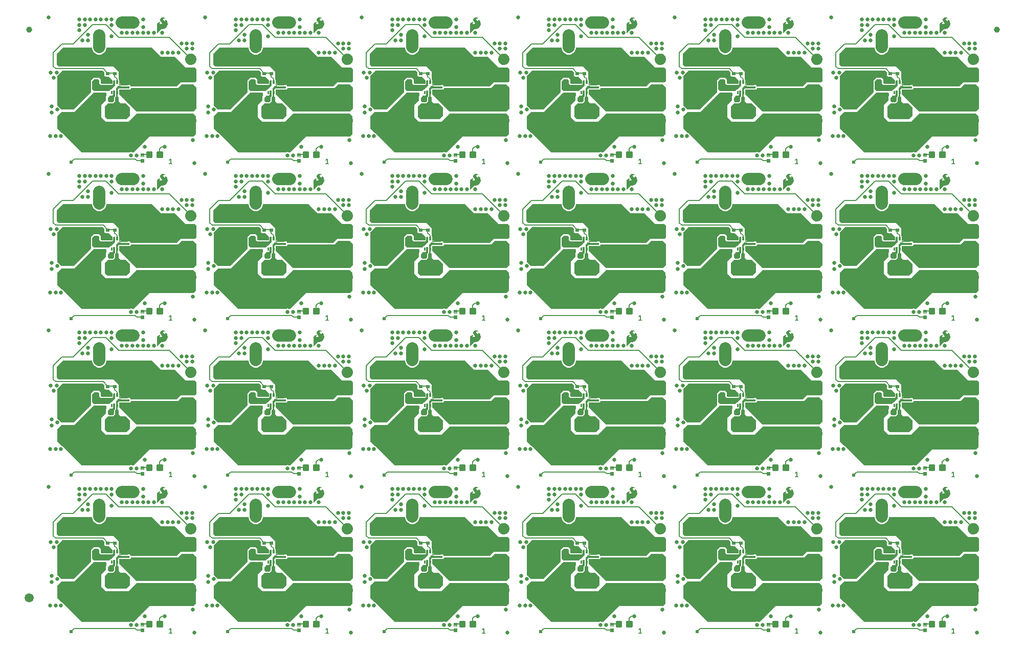
<source format=gtl>
G04 EAGLE Gerber RS-274X export*
G75*
%MOMM*%
%FSLAX34Y34*%
%LPD*%
%INTop Copper*%
%IPPOS*%
%AMOC8*
5,1,8,0,0,1.08239X$1,22.5*%
G01*
%ADD10C,0.127000*%
%ADD11C,0.635000*%
%ADD12R,2.032000X2.032000*%
%ADD13C,2.032000*%
%ADD14C,2.000000*%
%ADD15C,2.300000*%
%ADD16C,1.879600*%
%ADD17C,0.102000*%
%ADD18C,0.104000*%
%ADD19C,0.100000*%
%ADD20C,0.092500*%
%ADD21C,0.300000*%
%ADD22C,1.000000*%
%ADD23C,1.500000*%
%ADD24C,0.203200*%
%ADD25C,0.604000*%

G36*
X1435920Y24389D02*
X1435920Y24389D01*
X1435951Y24387D01*
X1436028Y24404D01*
X1436171Y24425D01*
X1436230Y24451D01*
X1436278Y24462D01*
X1437011Y24766D01*
X1439285Y24766D01*
X1440018Y24462D01*
X1440048Y24454D01*
X1440076Y24440D01*
X1440153Y24427D01*
X1440293Y24391D01*
X1440358Y24393D01*
X1440407Y24385D01*
X1442720Y24385D01*
X1442807Y24397D01*
X1442894Y24400D01*
X1442947Y24417D01*
X1443002Y24425D01*
X1443081Y24460D01*
X1443165Y24487D01*
X1443204Y24515D01*
X1443261Y24541D01*
X1443374Y24637D01*
X1443438Y24682D01*
X1468820Y50064D01*
X1538926Y50064D01*
X1538956Y50068D01*
X1538987Y50066D01*
X1539064Y50084D01*
X1539207Y50104D01*
X1539266Y50130D01*
X1539314Y50141D01*
X1539373Y50166D01*
X1540891Y50166D01*
X1540978Y50178D01*
X1541065Y50181D01*
X1541118Y50198D01*
X1541172Y50206D01*
X1541252Y50241D01*
X1541336Y50268D01*
X1541375Y50296D01*
X1541432Y50322D01*
X1541545Y50418D01*
X1541609Y50463D01*
X1545546Y54400D01*
X1545598Y54470D01*
X1545658Y54534D01*
X1545684Y54583D01*
X1545717Y54627D01*
X1545748Y54709D01*
X1545788Y54787D01*
X1545796Y54835D01*
X1545818Y54893D01*
X1545830Y55041D01*
X1545843Y55118D01*
X1545843Y83312D01*
X1545836Y83363D01*
X1545837Y83386D01*
X1545831Y83408D01*
X1545828Y83486D01*
X1545811Y83539D01*
X1545803Y83593D01*
X1545768Y83673D01*
X1545741Y83757D01*
X1545713Y83796D01*
X1545687Y83853D01*
X1545591Y83966D01*
X1545546Y84030D01*
X1541228Y88348D01*
X1541158Y88400D01*
X1541094Y88460D01*
X1541045Y88486D01*
X1541001Y88519D01*
X1540919Y88550D01*
X1540841Y88590D01*
X1540794Y88598D01*
X1540735Y88620D01*
X1540587Y88632D01*
X1540510Y88645D01*
X1447800Y88645D01*
X1447713Y88633D01*
X1447626Y88630D01*
X1447573Y88613D01*
X1447519Y88605D01*
X1447439Y88570D01*
X1447355Y88543D01*
X1447316Y88515D01*
X1447259Y88489D01*
X1447146Y88393D01*
X1447082Y88348D01*
X1433410Y74675D01*
X1396151Y74675D01*
X1389125Y81701D01*
X1389125Y102450D01*
X1396448Y109772D01*
X1396500Y109842D01*
X1396560Y109906D01*
X1396586Y109955D01*
X1396619Y109999D01*
X1396650Y110081D01*
X1396690Y110159D01*
X1396698Y110207D01*
X1396720Y110265D01*
X1396732Y110413D01*
X1396745Y110490D01*
X1396745Y122199D01*
X1396737Y122257D01*
X1396739Y122316D01*
X1396717Y122397D01*
X1396705Y122481D01*
X1396682Y122534D01*
X1396667Y122591D01*
X1396624Y122663D01*
X1396589Y122740D01*
X1396551Y122785D01*
X1396522Y122835D01*
X1396460Y122893D01*
X1396406Y122957D01*
X1396357Y122990D01*
X1396314Y123030D01*
X1396239Y123068D01*
X1396169Y123115D01*
X1396113Y123133D01*
X1396061Y123159D01*
X1395993Y123171D01*
X1395898Y123201D01*
X1395798Y123203D01*
X1395730Y123215D01*
X1376959Y123215D01*
X1376873Y123202D01*
X1376785Y123200D01*
X1376733Y123183D01*
X1376678Y123175D01*
X1376598Y123139D01*
X1376515Y123112D01*
X1376476Y123084D01*
X1376419Y123059D01*
X1376305Y122963D01*
X1376242Y122917D01*
X1344510Y91185D01*
X1323340Y91185D01*
X1323253Y91173D01*
X1323166Y91170D01*
X1323113Y91153D01*
X1323059Y91145D01*
X1322979Y91110D01*
X1322895Y91083D01*
X1322856Y91055D01*
X1322799Y91029D01*
X1322686Y90933D01*
X1322622Y90888D01*
X1316272Y84538D01*
X1316220Y84468D01*
X1316160Y84404D01*
X1316134Y84355D01*
X1316101Y84311D01*
X1316070Y84229D01*
X1316030Y84151D01*
X1316022Y84104D01*
X1316000Y84045D01*
X1315988Y83897D01*
X1315975Y83820D01*
X1315975Y64770D01*
X1315987Y64683D01*
X1315990Y64596D01*
X1316007Y64543D01*
X1316015Y64489D01*
X1316050Y64409D01*
X1316077Y64325D01*
X1316105Y64286D01*
X1316131Y64229D01*
X1316227Y64116D01*
X1316272Y64052D01*
X1324091Y56233D01*
X1324116Y56215D01*
X1324136Y56191D01*
X1324202Y56149D01*
X1324318Y56062D01*
X1324379Y56039D01*
X1324420Y56013D01*
X1325308Y55646D01*
X1326916Y54038D01*
X1327283Y53150D01*
X1327299Y53124D01*
X1327308Y53094D01*
X1327354Y53030D01*
X1327428Y52906D01*
X1327474Y52861D01*
X1327503Y52821D01*
X1355642Y24682D01*
X1355712Y24630D01*
X1355776Y24570D01*
X1355825Y24544D01*
X1355869Y24511D01*
X1355951Y24480D01*
X1356029Y24440D01*
X1356077Y24432D01*
X1356135Y24410D01*
X1356283Y24398D01*
X1356360Y24385D01*
X1435889Y24385D01*
X1435920Y24389D01*
G37*
G36*
X140520Y801629D02*
X140520Y801629D01*
X140551Y801627D01*
X140628Y801644D01*
X140771Y801665D01*
X140830Y801691D01*
X140878Y801702D01*
X141611Y802006D01*
X143885Y802006D01*
X144618Y801702D01*
X144648Y801694D01*
X144676Y801680D01*
X144753Y801667D01*
X144893Y801631D01*
X144958Y801633D01*
X145007Y801625D01*
X147320Y801625D01*
X147407Y801637D01*
X147494Y801640D01*
X147547Y801657D01*
X147602Y801665D01*
X147681Y801700D01*
X147765Y801727D01*
X147804Y801755D01*
X147861Y801781D01*
X147974Y801877D01*
X148038Y801922D01*
X173420Y827304D01*
X243526Y827304D01*
X243556Y827308D01*
X243587Y827306D01*
X243664Y827324D01*
X243807Y827344D01*
X243866Y827370D01*
X243914Y827381D01*
X243973Y827406D01*
X245491Y827406D01*
X245578Y827418D01*
X245665Y827421D01*
X245718Y827438D01*
X245772Y827446D01*
X245852Y827481D01*
X245936Y827508D01*
X245975Y827536D01*
X246032Y827562D01*
X246145Y827658D01*
X246209Y827703D01*
X250146Y831640D01*
X250198Y831710D01*
X250258Y831774D01*
X250284Y831823D01*
X250317Y831867D01*
X250348Y831949D01*
X250388Y832027D01*
X250396Y832075D01*
X250418Y832133D01*
X250430Y832281D01*
X250443Y832358D01*
X250443Y860552D01*
X250436Y860603D01*
X250437Y860626D01*
X250431Y860648D01*
X250428Y860726D01*
X250411Y860779D01*
X250403Y860833D01*
X250368Y860913D01*
X250341Y860997D01*
X250313Y861036D01*
X250287Y861093D01*
X250191Y861206D01*
X250146Y861270D01*
X245828Y865588D01*
X245758Y865640D01*
X245694Y865700D01*
X245645Y865726D01*
X245601Y865759D01*
X245519Y865790D01*
X245441Y865830D01*
X245394Y865838D01*
X245335Y865860D01*
X245187Y865872D01*
X245110Y865885D01*
X152400Y865885D01*
X152313Y865873D01*
X152226Y865870D01*
X152173Y865853D01*
X152119Y865845D01*
X152039Y865810D01*
X151955Y865783D01*
X151916Y865755D01*
X151859Y865729D01*
X151746Y865633D01*
X151682Y865588D01*
X138010Y851915D01*
X100751Y851915D01*
X93725Y858941D01*
X93725Y879690D01*
X101048Y887012D01*
X101100Y887082D01*
X101160Y887146D01*
X101186Y887195D01*
X101219Y887239D01*
X101250Y887321D01*
X101290Y887399D01*
X101298Y887447D01*
X101320Y887505D01*
X101332Y887653D01*
X101345Y887730D01*
X101345Y899439D01*
X101337Y899497D01*
X101339Y899556D01*
X101317Y899637D01*
X101305Y899721D01*
X101282Y899774D01*
X101267Y899831D01*
X101224Y899903D01*
X101189Y899980D01*
X101151Y900025D01*
X101122Y900075D01*
X101060Y900133D01*
X101006Y900197D01*
X100957Y900230D01*
X100914Y900270D01*
X100839Y900308D01*
X100769Y900355D01*
X100713Y900373D01*
X100661Y900399D01*
X100593Y900411D01*
X100498Y900441D01*
X100398Y900443D01*
X100330Y900455D01*
X81559Y900455D01*
X81473Y900442D01*
X81385Y900440D01*
X81333Y900423D01*
X81278Y900415D01*
X81198Y900379D01*
X81115Y900352D01*
X81076Y900324D01*
X81019Y900299D01*
X80905Y900203D01*
X80842Y900157D01*
X49110Y868425D01*
X27940Y868425D01*
X27853Y868413D01*
X27766Y868410D01*
X27713Y868393D01*
X27659Y868385D01*
X27579Y868350D01*
X27495Y868323D01*
X27456Y868295D01*
X27399Y868269D01*
X27286Y868173D01*
X27222Y868128D01*
X20872Y861778D01*
X20820Y861708D01*
X20760Y861644D01*
X20734Y861595D01*
X20701Y861551D01*
X20670Y861469D01*
X20630Y861391D01*
X20622Y861344D01*
X20600Y861285D01*
X20588Y861137D01*
X20575Y861060D01*
X20575Y842010D01*
X20587Y841923D01*
X20590Y841836D01*
X20607Y841783D01*
X20615Y841729D01*
X20650Y841649D01*
X20677Y841565D01*
X20705Y841526D01*
X20731Y841469D01*
X20827Y841356D01*
X20872Y841292D01*
X28691Y833473D01*
X28716Y833455D01*
X28736Y833431D01*
X28802Y833389D01*
X28918Y833302D01*
X28979Y833279D01*
X29020Y833253D01*
X29908Y832886D01*
X31516Y831278D01*
X31883Y830390D01*
X31899Y830364D01*
X31908Y830334D01*
X31954Y830270D01*
X32028Y830146D01*
X32074Y830101D01*
X32103Y830061D01*
X60242Y801922D01*
X60312Y801870D01*
X60376Y801810D01*
X60425Y801784D01*
X60469Y801751D01*
X60551Y801720D01*
X60629Y801680D01*
X60677Y801672D01*
X60735Y801650D01*
X60883Y801638D01*
X60960Y801625D01*
X140489Y801625D01*
X140520Y801629D01*
G37*
G36*
X917760Y542549D02*
X917760Y542549D01*
X917791Y542547D01*
X917868Y542564D01*
X918011Y542585D01*
X918070Y542611D01*
X918118Y542622D01*
X918851Y542926D01*
X921125Y542926D01*
X921858Y542622D01*
X921888Y542614D01*
X921916Y542600D01*
X921993Y542587D01*
X922133Y542551D01*
X922198Y542553D01*
X922247Y542545D01*
X924560Y542545D01*
X924647Y542557D01*
X924734Y542560D01*
X924787Y542577D01*
X924842Y542585D01*
X924921Y542620D01*
X925005Y542647D01*
X925044Y542675D01*
X925101Y542701D01*
X925214Y542797D01*
X925278Y542842D01*
X950660Y568224D01*
X1020766Y568224D01*
X1020796Y568228D01*
X1020827Y568226D01*
X1020904Y568244D01*
X1021047Y568264D01*
X1021106Y568290D01*
X1021154Y568301D01*
X1021213Y568326D01*
X1022731Y568326D01*
X1022818Y568338D01*
X1022905Y568341D01*
X1022958Y568358D01*
X1023012Y568366D01*
X1023092Y568401D01*
X1023176Y568428D01*
X1023215Y568456D01*
X1023272Y568482D01*
X1023385Y568578D01*
X1023449Y568623D01*
X1027386Y572560D01*
X1027438Y572630D01*
X1027498Y572694D01*
X1027524Y572743D01*
X1027557Y572787D01*
X1027588Y572869D01*
X1027628Y572947D01*
X1027636Y572995D01*
X1027658Y573053D01*
X1027670Y573201D01*
X1027683Y573278D01*
X1027683Y601472D01*
X1027676Y601523D01*
X1027677Y601546D01*
X1027671Y601568D01*
X1027668Y601646D01*
X1027651Y601699D01*
X1027643Y601753D01*
X1027608Y601833D01*
X1027581Y601917D01*
X1027553Y601956D01*
X1027527Y602013D01*
X1027431Y602126D01*
X1027386Y602190D01*
X1023068Y606508D01*
X1022998Y606560D01*
X1022934Y606620D01*
X1022885Y606646D01*
X1022841Y606679D01*
X1022759Y606710D01*
X1022681Y606750D01*
X1022634Y606758D01*
X1022575Y606780D01*
X1022427Y606792D01*
X1022350Y606805D01*
X929640Y606805D01*
X929553Y606793D01*
X929466Y606790D01*
X929413Y606773D01*
X929359Y606765D01*
X929279Y606730D01*
X929195Y606703D01*
X929156Y606675D01*
X929099Y606649D01*
X928986Y606553D01*
X928922Y606508D01*
X915250Y592835D01*
X877991Y592835D01*
X870965Y599861D01*
X870965Y620610D01*
X878288Y627932D01*
X878340Y628002D01*
X878400Y628066D01*
X878426Y628115D01*
X878459Y628159D01*
X878490Y628241D01*
X878530Y628319D01*
X878538Y628367D01*
X878560Y628425D01*
X878572Y628573D01*
X878585Y628650D01*
X878585Y640359D01*
X878577Y640417D01*
X878579Y640476D01*
X878557Y640557D01*
X878545Y640641D01*
X878522Y640694D01*
X878507Y640751D01*
X878464Y640823D01*
X878429Y640900D01*
X878391Y640945D01*
X878362Y640995D01*
X878300Y641053D01*
X878246Y641117D01*
X878197Y641150D01*
X878154Y641190D01*
X878079Y641228D01*
X878009Y641275D01*
X877953Y641293D01*
X877901Y641319D01*
X877833Y641331D01*
X877738Y641361D01*
X877638Y641363D01*
X877570Y641375D01*
X858799Y641375D01*
X858713Y641362D01*
X858625Y641360D01*
X858573Y641343D01*
X858518Y641335D01*
X858438Y641299D01*
X858355Y641272D01*
X858316Y641244D01*
X858259Y641219D01*
X858145Y641123D01*
X858082Y641077D01*
X826350Y609345D01*
X805180Y609345D01*
X805093Y609333D01*
X805006Y609330D01*
X804953Y609313D01*
X804899Y609305D01*
X804819Y609270D01*
X804735Y609243D01*
X804696Y609215D01*
X804639Y609189D01*
X804526Y609093D01*
X804462Y609048D01*
X798112Y602698D01*
X798060Y602628D01*
X798000Y602564D01*
X797974Y602515D01*
X797941Y602471D01*
X797910Y602389D01*
X797870Y602311D01*
X797862Y602264D01*
X797840Y602205D01*
X797828Y602057D01*
X797815Y601980D01*
X797815Y582930D01*
X797827Y582843D01*
X797830Y582756D01*
X797847Y582703D01*
X797855Y582649D01*
X797890Y582569D01*
X797917Y582485D01*
X797945Y582446D01*
X797971Y582389D01*
X798067Y582276D01*
X798112Y582212D01*
X805931Y574393D01*
X805956Y574375D01*
X805976Y574351D01*
X806042Y574309D01*
X806158Y574222D01*
X806219Y574199D01*
X806260Y574173D01*
X807148Y573806D01*
X808756Y572198D01*
X809123Y571310D01*
X809139Y571284D01*
X809148Y571254D01*
X809194Y571190D01*
X809268Y571066D01*
X809314Y571021D01*
X809343Y570981D01*
X837482Y542842D01*
X837552Y542790D01*
X837616Y542730D01*
X837665Y542704D01*
X837709Y542671D01*
X837791Y542640D01*
X837869Y542600D01*
X837917Y542592D01*
X837975Y542570D01*
X838123Y542558D01*
X838200Y542545D01*
X917729Y542545D01*
X917760Y542549D01*
G37*
G36*
X1176840Y283469D02*
X1176840Y283469D01*
X1176871Y283467D01*
X1176947Y283484D01*
X1177091Y283505D01*
X1177150Y283531D01*
X1177198Y283542D01*
X1177931Y283846D01*
X1180205Y283846D01*
X1180938Y283542D01*
X1180968Y283534D01*
X1180996Y283520D01*
X1181073Y283507D01*
X1181213Y283471D01*
X1181278Y283473D01*
X1181327Y283465D01*
X1183640Y283465D01*
X1183727Y283477D01*
X1183814Y283480D01*
X1183867Y283497D01*
X1183922Y283505D01*
X1184001Y283540D01*
X1184085Y283567D01*
X1184124Y283595D01*
X1184181Y283621D01*
X1184294Y283717D01*
X1184358Y283762D01*
X1209740Y309144D01*
X1279846Y309144D01*
X1279876Y309148D01*
X1279907Y309146D01*
X1279984Y309164D01*
X1280127Y309184D01*
X1280186Y309210D01*
X1280234Y309221D01*
X1280293Y309246D01*
X1281811Y309246D01*
X1281898Y309258D01*
X1281985Y309261D01*
X1282038Y309278D01*
X1282092Y309286D01*
X1282172Y309321D01*
X1282256Y309348D01*
X1282295Y309376D01*
X1282352Y309402D01*
X1282465Y309498D01*
X1282529Y309543D01*
X1286466Y313480D01*
X1286518Y313550D01*
X1286578Y313614D01*
X1286604Y313663D01*
X1286637Y313707D01*
X1286668Y313789D01*
X1286708Y313867D01*
X1286716Y313915D01*
X1286738Y313973D01*
X1286750Y314121D01*
X1286763Y314198D01*
X1286763Y342392D01*
X1286756Y342443D01*
X1286757Y342466D01*
X1286751Y342488D01*
X1286748Y342566D01*
X1286731Y342619D01*
X1286723Y342673D01*
X1286688Y342753D01*
X1286661Y342837D01*
X1286633Y342876D01*
X1286607Y342933D01*
X1286511Y343046D01*
X1286466Y343110D01*
X1282148Y347428D01*
X1282078Y347480D01*
X1282014Y347540D01*
X1281965Y347566D01*
X1281921Y347599D01*
X1281839Y347630D01*
X1281761Y347670D01*
X1281714Y347678D01*
X1281655Y347700D01*
X1281507Y347712D01*
X1281430Y347725D01*
X1188720Y347725D01*
X1188633Y347713D01*
X1188546Y347710D01*
X1188493Y347693D01*
X1188439Y347685D01*
X1188359Y347650D01*
X1188275Y347623D01*
X1188236Y347595D01*
X1188179Y347569D01*
X1188066Y347473D01*
X1188002Y347428D01*
X1174330Y333755D01*
X1137071Y333755D01*
X1130045Y340781D01*
X1130045Y361530D01*
X1137368Y368852D01*
X1137420Y368922D01*
X1137480Y368986D01*
X1137506Y369035D01*
X1137539Y369079D01*
X1137570Y369161D01*
X1137610Y369239D01*
X1137618Y369287D01*
X1137640Y369345D01*
X1137652Y369493D01*
X1137665Y369570D01*
X1137665Y381279D01*
X1137657Y381337D01*
X1137659Y381396D01*
X1137637Y381477D01*
X1137625Y381561D01*
X1137602Y381614D01*
X1137587Y381671D01*
X1137544Y381743D01*
X1137509Y381820D01*
X1137471Y381865D01*
X1137442Y381915D01*
X1137380Y381973D01*
X1137326Y382037D01*
X1137277Y382070D01*
X1137234Y382110D01*
X1137159Y382148D01*
X1137089Y382195D01*
X1137033Y382213D01*
X1136981Y382239D01*
X1136913Y382251D01*
X1136818Y382281D01*
X1136718Y382283D01*
X1136650Y382295D01*
X1117879Y382295D01*
X1117793Y382282D01*
X1117705Y382280D01*
X1117653Y382263D01*
X1117598Y382255D01*
X1117518Y382219D01*
X1117435Y382192D01*
X1117396Y382164D01*
X1117339Y382139D01*
X1117225Y382043D01*
X1117162Y381997D01*
X1085430Y350265D01*
X1064260Y350265D01*
X1064173Y350253D01*
X1064086Y350250D01*
X1064033Y350233D01*
X1063979Y350225D01*
X1063899Y350190D01*
X1063815Y350163D01*
X1063776Y350135D01*
X1063719Y350109D01*
X1063606Y350013D01*
X1063542Y349968D01*
X1057192Y343618D01*
X1057140Y343548D01*
X1057080Y343484D01*
X1057054Y343435D01*
X1057021Y343391D01*
X1056990Y343309D01*
X1056950Y343231D01*
X1056942Y343184D01*
X1056920Y343125D01*
X1056908Y342977D01*
X1056895Y342900D01*
X1056895Y323850D01*
X1056907Y323763D01*
X1056910Y323676D01*
X1056927Y323623D01*
X1056935Y323569D01*
X1056970Y323489D01*
X1056997Y323405D01*
X1057025Y323366D01*
X1057051Y323309D01*
X1057147Y323196D01*
X1057192Y323132D01*
X1065011Y315313D01*
X1065036Y315295D01*
X1065056Y315271D01*
X1065122Y315229D01*
X1065238Y315142D01*
X1065299Y315119D01*
X1065340Y315093D01*
X1066228Y314726D01*
X1067836Y313118D01*
X1068203Y312230D01*
X1068219Y312204D01*
X1068228Y312174D01*
X1068274Y312110D01*
X1068348Y311986D01*
X1068394Y311941D01*
X1068423Y311901D01*
X1096562Y283762D01*
X1096632Y283710D01*
X1096696Y283650D01*
X1096745Y283624D01*
X1096789Y283591D01*
X1096871Y283560D01*
X1096949Y283520D01*
X1096997Y283512D01*
X1097055Y283490D01*
X1097203Y283478D01*
X1097280Y283465D01*
X1176809Y283465D01*
X1176840Y283469D01*
G37*
G36*
X1435920Y801629D02*
X1435920Y801629D01*
X1435951Y801627D01*
X1436027Y801644D01*
X1436171Y801665D01*
X1436230Y801691D01*
X1436278Y801702D01*
X1437011Y802006D01*
X1439285Y802006D01*
X1440018Y801702D01*
X1440048Y801694D01*
X1440076Y801680D01*
X1440153Y801667D01*
X1440293Y801631D01*
X1440358Y801633D01*
X1440407Y801625D01*
X1442720Y801625D01*
X1442807Y801637D01*
X1442894Y801640D01*
X1442947Y801657D01*
X1443002Y801665D01*
X1443081Y801700D01*
X1443165Y801727D01*
X1443204Y801755D01*
X1443261Y801781D01*
X1443374Y801877D01*
X1443438Y801922D01*
X1468820Y827304D01*
X1538926Y827304D01*
X1538956Y827308D01*
X1538987Y827306D01*
X1539064Y827324D01*
X1539207Y827344D01*
X1539266Y827370D01*
X1539314Y827381D01*
X1539373Y827406D01*
X1540891Y827406D01*
X1540978Y827418D01*
X1541065Y827421D01*
X1541118Y827438D01*
X1541172Y827446D01*
X1541252Y827481D01*
X1541336Y827508D01*
X1541375Y827536D01*
X1541432Y827562D01*
X1541545Y827658D01*
X1541609Y827703D01*
X1545546Y831640D01*
X1545598Y831710D01*
X1545658Y831774D01*
X1545684Y831823D01*
X1545717Y831867D01*
X1545748Y831949D01*
X1545788Y832027D01*
X1545796Y832075D01*
X1545818Y832133D01*
X1545830Y832281D01*
X1545843Y832358D01*
X1545843Y860552D01*
X1545836Y860603D01*
X1545837Y860626D01*
X1545831Y860648D01*
X1545828Y860726D01*
X1545811Y860779D01*
X1545803Y860833D01*
X1545768Y860913D01*
X1545741Y860997D01*
X1545713Y861036D01*
X1545687Y861093D01*
X1545591Y861206D01*
X1545546Y861270D01*
X1541228Y865588D01*
X1541158Y865640D01*
X1541094Y865700D01*
X1541045Y865726D01*
X1541001Y865759D01*
X1540919Y865790D01*
X1540841Y865830D01*
X1540794Y865838D01*
X1540735Y865860D01*
X1540587Y865872D01*
X1540510Y865885D01*
X1447800Y865885D01*
X1447713Y865873D01*
X1447626Y865870D01*
X1447573Y865853D01*
X1447519Y865845D01*
X1447439Y865810D01*
X1447355Y865783D01*
X1447316Y865755D01*
X1447259Y865729D01*
X1447146Y865633D01*
X1447082Y865588D01*
X1433410Y851915D01*
X1396151Y851915D01*
X1389125Y858941D01*
X1389125Y879690D01*
X1396448Y887012D01*
X1396500Y887082D01*
X1396560Y887146D01*
X1396586Y887195D01*
X1396619Y887239D01*
X1396650Y887321D01*
X1396690Y887399D01*
X1396698Y887447D01*
X1396720Y887505D01*
X1396732Y887653D01*
X1396745Y887730D01*
X1396745Y899439D01*
X1396737Y899497D01*
X1396739Y899556D01*
X1396717Y899637D01*
X1396705Y899721D01*
X1396682Y899774D01*
X1396667Y899831D01*
X1396624Y899903D01*
X1396589Y899980D01*
X1396551Y900025D01*
X1396522Y900075D01*
X1396460Y900133D01*
X1396406Y900197D01*
X1396357Y900230D01*
X1396314Y900270D01*
X1396239Y900308D01*
X1396169Y900355D01*
X1396113Y900373D01*
X1396061Y900399D01*
X1395993Y900411D01*
X1395898Y900441D01*
X1395798Y900443D01*
X1395730Y900455D01*
X1376959Y900455D01*
X1376873Y900442D01*
X1376785Y900440D01*
X1376733Y900423D01*
X1376678Y900415D01*
X1376598Y900379D01*
X1376515Y900352D01*
X1376476Y900324D01*
X1376419Y900299D01*
X1376305Y900203D01*
X1376242Y900157D01*
X1344510Y868425D01*
X1323340Y868425D01*
X1323253Y868413D01*
X1323166Y868410D01*
X1323113Y868393D01*
X1323059Y868385D01*
X1322979Y868350D01*
X1322895Y868323D01*
X1322856Y868295D01*
X1322799Y868269D01*
X1322686Y868173D01*
X1322622Y868128D01*
X1316272Y861778D01*
X1316220Y861708D01*
X1316160Y861644D01*
X1316134Y861595D01*
X1316101Y861551D01*
X1316070Y861469D01*
X1316030Y861391D01*
X1316022Y861344D01*
X1316000Y861285D01*
X1315988Y861137D01*
X1315975Y861060D01*
X1315975Y842010D01*
X1315987Y841923D01*
X1315990Y841836D01*
X1316007Y841783D01*
X1316015Y841729D01*
X1316050Y841649D01*
X1316077Y841565D01*
X1316105Y841526D01*
X1316131Y841469D01*
X1316227Y841356D01*
X1316272Y841292D01*
X1324091Y833473D01*
X1324116Y833455D01*
X1324136Y833431D01*
X1324202Y833389D01*
X1324318Y833302D01*
X1324379Y833279D01*
X1324420Y833253D01*
X1325308Y832886D01*
X1326916Y831278D01*
X1327283Y830390D01*
X1327299Y830364D01*
X1327308Y830334D01*
X1327354Y830270D01*
X1327428Y830146D01*
X1327474Y830101D01*
X1327503Y830061D01*
X1355642Y801922D01*
X1355712Y801870D01*
X1355776Y801810D01*
X1355825Y801784D01*
X1355869Y801751D01*
X1355951Y801720D01*
X1356029Y801680D01*
X1356077Y801672D01*
X1356135Y801650D01*
X1356283Y801638D01*
X1356360Y801625D01*
X1435889Y801625D01*
X1435920Y801629D01*
G37*
G36*
X658680Y283469D02*
X658680Y283469D01*
X658711Y283467D01*
X658787Y283484D01*
X658931Y283505D01*
X658990Y283531D01*
X659038Y283542D01*
X659771Y283846D01*
X662045Y283846D01*
X662778Y283542D01*
X662808Y283534D01*
X662836Y283520D01*
X662913Y283507D01*
X663053Y283471D01*
X663118Y283473D01*
X663167Y283465D01*
X665480Y283465D01*
X665567Y283477D01*
X665654Y283480D01*
X665707Y283497D01*
X665762Y283505D01*
X665841Y283540D01*
X665925Y283567D01*
X665964Y283595D01*
X666021Y283621D01*
X666134Y283717D01*
X666198Y283762D01*
X691580Y309144D01*
X761686Y309144D01*
X761716Y309148D01*
X761747Y309146D01*
X761824Y309164D01*
X761967Y309184D01*
X762026Y309210D01*
X762074Y309221D01*
X762133Y309246D01*
X763651Y309246D01*
X763738Y309258D01*
X763825Y309261D01*
X763878Y309278D01*
X763932Y309286D01*
X764012Y309321D01*
X764096Y309348D01*
X764135Y309376D01*
X764192Y309402D01*
X764305Y309498D01*
X764369Y309543D01*
X768306Y313480D01*
X768358Y313550D01*
X768418Y313614D01*
X768444Y313663D01*
X768477Y313707D01*
X768508Y313789D01*
X768548Y313867D01*
X768556Y313915D01*
X768578Y313973D01*
X768590Y314121D01*
X768603Y314198D01*
X768603Y342392D01*
X768596Y342443D01*
X768597Y342466D01*
X768591Y342488D01*
X768588Y342566D01*
X768571Y342619D01*
X768563Y342673D01*
X768528Y342753D01*
X768501Y342837D01*
X768473Y342876D01*
X768447Y342933D01*
X768351Y343046D01*
X768306Y343110D01*
X763988Y347428D01*
X763918Y347480D01*
X763854Y347540D01*
X763805Y347566D01*
X763761Y347599D01*
X763679Y347630D01*
X763601Y347670D01*
X763554Y347678D01*
X763495Y347700D01*
X763347Y347712D01*
X763270Y347725D01*
X670560Y347725D01*
X670473Y347713D01*
X670386Y347710D01*
X670333Y347693D01*
X670279Y347685D01*
X670199Y347650D01*
X670115Y347623D01*
X670076Y347595D01*
X670019Y347569D01*
X669906Y347473D01*
X669842Y347428D01*
X656170Y333755D01*
X618911Y333755D01*
X611885Y340781D01*
X611885Y361530D01*
X619208Y368852D01*
X619260Y368922D01*
X619320Y368986D01*
X619346Y369035D01*
X619379Y369079D01*
X619410Y369161D01*
X619450Y369239D01*
X619458Y369287D01*
X619480Y369345D01*
X619492Y369493D01*
X619505Y369570D01*
X619505Y381279D01*
X619497Y381337D01*
X619499Y381396D01*
X619477Y381477D01*
X619465Y381561D01*
X619442Y381614D01*
X619427Y381671D01*
X619384Y381743D01*
X619349Y381820D01*
X619311Y381865D01*
X619282Y381915D01*
X619220Y381973D01*
X619166Y382037D01*
X619117Y382070D01*
X619074Y382110D01*
X618999Y382148D01*
X618929Y382195D01*
X618873Y382213D01*
X618821Y382239D01*
X618753Y382251D01*
X618658Y382281D01*
X618558Y382283D01*
X618490Y382295D01*
X599719Y382295D01*
X599633Y382282D01*
X599545Y382280D01*
X599493Y382263D01*
X599438Y382255D01*
X599358Y382219D01*
X599275Y382192D01*
X599236Y382164D01*
X599179Y382139D01*
X599065Y382043D01*
X599002Y381997D01*
X567270Y350265D01*
X546100Y350265D01*
X546013Y350253D01*
X545926Y350250D01*
X545873Y350233D01*
X545819Y350225D01*
X545739Y350190D01*
X545655Y350163D01*
X545616Y350135D01*
X545559Y350109D01*
X545446Y350013D01*
X545382Y349968D01*
X539032Y343618D01*
X538980Y343548D01*
X538920Y343484D01*
X538894Y343435D01*
X538861Y343391D01*
X538830Y343309D01*
X538790Y343231D01*
X538782Y343184D01*
X538760Y343125D01*
X538748Y342977D01*
X538735Y342900D01*
X538735Y323850D01*
X538747Y323763D01*
X538750Y323676D01*
X538767Y323623D01*
X538775Y323569D01*
X538810Y323489D01*
X538837Y323405D01*
X538865Y323366D01*
X538891Y323309D01*
X538987Y323196D01*
X539032Y323132D01*
X546851Y315313D01*
X546876Y315295D01*
X546896Y315271D01*
X546962Y315229D01*
X547078Y315142D01*
X547139Y315119D01*
X547180Y315093D01*
X548068Y314726D01*
X549676Y313118D01*
X550043Y312230D01*
X550059Y312204D01*
X550068Y312174D01*
X550114Y312110D01*
X550188Y311986D01*
X550234Y311941D01*
X550263Y311901D01*
X578402Y283762D01*
X578472Y283710D01*
X578536Y283650D01*
X578585Y283624D01*
X578629Y283591D01*
X578711Y283560D01*
X578789Y283520D01*
X578837Y283512D01*
X578895Y283490D01*
X579043Y283478D01*
X579120Y283465D01*
X658649Y283465D01*
X658680Y283469D01*
G37*
G36*
X1435920Y283469D02*
X1435920Y283469D01*
X1435951Y283467D01*
X1436027Y283484D01*
X1436171Y283505D01*
X1436230Y283531D01*
X1436278Y283542D01*
X1437011Y283846D01*
X1439285Y283846D01*
X1440018Y283542D01*
X1440048Y283534D01*
X1440076Y283520D01*
X1440153Y283507D01*
X1440293Y283471D01*
X1440358Y283473D01*
X1440407Y283465D01*
X1442720Y283465D01*
X1442807Y283477D01*
X1442894Y283480D01*
X1442947Y283497D01*
X1443002Y283505D01*
X1443081Y283540D01*
X1443165Y283567D01*
X1443204Y283595D01*
X1443261Y283621D01*
X1443374Y283717D01*
X1443438Y283762D01*
X1468820Y309144D01*
X1538926Y309144D01*
X1538956Y309148D01*
X1538987Y309146D01*
X1539064Y309164D01*
X1539207Y309184D01*
X1539266Y309210D01*
X1539314Y309221D01*
X1539373Y309246D01*
X1540891Y309246D01*
X1540978Y309258D01*
X1541065Y309261D01*
X1541118Y309278D01*
X1541172Y309286D01*
X1541252Y309321D01*
X1541336Y309348D01*
X1541375Y309376D01*
X1541432Y309402D01*
X1541545Y309498D01*
X1541609Y309543D01*
X1545546Y313480D01*
X1545598Y313550D01*
X1545658Y313614D01*
X1545684Y313663D01*
X1545717Y313707D01*
X1545748Y313789D01*
X1545788Y313867D01*
X1545796Y313915D01*
X1545818Y313973D01*
X1545830Y314121D01*
X1545843Y314198D01*
X1545843Y342392D01*
X1545836Y342443D01*
X1545837Y342466D01*
X1545831Y342488D01*
X1545828Y342566D01*
X1545811Y342619D01*
X1545803Y342673D01*
X1545768Y342753D01*
X1545741Y342837D01*
X1545713Y342876D01*
X1545687Y342933D01*
X1545591Y343046D01*
X1545546Y343110D01*
X1541228Y347428D01*
X1541158Y347480D01*
X1541094Y347540D01*
X1541045Y347566D01*
X1541001Y347599D01*
X1540919Y347630D01*
X1540841Y347670D01*
X1540794Y347678D01*
X1540735Y347700D01*
X1540587Y347712D01*
X1540510Y347725D01*
X1447800Y347725D01*
X1447713Y347713D01*
X1447626Y347710D01*
X1447573Y347693D01*
X1447519Y347685D01*
X1447439Y347650D01*
X1447355Y347623D01*
X1447316Y347595D01*
X1447259Y347569D01*
X1447146Y347473D01*
X1447082Y347428D01*
X1433410Y333755D01*
X1396151Y333755D01*
X1389125Y340781D01*
X1389125Y361530D01*
X1396448Y368852D01*
X1396500Y368922D01*
X1396560Y368986D01*
X1396586Y369035D01*
X1396619Y369079D01*
X1396650Y369161D01*
X1396690Y369239D01*
X1396698Y369287D01*
X1396720Y369345D01*
X1396732Y369493D01*
X1396745Y369570D01*
X1396745Y381279D01*
X1396737Y381337D01*
X1396739Y381396D01*
X1396717Y381477D01*
X1396705Y381561D01*
X1396682Y381614D01*
X1396667Y381671D01*
X1396624Y381743D01*
X1396589Y381820D01*
X1396551Y381865D01*
X1396522Y381915D01*
X1396460Y381973D01*
X1396406Y382037D01*
X1396357Y382070D01*
X1396314Y382110D01*
X1396239Y382148D01*
X1396169Y382195D01*
X1396113Y382213D01*
X1396061Y382239D01*
X1395993Y382251D01*
X1395898Y382281D01*
X1395798Y382283D01*
X1395730Y382295D01*
X1376959Y382295D01*
X1376873Y382282D01*
X1376785Y382280D01*
X1376733Y382263D01*
X1376678Y382255D01*
X1376598Y382219D01*
X1376515Y382192D01*
X1376476Y382164D01*
X1376419Y382139D01*
X1376305Y382043D01*
X1376242Y381997D01*
X1344510Y350265D01*
X1323340Y350265D01*
X1323253Y350253D01*
X1323166Y350250D01*
X1323113Y350233D01*
X1323059Y350225D01*
X1322979Y350190D01*
X1322895Y350163D01*
X1322856Y350135D01*
X1322799Y350109D01*
X1322686Y350013D01*
X1322622Y349968D01*
X1316272Y343618D01*
X1316220Y343548D01*
X1316160Y343484D01*
X1316134Y343435D01*
X1316101Y343391D01*
X1316070Y343309D01*
X1316030Y343231D01*
X1316022Y343184D01*
X1316000Y343125D01*
X1315988Y342977D01*
X1315975Y342900D01*
X1315975Y323850D01*
X1315987Y323763D01*
X1315990Y323676D01*
X1316007Y323623D01*
X1316015Y323569D01*
X1316050Y323489D01*
X1316077Y323405D01*
X1316105Y323366D01*
X1316131Y323309D01*
X1316227Y323196D01*
X1316272Y323132D01*
X1324091Y315313D01*
X1324116Y315295D01*
X1324136Y315271D01*
X1324202Y315229D01*
X1324318Y315142D01*
X1324379Y315119D01*
X1324420Y315093D01*
X1325308Y314726D01*
X1326916Y313118D01*
X1327283Y312230D01*
X1327299Y312204D01*
X1327308Y312174D01*
X1327354Y312110D01*
X1327428Y311986D01*
X1327474Y311941D01*
X1327503Y311901D01*
X1355642Y283762D01*
X1355712Y283710D01*
X1355776Y283650D01*
X1355825Y283624D01*
X1355869Y283591D01*
X1355951Y283560D01*
X1356029Y283520D01*
X1356077Y283512D01*
X1356135Y283490D01*
X1356283Y283478D01*
X1356360Y283465D01*
X1435889Y283465D01*
X1435920Y283469D01*
G37*
G36*
X1176840Y24389D02*
X1176840Y24389D01*
X1176871Y24387D01*
X1176947Y24404D01*
X1177091Y24425D01*
X1177150Y24451D01*
X1177198Y24462D01*
X1177931Y24766D01*
X1180205Y24766D01*
X1180938Y24462D01*
X1180968Y24454D01*
X1180996Y24440D01*
X1181073Y24427D01*
X1181213Y24391D01*
X1181278Y24393D01*
X1181327Y24385D01*
X1183640Y24385D01*
X1183727Y24397D01*
X1183814Y24400D01*
X1183867Y24417D01*
X1183922Y24425D01*
X1184001Y24460D01*
X1184085Y24487D01*
X1184124Y24515D01*
X1184181Y24541D01*
X1184294Y24637D01*
X1184358Y24682D01*
X1209740Y50064D01*
X1279846Y50064D01*
X1279876Y50068D01*
X1279907Y50066D01*
X1279984Y50084D01*
X1280127Y50104D01*
X1280186Y50130D01*
X1280234Y50141D01*
X1280293Y50166D01*
X1281811Y50166D01*
X1281898Y50178D01*
X1281985Y50181D01*
X1282038Y50198D01*
X1282092Y50206D01*
X1282172Y50241D01*
X1282256Y50268D01*
X1282295Y50296D01*
X1282352Y50322D01*
X1282465Y50418D01*
X1282529Y50463D01*
X1286466Y54400D01*
X1286518Y54470D01*
X1286578Y54534D01*
X1286604Y54583D01*
X1286637Y54627D01*
X1286668Y54709D01*
X1286708Y54787D01*
X1286716Y54835D01*
X1286738Y54893D01*
X1286750Y55041D01*
X1286763Y55118D01*
X1286763Y83312D01*
X1286756Y83363D01*
X1286757Y83386D01*
X1286751Y83408D01*
X1286748Y83486D01*
X1286731Y83539D01*
X1286723Y83593D01*
X1286688Y83673D01*
X1286661Y83757D01*
X1286633Y83796D01*
X1286607Y83853D01*
X1286511Y83966D01*
X1286466Y84030D01*
X1282148Y88348D01*
X1282078Y88400D01*
X1282014Y88460D01*
X1281965Y88486D01*
X1281921Y88519D01*
X1281839Y88550D01*
X1281761Y88590D01*
X1281714Y88598D01*
X1281655Y88620D01*
X1281507Y88632D01*
X1281430Y88645D01*
X1188720Y88645D01*
X1188633Y88633D01*
X1188546Y88630D01*
X1188493Y88613D01*
X1188439Y88605D01*
X1188359Y88570D01*
X1188275Y88543D01*
X1188236Y88515D01*
X1188179Y88489D01*
X1188066Y88393D01*
X1188002Y88348D01*
X1174330Y74675D01*
X1137071Y74675D01*
X1130045Y81701D01*
X1130045Y102450D01*
X1137368Y109772D01*
X1137420Y109842D01*
X1137480Y109906D01*
X1137506Y109955D01*
X1137539Y109999D01*
X1137570Y110081D01*
X1137610Y110159D01*
X1137618Y110207D01*
X1137640Y110265D01*
X1137652Y110413D01*
X1137665Y110490D01*
X1137665Y122199D01*
X1137657Y122257D01*
X1137659Y122316D01*
X1137637Y122397D01*
X1137625Y122481D01*
X1137602Y122534D01*
X1137587Y122591D01*
X1137544Y122663D01*
X1137509Y122740D01*
X1137471Y122785D01*
X1137442Y122835D01*
X1137380Y122893D01*
X1137326Y122957D01*
X1137277Y122990D01*
X1137234Y123030D01*
X1137159Y123068D01*
X1137089Y123115D01*
X1137033Y123133D01*
X1136981Y123159D01*
X1136913Y123171D01*
X1136818Y123201D01*
X1136718Y123203D01*
X1136650Y123215D01*
X1117879Y123215D01*
X1117793Y123202D01*
X1117705Y123200D01*
X1117653Y123183D01*
X1117598Y123175D01*
X1117518Y123139D01*
X1117435Y123112D01*
X1117396Y123084D01*
X1117339Y123059D01*
X1117225Y122963D01*
X1117162Y122917D01*
X1085430Y91185D01*
X1064260Y91185D01*
X1064173Y91173D01*
X1064086Y91170D01*
X1064033Y91153D01*
X1063979Y91145D01*
X1063899Y91110D01*
X1063815Y91083D01*
X1063776Y91055D01*
X1063719Y91029D01*
X1063606Y90933D01*
X1063542Y90888D01*
X1057192Y84538D01*
X1057140Y84468D01*
X1057080Y84404D01*
X1057054Y84355D01*
X1057021Y84311D01*
X1056990Y84229D01*
X1056950Y84151D01*
X1056942Y84104D01*
X1056920Y84045D01*
X1056908Y83897D01*
X1056895Y83820D01*
X1056895Y64770D01*
X1056907Y64683D01*
X1056910Y64596D01*
X1056927Y64543D01*
X1056935Y64489D01*
X1056970Y64409D01*
X1056997Y64325D01*
X1057025Y64286D01*
X1057051Y64229D01*
X1057147Y64116D01*
X1057192Y64052D01*
X1065011Y56233D01*
X1065036Y56215D01*
X1065056Y56191D01*
X1065122Y56149D01*
X1065238Y56062D01*
X1065299Y56039D01*
X1065340Y56013D01*
X1066228Y55646D01*
X1067836Y54038D01*
X1068203Y53150D01*
X1068219Y53124D01*
X1068228Y53094D01*
X1068274Y53030D01*
X1068348Y52906D01*
X1068394Y52861D01*
X1068423Y52821D01*
X1096562Y24682D01*
X1096632Y24630D01*
X1096696Y24570D01*
X1096745Y24544D01*
X1096789Y24511D01*
X1096871Y24480D01*
X1096949Y24440D01*
X1096997Y24432D01*
X1097055Y24410D01*
X1097203Y24398D01*
X1097280Y24385D01*
X1176809Y24385D01*
X1176840Y24389D01*
G37*
G36*
X140520Y542549D02*
X140520Y542549D01*
X140551Y542547D01*
X140627Y542564D01*
X140771Y542585D01*
X140830Y542611D01*
X140878Y542622D01*
X141611Y542926D01*
X143885Y542926D01*
X144618Y542622D01*
X144648Y542614D01*
X144676Y542600D01*
X144753Y542587D01*
X144893Y542551D01*
X144958Y542553D01*
X145007Y542545D01*
X147320Y542545D01*
X147407Y542557D01*
X147494Y542560D01*
X147547Y542577D01*
X147602Y542585D01*
X147681Y542620D01*
X147765Y542647D01*
X147804Y542675D01*
X147861Y542701D01*
X147974Y542797D01*
X148038Y542842D01*
X173420Y568224D01*
X243526Y568224D01*
X243556Y568228D01*
X243587Y568226D01*
X243664Y568244D01*
X243807Y568264D01*
X243866Y568290D01*
X243914Y568301D01*
X243973Y568326D01*
X245491Y568326D01*
X245578Y568338D01*
X245665Y568341D01*
X245718Y568358D01*
X245772Y568366D01*
X245852Y568401D01*
X245936Y568428D01*
X245975Y568456D01*
X246032Y568482D01*
X246145Y568578D01*
X246209Y568623D01*
X250146Y572560D01*
X250198Y572630D01*
X250258Y572694D01*
X250284Y572743D01*
X250317Y572787D01*
X250348Y572869D01*
X250388Y572947D01*
X250396Y572995D01*
X250418Y573053D01*
X250430Y573201D01*
X250443Y573278D01*
X250443Y601472D01*
X250436Y601523D01*
X250437Y601546D01*
X250431Y601568D01*
X250428Y601646D01*
X250411Y601699D01*
X250403Y601753D01*
X250368Y601833D01*
X250341Y601917D01*
X250313Y601956D01*
X250287Y602013D01*
X250191Y602126D01*
X250146Y602190D01*
X245828Y606508D01*
X245758Y606560D01*
X245694Y606620D01*
X245645Y606646D01*
X245601Y606679D01*
X245519Y606710D01*
X245441Y606750D01*
X245394Y606758D01*
X245335Y606780D01*
X245187Y606792D01*
X245110Y606805D01*
X152400Y606805D01*
X152313Y606793D01*
X152226Y606790D01*
X152173Y606773D01*
X152119Y606765D01*
X152039Y606730D01*
X151955Y606703D01*
X151916Y606675D01*
X151859Y606649D01*
X151746Y606553D01*
X151682Y606508D01*
X138010Y592835D01*
X100751Y592835D01*
X93725Y599861D01*
X93725Y620610D01*
X101048Y627932D01*
X101100Y628002D01*
X101160Y628066D01*
X101186Y628115D01*
X101219Y628159D01*
X101250Y628241D01*
X101290Y628319D01*
X101298Y628367D01*
X101320Y628425D01*
X101332Y628573D01*
X101345Y628650D01*
X101345Y640359D01*
X101337Y640417D01*
X101339Y640476D01*
X101317Y640557D01*
X101305Y640641D01*
X101282Y640694D01*
X101267Y640751D01*
X101224Y640823D01*
X101189Y640900D01*
X101151Y640945D01*
X101122Y640995D01*
X101060Y641053D01*
X101006Y641117D01*
X100957Y641150D01*
X100914Y641190D01*
X100839Y641228D01*
X100769Y641275D01*
X100713Y641293D01*
X100661Y641319D01*
X100593Y641331D01*
X100498Y641361D01*
X100398Y641363D01*
X100330Y641375D01*
X81559Y641375D01*
X81473Y641362D01*
X81385Y641360D01*
X81333Y641343D01*
X81278Y641335D01*
X81198Y641299D01*
X81115Y641272D01*
X81076Y641244D01*
X81019Y641219D01*
X80905Y641123D01*
X80842Y641077D01*
X49110Y609345D01*
X27940Y609345D01*
X27853Y609333D01*
X27766Y609330D01*
X27713Y609313D01*
X27659Y609305D01*
X27579Y609270D01*
X27495Y609243D01*
X27456Y609215D01*
X27399Y609189D01*
X27286Y609093D01*
X27222Y609048D01*
X20872Y602698D01*
X20820Y602628D01*
X20760Y602564D01*
X20734Y602515D01*
X20701Y602471D01*
X20670Y602389D01*
X20630Y602311D01*
X20622Y602264D01*
X20600Y602205D01*
X20588Y602057D01*
X20575Y601980D01*
X20575Y582930D01*
X20587Y582843D01*
X20590Y582756D01*
X20607Y582703D01*
X20615Y582649D01*
X20650Y582569D01*
X20677Y582485D01*
X20705Y582446D01*
X20731Y582389D01*
X20827Y582276D01*
X20872Y582212D01*
X28691Y574393D01*
X28716Y574375D01*
X28736Y574351D01*
X28802Y574309D01*
X28918Y574222D01*
X28979Y574199D01*
X29020Y574173D01*
X29908Y573806D01*
X31516Y572198D01*
X31883Y571310D01*
X31899Y571284D01*
X31908Y571254D01*
X31954Y571190D01*
X32028Y571066D01*
X32074Y571021D01*
X32103Y570981D01*
X60242Y542842D01*
X60312Y542790D01*
X60376Y542730D01*
X60425Y542704D01*
X60469Y542671D01*
X60551Y542640D01*
X60629Y542600D01*
X60677Y542592D01*
X60735Y542570D01*
X60883Y542558D01*
X60960Y542545D01*
X140489Y542545D01*
X140520Y542549D01*
G37*
G36*
X399600Y283469D02*
X399600Y283469D01*
X399631Y283467D01*
X399707Y283484D01*
X399851Y283505D01*
X399910Y283531D01*
X399958Y283542D01*
X400691Y283846D01*
X402965Y283846D01*
X403698Y283542D01*
X403728Y283534D01*
X403756Y283520D01*
X403833Y283507D01*
X403973Y283471D01*
X404038Y283473D01*
X404087Y283465D01*
X406400Y283465D01*
X406487Y283477D01*
X406574Y283480D01*
X406627Y283497D01*
X406682Y283505D01*
X406761Y283540D01*
X406845Y283567D01*
X406884Y283595D01*
X406941Y283621D01*
X407054Y283717D01*
X407118Y283762D01*
X432500Y309144D01*
X502606Y309144D01*
X502636Y309148D01*
X502667Y309146D01*
X502744Y309164D01*
X502887Y309184D01*
X502946Y309210D01*
X502994Y309221D01*
X503053Y309246D01*
X504571Y309246D01*
X504658Y309258D01*
X504745Y309261D01*
X504798Y309278D01*
X504852Y309286D01*
X504932Y309321D01*
X505016Y309348D01*
X505055Y309376D01*
X505112Y309402D01*
X505225Y309498D01*
X505289Y309543D01*
X509226Y313480D01*
X509278Y313550D01*
X509338Y313614D01*
X509364Y313663D01*
X509397Y313707D01*
X509428Y313789D01*
X509468Y313867D01*
X509476Y313915D01*
X509498Y313973D01*
X509510Y314121D01*
X509523Y314198D01*
X509523Y342392D01*
X509516Y342443D01*
X509517Y342466D01*
X509511Y342488D01*
X509508Y342566D01*
X509491Y342619D01*
X509483Y342673D01*
X509448Y342753D01*
X509421Y342837D01*
X509393Y342876D01*
X509367Y342933D01*
X509271Y343046D01*
X509226Y343110D01*
X504908Y347428D01*
X504838Y347480D01*
X504774Y347540D01*
X504725Y347566D01*
X504681Y347599D01*
X504599Y347630D01*
X504521Y347670D01*
X504474Y347678D01*
X504415Y347700D01*
X504267Y347712D01*
X504190Y347725D01*
X411480Y347725D01*
X411393Y347713D01*
X411306Y347710D01*
X411253Y347693D01*
X411199Y347685D01*
X411119Y347650D01*
X411035Y347623D01*
X410996Y347595D01*
X410939Y347569D01*
X410826Y347473D01*
X410762Y347428D01*
X397090Y333755D01*
X359831Y333755D01*
X352805Y340781D01*
X352805Y361530D01*
X360128Y368852D01*
X360180Y368922D01*
X360240Y368986D01*
X360266Y369035D01*
X360299Y369079D01*
X360330Y369161D01*
X360370Y369239D01*
X360378Y369287D01*
X360400Y369345D01*
X360412Y369493D01*
X360425Y369570D01*
X360425Y381279D01*
X360417Y381337D01*
X360419Y381396D01*
X360397Y381477D01*
X360385Y381561D01*
X360362Y381614D01*
X360347Y381671D01*
X360304Y381743D01*
X360269Y381820D01*
X360231Y381865D01*
X360202Y381915D01*
X360140Y381973D01*
X360086Y382037D01*
X360037Y382070D01*
X359994Y382110D01*
X359919Y382148D01*
X359849Y382195D01*
X359793Y382213D01*
X359741Y382239D01*
X359673Y382251D01*
X359578Y382281D01*
X359478Y382283D01*
X359410Y382295D01*
X340639Y382295D01*
X340553Y382282D01*
X340465Y382280D01*
X340413Y382263D01*
X340358Y382255D01*
X340278Y382219D01*
X340195Y382192D01*
X340156Y382164D01*
X340099Y382139D01*
X339985Y382043D01*
X339922Y381997D01*
X308190Y350265D01*
X287020Y350265D01*
X286933Y350253D01*
X286846Y350250D01*
X286793Y350233D01*
X286739Y350225D01*
X286659Y350190D01*
X286575Y350163D01*
X286536Y350135D01*
X286479Y350109D01*
X286366Y350013D01*
X286302Y349968D01*
X279952Y343618D01*
X279900Y343548D01*
X279840Y343484D01*
X279814Y343435D01*
X279781Y343391D01*
X279750Y343309D01*
X279710Y343231D01*
X279702Y343184D01*
X279680Y343125D01*
X279668Y342977D01*
X279655Y342900D01*
X279655Y323850D01*
X279667Y323763D01*
X279670Y323676D01*
X279687Y323623D01*
X279695Y323569D01*
X279730Y323489D01*
X279757Y323405D01*
X279785Y323366D01*
X279811Y323309D01*
X279907Y323196D01*
X279952Y323132D01*
X287771Y315313D01*
X287796Y315295D01*
X287816Y315271D01*
X287882Y315229D01*
X287998Y315142D01*
X288059Y315119D01*
X288100Y315093D01*
X288988Y314726D01*
X290596Y313118D01*
X290963Y312230D01*
X290979Y312204D01*
X290988Y312174D01*
X291034Y312110D01*
X291108Y311986D01*
X291154Y311941D01*
X291183Y311901D01*
X319322Y283762D01*
X319392Y283710D01*
X319456Y283650D01*
X319505Y283624D01*
X319549Y283591D01*
X319631Y283560D01*
X319709Y283520D01*
X319757Y283512D01*
X319815Y283490D01*
X319963Y283478D01*
X320040Y283465D01*
X399569Y283465D01*
X399600Y283469D01*
G37*
G36*
X1176840Y801629D02*
X1176840Y801629D01*
X1176871Y801627D01*
X1176947Y801644D01*
X1177091Y801665D01*
X1177150Y801691D01*
X1177198Y801702D01*
X1177931Y802006D01*
X1180205Y802006D01*
X1180938Y801702D01*
X1180968Y801694D01*
X1180996Y801680D01*
X1181073Y801667D01*
X1181213Y801631D01*
X1181278Y801633D01*
X1181327Y801625D01*
X1183640Y801625D01*
X1183727Y801637D01*
X1183814Y801640D01*
X1183867Y801657D01*
X1183922Y801665D01*
X1184001Y801700D01*
X1184085Y801727D01*
X1184124Y801755D01*
X1184181Y801781D01*
X1184294Y801877D01*
X1184358Y801922D01*
X1209740Y827304D01*
X1279846Y827304D01*
X1279876Y827308D01*
X1279907Y827306D01*
X1279984Y827324D01*
X1280127Y827344D01*
X1280186Y827370D01*
X1280234Y827381D01*
X1280293Y827406D01*
X1281811Y827406D01*
X1281898Y827418D01*
X1281985Y827421D01*
X1282038Y827438D01*
X1282092Y827446D01*
X1282172Y827481D01*
X1282256Y827508D01*
X1282295Y827536D01*
X1282352Y827562D01*
X1282465Y827658D01*
X1282529Y827703D01*
X1286466Y831640D01*
X1286518Y831710D01*
X1286578Y831774D01*
X1286604Y831823D01*
X1286637Y831867D01*
X1286668Y831949D01*
X1286708Y832027D01*
X1286716Y832075D01*
X1286738Y832133D01*
X1286750Y832281D01*
X1286763Y832358D01*
X1286763Y860552D01*
X1286756Y860603D01*
X1286757Y860626D01*
X1286751Y860648D01*
X1286748Y860726D01*
X1286731Y860779D01*
X1286723Y860833D01*
X1286688Y860913D01*
X1286661Y860997D01*
X1286633Y861036D01*
X1286607Y861093D01*
X1286511Y861206D01*
X1286466Y861270D01*
X1282148Y865588D01*
X1282078Y865640D01*
X1282014Y865700D01*
X1281965Y865726D01*
X1281921Y865759D01*
X1281839Y865790D01*
X1281761Y865830D01*
X1281714Y865838D01*
X1281655Y865860D01*
X1281507Y865872D01*
X1281430Y865885D01*
X1188720Y865885D01*
X1188633Y865873D01*
X1188546Y865870D01*
X1188493Y865853D01*
X1188439Y865845D01*
X1188359Y865810D01*
X1188275Y865783D01*
X1188236Y865755D01*
X1188179Y865729D01*
X1188066Y865633D01*
X1188002Y865588D01*
X1174330Y851915D01*
X1137071Y851915D01*
X1130045Y858941D01*
X1130045Y879690D01*
X1137368Y887012D01*
X1137420Y887082D01*
X1137480Y887146D01*
X1137506Y887195D01*
X1137539Y887239D01*
X1137570Y887321D01*
X1137610Y887399D01*
X1137618Y887447D01*
X1137640Y887505D01*
X1137652Y887653D01*
X1137665Y887730D01*
X1137665Y899439D01*
X1137657Y899497D01*
X1137659Y899556D01*
X1137637Y899637D01*
X1137625Y899721D01*
X1137602Y899774D01*
X1137587Y899831D01*
X1137544Y899903D01*
X1137509Y899980D01*
X1137471Y900025D01*
X1137442Y900075D01*
X1137380Y900133D01*
X1137326Y900197D01*
X1137277Y900230D01*
X1137234Y900270D01*
X1137159Y900308D01*
X1137089Y900355D01*
X1137033Y900373D01*
X1136981Y900399D01*
X1136913Y900411D01*
X1136818Y900441D01*
X1136718Y900443D01*
X1136650Y900455D01*
X1117879Y900455D01*
X1117793Y900442D01*
X1117705Y900440D01*
X1117653Y900423D01*
X1117598Y900415D01*
X1117518Y900379D01*
X1117435Y900352D01*
X1117396Y900324D01*
X1117339Y900299D01*
X1117225Y900203D01*
X1117162Y900157D01*
X1085430Y868425D01*
X1064260Y868425D01*
X1064173Y868413D01*
X1064086Y868410D01*
X1064033Y868393D01*
X1063979Y868385D01*
X1063899Y868350D01*
X1063815Y868323D01*
X1063776Y868295D01*
X1063719Y868269D01*
X1063606Y868173D01*
X1063542Y868128D01*
X1057192Y861778D01*
X1057140Y861708D01*
X1057080Y861644D01*
X1057054Y861595D01*
X1057021Y861551D01*
X1056990Y861469D01*
X1056950Y861391D01*
X1056942Y861344D01*
X1056920Y861285D01*
X1056908Y861137D01*
X1056895Y861060D01*
X1056895Y842010D01*
X1056907Y841923D01*
X1056910Y841836D01*
X1056927Y841783D01*
X1056935Y841729D01*
X1056970Y841649D01*
X1056997Y841565D01*
X1057025Y841526D01*
X1057051Y841469D01*
X1057147Y841356D01*
X1057192Y841292D01*
X1065011Y833473D01*
X1065036Y833455D01*
X1065056Y833431D01*
X1065122Y833389D01*
X1065238Y833302D01*
X1065299Y833279D01*
X1065340Y833253D01*
X1066228Y832886D01*
X1067836Y831278D01*
X1068203Y830390D01*
X1068219Y830364D01*
X1068228Y830334D01*
X1068274Y830270D01*
X1068348Y830146D01*
X1068394Y830101D01*
X1068423Y830061D01*
X1096562Y801922D01*
X1096632Y801870D01*
X1096696Y801810D01*
X1096745Y801784D01*
X1096789Y801751D01*
X1096871Y801720D01*
X1096949Y801680D01*
X1096997Y801672D01*
X1097055Y801650D01*
X1097203Y801638D01*
X1097280Y801625D01*
X1176809Y801625D01*
X1176840Y801629D01*
G37*
G36*
X399600Y24389D02*
X399600Y24389D01*
X399631Y24387D01*
X399707Y24404D01*
X399851Y24425D01*
X399910Y24451D01*
X399958Y24462D01*
X400691Y24766D01*
X402965Y24766D01*
X403698Y24462D01*
X403728Y24454D01*
X403756Y24440D01*
X403833Y24427D01*
X403973Y24391D01*
X404038Y24393D01*
X404087Y24385D01*
X406400Y24385D01*
X406487Y24397D01*
X406574Y24400D01*
X406627Y24417D01*
X406682Y24425D01*
X406761Y24460D01*
X406845Y24487D01*
X406884Y24515D01*
X406941Y24541D01*
X407054Y24637D01*
X407118Y24682D01*
X432500Y50064D01*
X502606Y50064D01*
X502636Y50068D01*
X502667Y50066D01*
X502744Y50084D01*
X502887Y50104D01*
X502946Y50130D01*
X502994Y50141D01*
X503053Y50166D01*
X504571Y50166D01*
X504658Y50178D01*
X504745Y50181D01*
X504798Y50198D01*
X504852Y50206D01*
X504932Y50241D01*
X505016Y50268D01*
X505055Y50296D01*
X505112Y50322D01*
X505225Y50418D01*
X505289Y50463D01*
X509226Y54400D01*
X509278Y54470D01*
X509338Y54534D01*
X509364Y54583D01*
X509397Y54627D01*
X509428Y54709D01*
X509468Y54787D01*
X509476Y54835D01*
X509498Y54893D01*
X509510Y55041D01*
X509523Y55118D01*
X509523Y83312D01*
X509516Y83363D01*
X509517Y83386D01*
X509511Y83408D01*
X509508Y83486D01*
X509491Y83539D01*
X509483Y83593D01*
X509448Y83673D01*
X509421Y83757D01*
X509393Y83796D01*
X509367Y83853D01*
X509271Y83966D01*
X509226Y84030D01*
X504908Y88348D01*
X504838Y88400D01*
X504774Y88460D01*
X504725Y88486D01*
X504681Y88519D01*
X504599Y88550D01*
X504521Y88590D01*
X504474Y88598D01*
X504415Y88620D01*
X504267Y88632D01*
X504190Y88645D01*
X411480Y88645D01*
X411393Y88633D01*
X411306Y88630D01*
X411253Y88613D01*
X411199Y88605D01*
X411119Y88570D01*
X411035Y88543D01*
X410996Y88515D01*
X410939Y88489D01*
X410826Y88393D01*
X410762Y88348D01*
X397090Y74675D01*
X359831Y74675D01*
X352805Y81701D01*
X352805Y102450D01*
X360128Y109772D01*
X360180Y109842D01*
X360240Y109906D01*
X360266Y109955D01*
X360299Y109999D01*
X360330Y110081D01*
X360370Y110159D01*
X360378Y110207D01*
X360400Y110265D01*
X360412Y110413D01*
X360425Y110490D01*
X360425Y122199D01*
X360417Y122257D01*
X360419Y122316D01*
X360397Y122397D01*
X360385Y122481D01*
X360362Y122534D01*
X360347Y122591D01*
X360304Y122663D01*
X360269Y122740D01*
X360231Y122785D01*
X360202Y122835D01*
X360140Y122893D01*
X360086Y122957D01*
X360037Y122990D01*
X359994Y123030D01*
X359919Y123068D01*
X359849Y123115D01*
X359793Y123133D01*
X359741Y123159D01*
X359673Y123171D01*
X359578Y123201D01*
X359478Y123203D01*
X359410Y123215D01*
X340639Y123215D01*
X340553Y123202D01*
X340465Y123200D01*
X340413Y123183D01*
X340358Y123175D01*
X340278Y123139D01*
X340195Y123112D01*
X340156Y123084D01*
X340099Y123059D01*
X339985Y122963D01*
X339922Y122917D01*
X308190Y91185D01*
X287020Y91185D01*
X286933Y91173D01*
X286846Y91170D01*
X286793Y91153D01*
X286739Y91145D01*
X286659Y91110D01*
X286575Y91083D01*
X286536Y91055D01*
X286479Y91029D01*
X286366Y90933D01*
X286302Y90888D01*
X279952Y84538D01*
X279900Y84468D01*
X279840Y84404D01*
X279814Y84355D01*
X279781Y84311D01*
X279750Y84229D01*
X279710Y84151D01*
X279702Y84104D01*
X279680Y84045D01*
X279668Y83897D01*
X279655Y83820D01*
X279655Y64770D01*
X279667Y64683D01*
X279670Y64596D01*
X279687Y64543D01*
X279695Y64489D01*
X279730Y64409D01*
X279757Y64325D01*
X279785Y64286D01*
X279811Y64229D01*
X279907Y64116D01*
X279952Y64052D01*
X287771Y56233D01*
X287796Y56215D01*
X287816Y56191D01*
X287882Y56149D01*
X287998Y56062D01*
X288059Y56039D01*
X288100Y56013D01*
X288988Y55646D01*
X290596Y54038D01*
X290963Y53150D01*
X290979Y53124D01*
X290988Y53094D01*
X291034Y53030D01*
X291108Y52906D01*
X291154Y52861D01*
X291183Y52821D01*
X319322Y24682D01*
X319392Y24630D01*
X319456Y24570D01*
X319505Y24544D01*
X319549Y24511D01*
X319631Y24480D01*
X319709Y24440D01*
X319757Y24432D01*
X319815Y24410D01*
X319963Y24398D01*
X320040Y24385D01*
X399569Y24385D01*
X399600Y24389D01*
G37*
G36*
X1435920Y542549D02*
X1435920Y542549D01*
X1435951Y542547D01*
X1436027Y542564D01*
X1436171Y542585D01*
X1436230Y542611D01*
X1436278Y542622D01*
X1437011Y542926D01*
X1439285Y542926D01*
X1440018Y542622D01*
X1440048Y542614D01*
X1440076Y542600D01*
X1440153Y542587D01*
X1440293Y542551D01*
X1440358Y542553D01*
X1440407Y542545D01*
X1442720Y542545D01*
X1442807Y542557D01*
X1442894Y542560D01*
X1442947Y542577D01*
X1443002Y542585D01*
X1443081Y542620D01*
X1443165Y542647D01*
X1443204Y542675D01*
X1443261Y542701D01*
X1443374Y542797D01*
X1443438Y542842D01*
X1468820Y568224D01*
X1538926Y568224D01*
X1538956Y568228D01*
X1538987Y568226D01*
X1539064Y568244D01*
X1539207Y568264D01*
X1539266Y568290D01*
X1539314Y568301D01*
X1539373Y568326D01*
X1540891Y568326D01*
X1540978Y568338D01*
X1541065Y568341D01*
X1541118Y568358D01*
X1541172Y568366D01*
X1541252Y568401D01*
X1541336Y568428D01*
X1541375Y568456D01*
X1541432Y568482D01*
X1541545Y568578D01*
X1541609Y568623D01*
X1545546Y572560D01*
X1545598Y572630D01*
X1545658Y572694D01*
X1545684Y572743D01*
X1545717Y572787D01*
X1545748Y572869D01*
X1545788Y572947D01*
X1545796Y572995D01*
X1545818Y573053D01*
X1545830Y573201D01*
X1545843Y573278D01*
X1545843Y601472D01*
X1545836Y601523D01*
X1545837Y601546D01*
X1545831Y601568D01*
X1545828Y601646D01*
X1545811Y601699D01*
X1545803Y601753D01*
X1545768Y601833D01*
X1545741Y601917D01*
X1545713Y601956D01*
X1545687Y602013D01*
X1545591Y602126D01*
X1545546Y602190D01*
X1541228Y606508D01*
X1541158Y606560D01*
X1541094Y606620D01*
X1541045Y606646D01*
X1541001Y606679D01*
X1540919Y606710D01*
X1540841Y606750D01*
X1540794Y606758D01*
X1540735Y606780D01*
X1540587Y606792D01*
X1540510Y606805D01*
X1447800Y606805D01*
X1447713Y606793D01*
X1447626Y606790D01*
X1447573Y606773D01*
X1447519Y606765D01*
X1447439Y606730D01*
X1447355Y606703D01*
X1447316Y606675D01*
X1447259Y606649D01*
X1447146Y606553D01*
X1447082Y606508D01*
X1433410Y592835D01*
X1396151Y592835D01*
X1389125Y599861D01*
X1389125Y620610D01*
X1396448Y627932D01*
X1396500Y628002D01*
X1396560Y628066D01*
X1396586Y628115D01*
X1396619Y628159D01*
X1396650Y628241D01*
X1396690Y628319D01*
X1396698Y628367D01*
X1396720Y628425D01*
X1396732Y628573D01*
X1396745Y628650D01*
X1396745Y640359D01*
X1396737Y640417D01*
X1396739Y640476D01*
X1396717Y640557D01*
X1396705Y640641D01*
X1396682Y640694D01*
X1396667Y640751D01*
X1396624Y640823D01*
X1396589Y640900D01*
X1396551Y640945D01*
X1396522Y640995D01*
X1396460Y641053D01*
X1396406Y641117D01*
X1396357Y641150D01*
X1396314Y641190D01*
X1396239Y641228D01*
X1396169Y641275D01*
X1396113Y641293D01*
X1396061Y641319D01*
X1395993Y641331D01*
X1395898Y641361D01*
X1395798Y641363D01*
X1395730Y641375D01*
X1376959Y641375D01*
X1376873Y641362D01*
X1376785Y641360D01*
X1376733Y641343D01*
X1376678Y641335D01*
X1376598Y641299D01*
X1376515Y641272D01*
X1376476Y641244D01*
X1376419Y641219D01*
X1376305Y641123D01*
X1376242Y641077D01*
X1344510Y609345D01*
X1323340Y609345D01*
X1323253Y609333D01*
X1323166Y609330D01*
X1323113Y609313D01*
X1323059Y609305D01*
X1322979Y609270D01*
X1322895Y609243D01*
X1322856Y609215D01*
X1322799Y609189D01*
X1322686Y609093D01*
X1322622Y609048D01*
X1316272Y602698D01*
X1316220Y602628D01*
X1316160Y602564D01*
X1316134Y602515D01*
X1316101Y602471D01*
X1316070Y602389D01*
X1316030Y602311D01*
X1316022Y602264D01*
X1316000Y602205D01*
X1315988Y602057D01*
X1315975Y601980D01*
X1315975Y582930D01*
X1315987Y582843D01*
X1315990Y582756D01*
X1316007Y582703D01*
X1316015Y582649D01*
X1316050Y582569D01*
X1316077Y582485D01*
X1316105Y582446D01*
X1316131Y582389D01*
X1316227Y582276D01*
X1316272Y582212D01*
X1324091Y574393D01*
X1324116Y574375D01*
X1324136Y574351D01*
X1324202Y574309D01*
X1324318Y574222D01*
X1324379Y574199D01*
X1324420Y574173D01*
X1325308Y573806D01*
X1326916Y572198D01*
X1327283Y571310D01*
X1327299Y571284D01*
X1327308Y571254D01*
X1327354Y571190D01*
X1327428Y571066D01*
X1327474Y571021D01*
X1327503Y570981D01*
X1355642Y542842D01*
X1355712Y542790D01*
X1355776Y542730D01*
X1355825Y542704D01*
X1355869Y542671D01*
X1355951Y542640D01*
X1356029Y542600D01*
X1356077Y542592D01*
X1356135Y542570D01*
X1356283Y542558D01*
X1356360Y542545D01*
X1435889Y542545D01*
X1435920Y542549D01*
G37*
G36*
X658680Y542549D02*
X658680Y542549D01*
X658711Y542547D01*
X658787Y542564D01*
X658931Y542585D01*
X658990Y542611D01*
X659038Y542622D01*
X659771Y542926D01*
X662045Y542926D01*
X662778Y542622D01*
X662808Y542614D01*
X662836Y542600D01*
X662913Y542587D01*
X663053Y542551D01*
X663118Y542553D01*
X663167Y542545D01*
X665480Y542545D01*
X665567Y542557D01*
X665654Y542560D01*
X665707Y542577D01*
X665762Y542585D01*
X665841Y542620D01*
X665925Y542647D01*
X665964Y542675D01*
X666021Y542701D01*
X666134Y542797D01*
X666198Y542842D01*
X691580Y568224D01*
X761686Y568224D01*
X761716Y568228D01*
X761747Y568226D01*
X761824Y568244D01*
X761967Y568264D01*
X762026Y568290D01*
X762074Y568301D01*
X762133Y568326D01*
X763651Y568326D01*
X763738Y568338D01*
X763825Y568341D01*
X763878Y568358D01*
X763932Y568366D01*
X764012Y568401D01*
X764096Y568428D01*
X764135Y568456D01*
X764192Y568482D01*
X764305Y568578D01*
X764369Y568623D01*
X768306Y572560D01*
X768358Y572630D01*
X768418Y572694D01*
X768444Y572743D01*
X768477Y572787D01*
X768508Y572869D01*
X768548Y572947D01*
X768556Y572995D01*
X768578Y573053D01*
X768590Y573201D01*
X768603Y573278D01*
X768603Y601472D01*
X768596Y601523D01*
X768597Y601546D01*
X768591Y601568D01*
X768588Y601646D01*
X768571Y601699D01*
X768563Y601753D01*
X768528Y601833D01*
X768501Y601917D01*
X768473Y601956D01*
X768447Y602013D01*
X768351Y602126D01*
X768306Y602190D01*
X763988Y606508D01*
X763918Y606560D01*
X763854Y606620D01*
X763805Y606646D01*
X763761Y606679D01*
X763679Y606710D01*
X763601Y606750D01*
X763554Y606758D01*
X763495Y606780D01*
X763347Y606792D01*
X763270Y606805D01*
X670560Y606805D01*
X670473Y606793D01*
X670386Y606790D01*
X670333Y606773D01*
X670279Y606765D01*
X670199Y606730D01*
X670115Y606703D01*
X670076Y606675D01*
X670019Y606649D01*
X669906Y606553D01*
X669842Y606508D01*
X656170Y592835D01*
X618911Y592835D01*
X611885Y599861D01*
X611885Y620610D01*
X619208Y627932D01*
X619260Y628002D01*
X619320Y628066D01*
X619346Y628115D01*
X619379Y628159D01*
X619410Y628241D01*
X619450Y628319D01*
X619458Y628367D01*
X619480Y628425D01*
X619492Y628573D01*
X619505Y628650D01*
X619505Y640359D01*
X619497Y640417D01*
X619499Y640476D01*
X619477Y640557D01*
X619465Y640641D01*
X619442Y640694D01*
X619427Y640751D01*
X619384Y640823D01*
X619349Y640900D01*
X619311Y640945D01*
X619282Y640995D01*
X619220Y641053D01*
X619166Y641117D01*
X619117Y641150D01*
X619074Y641190D01*
X618999Y641228D01*
X618929Y641275D01*
X618873Y641293D01*
X618821Y641319D01*
X618753Y641331D01*
X618658Y641361D01*
X618558Y641363D01*
X618490Y641375D01*
X599719Y641375D01*
X599633Y641362D01*
X599545Y641360D01*
X599493Y641343D01*
X599438Y641335D01*
X599358Y641299D01*
X599275Y641272D01*
X599236Y641244D01*
X599179Y641219D01*
X599065Y641123D01*
X599002Y641077D01*
X567270Y609345D01*
X546100Y609345D01*
X546013Y609333D01*
X545926Y609330D01*
X545873Y609313D01*
X545819Y609305D01*
X545739Y609270D01*
X545655Y609243D01*
X545616Y609215D01*
X545559Y609189D01*
X545446Y609093D01*
X545382Y609048D01*
X539032Y602698D01*
X538980Y602628D01*
X538920Y602564D01*
X538894Y602515D01*
X538861Y602471D01*
X538830Y602389D01*
X538790Y602311D01*
X538782Y602264D01*
X538760Y602205D01*
X538748Y602057D01*
X538735Y601980D01*
X538735Y582930D01*
X538747Y582843D01*
X538750Y582756D01*
X538767Y582703D01*
X538775Y582649D01*
X538810Y582569D01*
X538837Y582485D01*
X538865Y582446D01*
X538891Y582389D01*
X538987Y582276D01*
X539032Y582212D01*
X546851Y574393D01*
X546876Y574375D01*
X546896Y574351D01*
X546962Y574309D01*
X547078Y574222D01*
X547139Y574199D01*
X547180Y574173D01*
X548068Y573806D01*
X549676Y572198D01*
X550043Y571310D01*
X550059Y571284D01*
X550068Y571254D01*
X550114Y571190D01*
X550188Y571066D01*
X550234Y571021D01*
X550263Y570981D01*
X578402Y542842D01*
X578472Y542790D01*
X578536Y542730D01*
X578585Y542704D01*
X578629Y542671D01*
X578711Y542640D01*
X578789Y542600D01*
X578837Y542592D01*
X578895Y542570D01*
X579043Y542558D01*
X579120Y542545D01*
X658649Y542545D01*
X658680Y542549D01*
G37*
G36*
X658680Y801629D02*
X658680Y801629D01*
X658711Y801627D01*
X658787Y801644D01*
X658931Y801665D01*
X658990Y801691D01*
X659038Y801702D01*
X659771Y802006D01*
X662045Y802006D01*
X662778Y801702D01*
X662808Y801694D01*
X662836Y801680D01*
X662913Y801667D01*
X663053Y801631D01*
X663118Y801633D01*
X663167Y801625D01*
X665480Y801625D01*
X665567Y801637D01*
X665654Y801640D01*
X665707Y801657D01*
X665762Y801665D01*
X665841Y801700D01*
X665925Y801727D01*
X665964Y801755D01*
X666021Y801781D01*
X666134Y801877D01*
X666198Y801922D01*
X691580Y827304D01*
X761686Y827304D01*
X761716Y827308D01*
X761747Y827306D01*
X761824Y827324D01*
X761967Y827344D01*
X762026Y827370D01*
X762074Y827381D01*
X762133Y827406D01*
X763651Y827406D01*
X763738Y827418D01*
X763825Y827421D01*
X763878Y827438D01*
X763932Y827446D01*
X764012Y827481D01*
X764096Y827508D01*
X764135Y827536D01*
X764192Y827562D01*
X764305Y827658D01*
X764369Y827703D01*
X768306Y831640D01*
X768358Y831710D01*
X768418Y831774D01*
X768444Y831823D01*
X768477Y831867D01*
X768508Y831949D01*
X768548Y832027D01*
X768556Y832075D01*
X768578Y832133D01*
X768590Y832281D01*
X768603Y832358D01*
X768603Y860552D01*
X768596Y860603D01*
X768597Y860626D01*
X768591Y860648D01*
X768588Y860726D01*
X768571Y860779D01*
X768563Y860833D01*
X768528Y860913D01*
X768501Y860997D01*
X768473Y861036D01*
X768447Y861093D01*
X768351Y861206D01*
X768306Y861270D01*
X763988Y865588D01*
X763918Y865640D01*
X763854Y865700D01*
X763805Y865726D01*
X763761Y865759D01*
X763679Y865790D01*
X763601Y865830D01*
X763554Y865838D01*
X763495Y865860D01*
X763347Y865872D01*
X763270Y865885D01*
X670560Y865885D01*
X670473Y865873D01*
X670386Y865870D01*
X670333Y865853D01*
X670279Y865845D01*
X670199Y865810D01*
X670115Y865783D01*
X670076Y865755D01*
X670019Y865729D01*
X669906Y865633D01*
X669842Y865588D01*
X656170Y851915D01*
X618911Y851915D01*
X611885Y858941D01*
X611885Y879690D01*
X619208Y887012D01*
X619260Y887082D01*
X619320Y887146D01*
X619346Y887195D01*
X619379Y887239D01*
X619410Y887321D01*
X619450Y887399D01*
X619458Y887447D01*
X619480Y887505D01*
X619492Y887653D01*
X619505Y887730D01*
X619505Y899439D01*
X619497Y899497D01*
X619499Y899556D01*
X619477Y899637D01*
X619465Y899721D01*
X619442Y899774D01*
X619427Y899831D01*
X619384Y899903D01*
X619349Y899980D01*
X619311Y900025D01*
X619282Y900075D01*
X619220Y900133D01*
X619166Y900197D01*
X619117Y900230D01*
X619074Y900270D01*
X618999Y900308D01*
X618929Y900355D01*
X618873Y900373D01*
X618821Y900399D01*
X618753Y900411D01*
X618658Y900441D01*
X618558Y900443D01*
X618490Y900455D01*
X599719Y900455D01*
X599633Y900442D01*
X599545Y900440D01*
X599493Y900423D01*
X599438Y900415D01*
X599358Y900379D01*
X599275Y900352D01*
X599236Y900324D01*
X599179Y900299D01*
X599065Y900203D01*
X599002Y900157D01*
X567270Y868425D01*
X546100Y868425D01*
X546013Y868413D01*
X545926Y868410D01*
X545873Y868393D01*
X545819Y868385D01*
X545739Y868350D01*
X545655Y868323D01*
X545616Y868295D01*
X545559Y868269D01*
X545446Y868173D01*
X545382Y868128D01*
X539032Y861778D01*
X538980Y861708D01*
X538920Y861644D01*
X538894Y861595D01*
X538861Y861551D01*
X538830Y861469D01*
X538790Y861391D01*
X538782Y861344D01*
X538760Y861285D01*
X538748Y861137D01*
X538735Y861060D01*
X538735Y842010D01*
X538747Y841923D01*
X538750Y841836D01*
X538767Y841783D01*
X538775Y841729D01*
X538810Y841649D01*
X538837Y841565D01*
X538865Y841526D01*
X538891Y841469D01*
X538987Y841356D01*
X539032Y841292D01*
X546851Y833473D01*
X546876Y833455D01*
X546896Y833431D01*
X546962Y833389D01*
X547078Y833302D01*
X547139Y833279D01*
X547180Y833253D01*
X548068Y832886D01*
X549676Y831278D01*
X550043Y830390D01*
X550059Y830364D01*
X550068Y830334D01*
X550114Y830270D01*
X550188Y830146D01*
X550234Y830101D01*
X550263Y830061D01*
X578402Y801922D01*
X578472Y801870D01*
X578536Y801810D01*
X578585Y801784D01*
X578629Y801751D01*
X578711Y801720D01*
X578789Y801680D01*
X578837Y801672D01*
X578895Y801650D01*
X579043Y801638D01*
X579120Y801625D01*
X658649Y801625D01*
X658680Y801629D01*
G37*
G36*
X917760Y801629D02*
X917760Y801629D01*
X917791Y801627D01*
X917867Y801644D01*
X918011Y801665D01*
X918070Y801691D01*
X918118Y801702D01*
X918851Y802006D01*
X921125Y802006D01*
X921858Y801702D01*
X921888Y801694D01*
X921916Y801680D01*
X921993Y801667D01*
X922133Y801631D01*
X922198Y801633D01*
X922247Y801625D01*
X924560Y801625D01*
X924647Y801637D01*
X924734Y801640D01*
X924787Y801657D01*
X924842Y801665D01*
X924921Y801700D01*
X925005Y801727D01*
X925044Y801755D01*
X925101Y801781D01*
X925214Y801877D01*
X925278Y801922D01*
X950660Y827304D01*
X1020766Y827304D01*
X1020796Y827308D01*
X1020827Y827306D01*
X1020904Y827324D01*
X1021047Y827344D01*
X1021106Y827370D01*
X1021154Y827381D01*
X1021213Y827406D01*
X1022731Y827406D01*
X1022818Y827418D01*
X1022905Y827421D01*
X1022958Y827438D01*
X1023012Y827446D01*
X1023092Y827481D01*
X1023176Y827508D01*
X1023215Y827536D01*
X1023272Y827562D01*
X1023385Y827658D01*
X1023449Y827703D01*
X1027386Y831640D01*
X1027438Y831710D01*
X1027498Y831774D01*
X1027524Y831823D01*
X1027557Y831867D01*
X1027588Y831949D01*
X1027628Y832027D01*
X1027636Y832075D01*
X1027658Y832133D01*
X1027670Y832281D01*
X1027683Y832358D01*
X1027683Y860552D01*
X1027676Y860603D01*
X1027677Y860626D01*
X1027671Y860648D01*
X1027668Y860726D01*
X1027651Y860779D01*
X1027643Y860833D01*
X1027608Y860913D01*
X1027581Y860997D01*
X1027553Y861036D01*
X1027527Y861093D01*
X1027431Y861206D01*
X1027386Y861270D01*
X1023068Y865588D01*
X1022998Y865640D01*
X1022934Y865700D01*
X1022885Y865726D01*
X1022841Y865759D01*
X1022759Y865790D01*
X1022681Y865830D01*
X1022634Y865838D01*
X1022575Y865860D01*
X1022427Y865872D01*
X1022350Y865885D01*
X929640Y865885D01*
X929553Y865873D01*
X929466Y865870D01*
X929413Y865853D01*
X929359Y865845D01*
X929279Y865810D01*
X929195Y865783D01*
X929156Y865755D01*
X929099Y865729D01*
X928986Y865633D01*
X928922Y865588D01*
X915250Y851915D01*
X877991Y851915D01*
X870965Y858941D01*
X870965Y879690D01*
X878288Y887012D01*
X878340Y887082D01*
X878400Y887146D01*
X878426Y887195D01*
X878459Y887239D01*
X878490Y887321D01*
X878530Y887399D01*
X878538Y887447D01*
X878560Y887505D01*
X878572Y887653D01*
X878585Y887730D01*
X878585Y899439D01*
X878577Y899497D01*
X878579Y899556D01*
X878557Y899637D01*
X878545Y899721D01*
X878522Y899774D01*
X878507Y899831D01*
X878464Y899903D01*
X878429Y899980D01*
X878391Y900025D01*
X878362Y900075D01*
X878300Y900133D01*
X878246Y900197D01*
X878197Y900230D01*
X878154Y900270D01*
X878079Y900308D01*
X878009Y900355D01*
X877953Y900373D01*
X877901Y900399D01*
X877833Y900411D01*
X877738Y900441D01*
X877638Y900443D01*
X877570Y900455D01*
X858799Y900455D01*
X858713Y900442D01*
X858625Y900440D01*
X858573Y900423D01*
X858518Y900415D01*
X858438Y900379D01*
X858355Y900352D01*
X858316Y900324D01*
X858259Y900299D01*
X858145Y900203D01*
X858082Y900157D01*
X826350Y868425D01*
X805180Y868425D01*
X805093Y868413D01*
X805006Y868410D01*
X804953Y868393D01*
X804899Y868385D01*
X804819Y868350D01*
X804735Y868323D01*
X804696Y868295D01*
X804639Y868269D01*
X804526Y868173D01*
X804462Y868128D01*
X798112Y861778D01*
X798060Y861708D01*
X798000Y861644D01*
X797974Y861595D01*
X797941Y861551D01*
X797910Y861469D01*
X797870Y861391D01*
X797862Y861344D01*
X797840Y861285D01*
X797828Y861137D01*
X797815Y861060D01*
X797815Y842010D01*
X797827Y841923D01*
X797830Y841836D01*
X797847Y841783D01*
X797855Y841729D01*
X797890Y841649D01*
X797917Y841565D01*
X797945Y841526D01*
X797971Y841469D01*
X798067Y841356D01*
X798112Y841292D01*
X805931Y833473D01*
X805956Y833455D01*
X805976Y833431D01*
X806042Y833389D01*
X806158Y833302D01*
X806219Y833279D01*
X806260Y833253D01*
X807148Y832886D01*
X808756Y831278D01*
X809123Y830390D01*
X809139Y830364D01*
X809148Y830334D01*
X809194Y830270D01*
X809268Y830146D01*
X809314Y830101D01*
X809343Y830061D01*
X837482Y801922D01*
X837552Y801870D01*
X837616Y801810D01*
X837665Y801784D01*
X837709Y801751D01*
X837791Y801720D01*
X837869Y801680D01*
X837917Y801672D01*
X837975Y801650D01*
X838123Y801638D01*
X838200Y801625D01*
X917729Y801625D01*
X917760Y801629D01*
G37*
G36*
X140520Y24389D02*
X140520Y24389D01*
X140551Y24387D01*
X140627Y24404D01*
X140771Y24425D01*
X140830Y24451D01*
X140878Y24462D01*
X141611Y24766D01*
X143885Y24766D01*
X144618Y24462D01*
X144648Y24454D01*
X144676Y24440D01*
X144753Y24427D01*
X144893Y24391D01*
X144958Y24393D01*
X145007Y24385D01*
X147320Y24385D01*
X147407Y24397D01*
X147494Y24400D01*
X147547Y24417D01*
X147602Y24425D01*
X147681Y24460D01*
X147765Y24487D01*
X147804Y24515D01*
X147861Y24541D01*
X147974Y24637D01*
X148038Y24682D01*
X173420Y50064D01*
X243526Y50064D01*
X243556Y50068D01*
X243587Y50066D01*
X243664Y50084D01*
X243807Y50104D01*
X243866Y50130D01*
X243914Y50141D01*
X243973Y50166D01*
X245491Y50166D01*
X245578Y50178D01*
X245665Y50181D01*
X245718Y50198D01*
X245772Y50206D01*
X245852Y50241D01*
X245936Y50268D01*
X245975Y50296D01*
X246032Y50322D01*
X246145Y50418D01*
X246209Y50463D01*
X250146Y54400D01*
X250198Y54470D01*
X250258Y54534D01*
X250284Y54583D01*
X250317Y54627D01*
X250348Y54709D01*
X250388Y54787D01*
X250396Y54835D01*
X250418Y54893D01*
X250430Y55041D01*
X250443Y55118D01*
X250443Y83312D01*
X250436Y83363D01*
X250437Y83386D01*
X250431Y83408D01*
X250428Y83486D01*
X250411Y83539D01*
X250403Y83593D01*
X250368Y83673D01*
X250341Y83757D01*
X250313Y83796D01*
X250287Y83853D01*
X250191Y83966D01*
X250146Y84030D01*
X245828Y88348D01*
X245758Y88400D01*
X245694Y88460D01*
X245645Y88486D01*
X245601Y88519D01*
X245519Y88550D01*
X245441Y88590D01*
X245394Y88598D01*
X245335Y88620D01*
X245187Y88632D01*
X245110Y88645D01*
X152400Y88645D01*
X152313Y88633D01*
X152226Y88630D01*
X152173Y88613D01*
X152119Y88605D01*
X152039Y88570D01*
X151955Y88543D01*
X151916Y88515D01*
X151859Y88489D01*
X151746Y88393D01*
X151682Y88348D01*
X138010Y74675D01*
X100751Y74675D01*
X93725Y81701D01*
X93725Y102450D01*
X101048Y109772D01*
X101100Y109842D01*
X101160Y109906D01*
X101186Y109955D01*
X101219Y109999D01*
X101250Y110081D01*
X101290Y110159D01*
X101298Y110207D01*
X101320Y110265D01*
X101332Y110413D01*
X101345Y110490D01*
X101345Y122199D01*
X101337Y122257D01*
X101339Y122316D01*
X101317Y122397D01*
X101305Y122481D01*
X101282Y122534D01*
X101267Y122591D01*
X101224Y122663D01*
X101189Y122740D01*
X101151Y122785D01*
X101122Y122835D01*
X101060Y122893D01*
X101006Y122957D01*
X100957Y122990D01*
X100914Y123030D01*
X100839Y123068D01*
X100769Y123115D01*
X100713Y123133D01*
X100661Y123159D01*
X100593Y123171D01*
X100498Y123201D01*
X100398Y123203D01*
X100330Y123215D01*
X81559Y123215D01*
X81473Y123202D01*
X81385Y123200D01*
X81333Y123183D01*
X81278Y123175D01*
X81198Y123139D01*
X81115Y123112D01*
X81076Y123084D01*
X81019Y123059D01*
X80905Y122963D01*
X80842Y122917D01*
X49110Y91185D01*
X27940Y91185D01*
X27853Y91173D01*
X27766Y91170D01*
X27713Y91153D01*
X27659Y91145D01*
X27579Y91110D01*
X27495Y91083D01*
X27456Y91055D01*
X27399Y91029D01*
X27286Y90933D01*
X27222Y90888D01*
X20872Y84538D01*
X20820Y84468D01*
X20760Y84404D01*
X20734Y84355D01*
X20701Y84311D01*
X20670Y84229D01*
X20630Y84151D01*
X20622Y84104D01*
X20600Y84045D01*
X20588Y83897D01*
X20575Y83820D01*
X20575Y64770D01*
X20587Y64683D01*
X20590Y64596D01*
X20607Y64543D01*
X20615Y64489D01*
X20650Y64409D01*
X20677Y64325D01*
X20705Y64286D01*
X20731Y64229D01*
X20827Y64116D01*
X20872Y64052D01*
X28691Y56233D01*
X28716Y56215D01*
X28736Y56191D01*
X28802Y56149D01*
X28918Y56062D01*
X28979Y56039D01*
X29020Y56013D01*
X29908Y55646D01*
X31516Y54038D01*
X31883Y53150D01*
X31899Y53124D01*
X31908Y53094D01*
X31954Y53030D01*
X32028Y52906D01*
X32074Y52861D01*
X32103Y52821D01*
X60242Y24682D01*
X60312Y24630D01*
X60376Y24570D01*
X60425Y24544D01*
X60469Y24511D01*
X60551Y24480D01*
X60629Y24440D01*
X60677Y24432D01*
X60735Y24410D01*
X60883Y24398D01*
X60960Y24385D01*
X140489Y24385D01*
X140520Y24389D01*
G37*
G36*
X658680Y24389D02*
X658680Y24389D01*
X658711Y24387D01*
X658787Y24404D01*
X658931Y24425D01*
X658990Y24451D01*
X659038Y24462D01*
X659771Y24766D01*
X662045Y24766D01*
X662778Y24462D01*
X662808Y24454D01*
X662836Y24440D01*
X662913Y24427D01*
X663053Y24391D01*
X663118Y24393D01*
X663167Y24385D01*
X665480Y24385D01*
X665567Y24397D01*
X665654Y24400D01*
X665707Y24417D01*
X665762Y24425D01*
X665841Y24460D01*
X665925Y24487D01*
X665964Y24515D01*
X666021Y24541D01*
X666134Y24637D01*
X666198Y24682D01*
X691580Y50064D01*
X761686Y50064D01*
X761716Y50068D01*
X761747Y50066D01*
X761824Y50084D01*
X761967Y50104D01*
X762026Y50130D01*
X762074Y50141D01*
X762133Y50166D01*
X763651Y50166D01*
X763738Y50178D01*
X763825Y50181D01*
X763878Y50198D01*
X763932Y50206D01*
X764012Y50241D01*
X764096Y50268D01*
X764135Y50296D01*
X764192Y50322D01*
X764305Y50418D01*
X764369Y50463D01*
X768306Y54400D01*
X768358Y54470D01*
X768418Y54534D01*
X768444Y54583D01*
X768477Y54627D01*
X768508Y54709D01*
X768548Y54787D01*
X768556Y54835D01*
X768578Y54893D01*
X768590Y55041D01*
X768603Y55118D01*
X768603Y83312D01*
X768596Y83363D01*
X768597Y83386D01*
X768591Y83408D01*
X768588Y83486D01*
X768571Y83539D01*
X768563Y83593D01*
X768528Y83673D01*
X768501Y83757D01*
X768473Y83796D01*
X768447Y83853D01*
X768351Y83966D01*
X768306Y84030D01*
X763988Y88348D01*
X763918Y88400D01*
X763854Y88460D01*
X763805Y88486D01*
X763761Y88519D01*
X763679Y88550D01*
X763601Y88590D01*
X763554Y88598D01*
X763495Y88620D01*
X763347Y88632D01*
X763270Y88645D01*
X670560Y88645D01*
X670473Y88633D01*
X670386Y88630D01*
X670333Y88613D01*
X670279Y88605D01*
X670199Y88570D01*
X670115Y88543D01*
X670076Y88515D01*
X670019Y88489D01*
X669906Y88393D01*
X669842Y88348D01*
X656170Y74675D01*
X618911Y74675D01*
X611885Y81701D01*
X611885Y102450D01*
X619208Y109772D01*
X619260Y109842D01*
X619320Y109906D01*
X619346Y109955D01*
X619379Y109999D01*
X619410Y110081D01*
X619450Y110159D01*
X619458Y110207D01*
X619480Y110265D01*
X619492Y110413D01*
X619505Y110490D01*
X619505Y122199D01*
X619497Y122257D01*
X619499Y122316D01*
X619477Y122397D01*
X619465Y122481D01*
X619442Y122534D01*
X619427Y122591D01*
X619384Y122663D01*
X619349Y122740D01*
X619311Y122785D01*
X619282Y122835D01*
X619220Y122893D01*
X619166Y122957D01*
X619117Y122990D01*
X619074Y123030D01*
X618999Y123068D01*
X618929Y123115D01*
X618873Y123133D01*
X618821Y123159D01*
X618753Y123171D01*
X618658Y123201D01*
X618558Y123203D01*
X618490Y123215D01*
X599719Y123215D01*
X599633Y123202D01*
X599545Y123200D01*
X599493Y123183D01*
X599438Y123175D01*
X599358Y123139D01*
X599275Y123112D01*
X599236Y123084D01*
X599179Y123059D01*
X599065Y122963D01*
X599002Y122917D01*
X567270Y91185D01*
X546100Y91185D01*
X546013Y91173D01*
X545926Y91170D01*
X545873Y91153D01*
X545819Y91145D01*
X545739Y91110D01*
X545655Y91083D01*
X545616Y91055D01*
X545559Y91029D01*
X545446Y90933D01*
X545382Y90888D01*
X539032Y84538D01*
X538980Y84468D01*
X538920Y84404D01*
X538894Y84355D01*
X538861Y84311D01*
X538830Y84229D01*
X538790Y84151D01*
X538782Y84104D01*
X538760Y84045D01*
X538748Y83897D01*
X538735Y83820D01*
X538735Y64770D01*
X538747Y64683D01*
X538750Y64596D01*
X538767Y64543D01*
X538775Y64489D01*
X538810Y64409D01*
X538837Y64325D01*
X538865Y64286D01*
X538891Y64229D01*
X538987Y64116D01*
X539032Y64052D01*
X546851Y56233D01*
X546876Y56215D01*
X546896Y56191D01*
X546962Y56149D01*
X547078Y56062D01*
X547139Y56039D01*
X547180Y56013D01*
X548068Y55646D01*
X549676Y54038D01*
X550043Y53150D01*
X550059Y53124D01*
X550068Y53094D01*
X550114Y53030D01*
X550188Y52906D01*
X550234Y52861D01*
X550263Y52821D01*
X578402Y24682D01*
X578472Y24630D01*
X578536Y24570D01*
X578585Y24544D01*
X578629Y24511D01*
X578711Y24480D01*
X578789Y24440D01*
X578837Y24432D01*
X578895Y24410D01*
X579043Y24398D01*
X579120Y24385D01*
X658649Y24385D01*
X658680Y24389D01*
G37*
G36*
X917760Y283469D02*
X917760Y283469D01*
X917791Y283467D01*
X917867Y283484D01*
X918011Y283505D01*
X918070Y283531D01*
X918118Y283542D01*
X918851Y283846D01*
X921125Y283846D01*
X921858Y283542D01*
X921888Y283534D01*
X921916Y283520D01*
X921993Y283507D01*
X922133Y283471D01*
X922198Y283473D01*
X922247Y283465D01*
X924560Y283465D01*
X924647Y283477D01*
X924734Y283480D01*
X924787Y283497D01*
X924842Y283505D01*
X924921Y283540D01*
X925005Y283567D01*
X925044Y283595D01*
X925101Y283621D01*
X925214Y283717D01*
X925278Y283762D01*
X950660Y309144D01*
X1020766Y309144D01*
X1020796Y309148D01*
X1020827Y309146D01*
X1020904Y309164D01*
X1021047Y309184D01*
X1021106Y309210D01*
X1021154Y309221D01*
X1021213Y309246D01*
X1022731Y309246D01*
X1022818Y309258D01*
X1022905Y309261D01*
X1022958Y309278D01*
X1023012Y309286D01*
X1023092Y309321D01*
X1023176Y309348D01*
X1023215Y309376D01*
X1023272Y309402D01*
X1023385Y309498D01*
X1023449Y309543D01*
X1027386Y313480D01*
X1027438Y313550D01*
X1027498Y313614D01*
X1027524Y313663D01*
X1027557Y313707D01*
X1027588Y313789D01*
X1027628Y313867D01*
X1027636Y313915D01*
X1027658Y313973D01*
X1027670Y314121D01*
X1027683Y314198D01*
X1027683Y342392D01*
X1027676Y342443D01*
X1027677Y342466D01*
X1027671Y342488D01*
X1027668Y342566D01*
X1027651Y342619D01*
X1027643Y342673D01*
X1027608Y342753D01*
X1027581Y342837D01*
X1027553Y342876D01*
X1027527Y342933D01*
X1027431Y343046D01*
X1027386Y343110D01*
X1023068Y347428D01*
X1022998Y347480D01*
X1022934Y347540D01*
X1022885Y347566D01*
X1022841Y347599D01*
X1022759Y347630D01*
X1022681Y347670D01*
X1022634Y347678D01*
X1022575Y347700D01*
X1022427Y347712D01*
X1022350Y347725D01*
X929640Y347725D01*
X929553Y347713D01*
X929466Y347710D01*
X929413Y347693D01*
X929359Y347685D01*
X929279Y347650D01*
X929195Y347623D01*
X929156Y347595D01*
X929099Y347569D01*
X928986Y347473D01*
X928922Y347428D01*
X915250Y333755D01*
X877991Y333755D01*
X870965Y340781D01*
X870965Y361530D01*
X878288Y368852D01*
X878340Y368922D01*
X878400Y368986D01*
X878426Y369035D01*
X878459Y369079D01*
X878490Y369161D01*
X878530Y369239D01*
X878538Y369287D01*
X878560Y369345D01*
X878572Y369493D01*
X878585Y369570D01*
X878585Y381279D01*
X878577Y381337D01*
X878579Y381396D01*
X878557Y381477D01*
X878545Y381561D01*
X878522Y381614D01*
X878507Y381671D01*
X878464Y381743D01*
X878429Y381820D01*
X878391Y381865D01*
X878362Y381915D01*
X878300Y381973D01*
X878246Y382037D01*
X878197Y382070D01*
X878154Y382110D01*
X878079Y382148D01*
X878009Y382195D01*
X877953Y382213D01*
X877901Y382239D01*
X877833Y382251D01*
X877738Y382281D01*
X877638Y382283D01*
X877570Y382295D01*
X858799Y382295D01*
X858713Y382282D01*
X858625Y382280D01*
X858573Y382263D01*
X858518Y382255D01*
X858438Y382219D01*
X858355Y382192D01*
X858316Y382164D01*
X858259Y382139D01*
X858145Y382043D01*
X858082Y381997D01*
X826350Y350265D01*
X805180Y350265D01*
X805093Y350253D01*
X805006Y350250D01*
X804953Y350233D01*
X804899Y350225D01*
X804819Y350190D01*
X804735Y350163D01*
X804696Y350135D01*
X804639Y350109D01*
X804526Y350013D01*
X804462Y349968D01*
X798112Y343618D01*
X798060Y343548D01*
X798000Y343484D01*
X797974Y343435D01*
X797941Y343391D01*
X797910Y343309D01*
X797870Y343231D01*
X797862Y343184D01*
X797840Y343125D01*
X797828Y342977D01*
X797815Y342900D01*
X797815Y323850D01*
X797827Y323763D01*
X797830Y323676D01*
X797847Y323623D01*
X797855Y323569D01*
X797890Y323489D01*
X797917Y323405D01*
X797945Y323366D01*
X797971Y323309D01*
X798067Y323196D01*
X798112Y323132D01*
X805931Y315313D01*
X805956Y315295D01*
X805976Y315271D01*
X806042Y315229D01*
X806158Y315142D01*
X806219Y315119D01*
X806260Y315093D01*
X807148Y314726D01*
X808756Y313118D01*
X809123Y312230D01*
X809139Y312204D01*
X809148Y312174D01*
X809194Y312110D01*
X809268Y311986D01*
X809314Y311941D01*
X809343Y311901D01*
X837482Y283762D01*
X837552Y283710D01*
X837616Y283650D01*
X837665Y283624D01*
X837709Y283591D01*
X837791Y283560D01*
X837869Y283520D01*
X837917Y283512D01*
X837975Y283490D01*
X838123Y283478D01*
X838200Y283465D01*
X917729Y283465D01*
X917760Y283469D01*
G37*
G36*
X140520Y283469D02*
X140520Y283469D01*
X140551Y283467D01*
X140627Y283484D01*
X140771Y283505D01*
X140830Y283531D01*
X140878Y283542D01*
X141611Y283846D01*
X143885Y283846D01*
X144618Y283542D01*
X144648Y283534D01*
X144676Y283520D01*
X144753Y283507D01*
X144893Y283471D01*
X144958Y283473D01*
X145007Y283465D01*
X147320Y283465D01*
X147407Y283477D01*
X147494Y283480D01*
X147547Y283497D01*
X147602Y283505D01*
X147681Y283540D01*
X147765Y283567D01*
X147804Y283595D01*
X147861Y283621D01*
X147974Y283717D01*
X148038Y283762D01*
X173420Y309144D01*
X243526Y309144D01*
X243556Y309148D01*
X243587Y309146D01*
X243664Y309164D01*
X243807Y309184D01*
X243866Y309210D01*
X243914Y309221D01*
X243973Y309246D01*
X245491Y309246D01*
X245578Y309258D01*
X245665Y309261D01*
X245718Y309278D01*
X245772Y309286D01*
X245852Y309321D01*
X245936Y309348D01*
X245975Y309376D01*
X246032Y309402D01*
X246145Y309498D01*
X246209Y309543D01*
X250146Y313480D01*
X250198Y313550D01*
X250258Y313614D01*
X250284Y313663D01*
X250317Y313707D01*
X250348Y313789D01*
X250388Y313867D01*
X250396Y313915D01*
X250418Y313973D01*
X250430Y314121D01*
X250443Y314198D01*
X250443Y342392D01*
X250436Y342443D01*
X250437Y342466D01*
X250431Y342488D01*
X250428Y342566D01*
X250411Y342619D01*
X250403Y342673D01*
X250368Y342753D01*
X250341Y342837D01*
X250313Y342876D01*
X250287Y342933D01*
X250191Y343046D01*
X250146Y343110D01*
X245828Y347428D01*
X245758Y347480D01*
X245694Y347540D01*
X245645Y347566D01*
X245601Y347599D01*
X245519Y347630D01*
X245441Y347670D01*
X245394Y347678D01*
X245335Y347700D01*
X245187Y347712D01*
X245110Y347725D01*
X152400Y347725D01*
X152313Y347713D01*
X152226Y347710D01*
X152173Y347693D01*
X152119Y347685D01*
X152039Y347650D01*
X151955Y347623D01*
X151916Y347595D01*
X151859Y347569D01*
X151746Y347473D01*
X151682Y347428D01*
X138010Y333755D01*
X100751Y333755D01*
X93725Y340781D01*
X93725Y361530D01*
X101048Y368852D01*
X101100Y368922D01*
X101160Y368986D01*
X101186Y369035D01*
X101219Y369079D01*
X101250Y369161D01*
X101290Y369239D01*
X101298Y369287D01*
X101320Y369345D01*
X101332Y369493D01*
X101345Y369570D01*
X101345Y381279D01*
X101337Y381337D01*
X101339Y381396D01*
X101317Y381477D01*
X101305Y381561D01*
X101282Y381614D01*
X101267Y381671D01*
X101224Y381743D01*
X101189Y381820D01*
X101151Y381865D01*
X101122Y381915D01*
X101060Y381973D01*
X101006Y382037D01*
X100957Y382070D01*
X100914Y382110D01*
X100839Y382148D01*
X100769Y382195D01*
X100713Y382213D01*
X100661Y382239D01*
X100593Y382251D01*
X100498Y382281D01*
X100398Y382283D01*
X100330Y382295D01*
X81559Y382295D01*
X81473Y382282D01*
X81385Y382280D01*
X81333Y382263D01*
X81278Y382255D01*
X81198Y382219D01*
X81115Y382192D01*
X81076Y382164D01*
X81019Y382139D01*
X80905Y382043D01*
X80842Y381997D01*
X49110Y350265D01*
X27940Y350265D01*
X27853Y350253D01*
X27766Y350250D01*
X27713Y350233D01*
X27659Y350225D01*
X27579Y350190D01*
X27495Y350163D01*
X27456Y350135D01*
X27399Y350109D01*
X27286Y350013D01*
X27222Y349968D01*
X20872Y343618D01*
X20820Y343548D01*
X20760Y343484D01*
X20734Y343435D01*
X20701Y343391D01*
X20670Y343309D01*
X20630Y343231D01*
X20622Y343184D01*
X20600Y343125D01*
X20588Y342977D01*
X20575Y342900D01*
X20575Y323850D01*
X20587Y323763D01*
X20590Y323676D01*
X20607Y323623D01*
X20615Y323569D01*
X20650Y323489D01*
X20677Y323405D01*
X20705Y323366D01*
X20731Y323309D01*
X20827Y323196D01*
X20872Y323132D01*
X28691Y315313D01*
X28716Y315295D01*
X28736Y315271D01*
X28802Y315229D01*
X28918Y315142D01*
X28979Y315119D01*
X29020Y315093D01*
X29908Y314726D01*
X31516Y313118D01*
X31883Y312230D01*
X31899Y312204D01*
X31908Y312174D01*
X31954Y312110D01*
X32028Y311986D01*
X32074Y311941D01*
X32103Y311901D01*
X60242Y283762D01*
X60312Y283710D01*
X60376Y283650D01*
X60425Y283624D01*
X60469Y283591D01*
X60551Y283560D01*
X60629Y283520D01*
X60677Y283512D01*
X60735Y283490D01*
X60883Y283478D01*
X60960Y283465D01*
X140489Y283465D01*
X140520Y283469D01*
G37*
G36*
X399600Y542549D02*
X399600Y542549D01*
X399631Y542547D01*
X399707Y542564D01*
X399851Y542585D01*
X399910Y542611D01*
X399958Y542622D01*
X400691Y542926D01*
X402965Y542926D01*
X403698Y542622D01*
X403728Y542614D01*
X403756Y542600D01*
X403833Y542587D01*
X403973Y542551D01*
X404038Y542553D01*
X404087Y542545D01*
X406400Y542545D01*
X406487Y542557D01*
X406574Y542560D01*
X406627Y542577D01*
X406682Y542585D01*
X406761Y542620D01*
X406845Y542647D01*
X406884Y542675D01*
X406941Y542701D01*
X407054Y542797D01*
X407118Y542842D01*
X432500Y568224D01*
X502606Y568224D01*
X502636Y568228D01*
X502667Y568226D01*
X502744Y568244D01*
X502887Y568264D01*
X502946Y568290D01*
X502994Y568301D01*
X503053Y568326D01*
X504571Y568326D01*
X504658Y568338D01*
X504745Y568341D01*
X504798Y568358D01*
X504852Y568366D01*
X504932Y568401D01*
X505016Y568428D01*
X505055Y568456D01*
X505112Y568482D01*
X505225Y568578D01*
X505289Y568623D01*
X509226Y572560D01*
X509278Y572630D01*
X509338Y572694D01*
X509364Y572743D01*
X509397Y572787D01*
X509428Y572869D01*
X509468Y572947D01*
X509476Y572995D01*
X509498Y573053D01*
X509510Y573201D01*
X509523Y573278D01*
X509523Y601472D01*
X509516Y601523D01*
X509517Y601546D01*
X509511Y601568D01*
X509508Y601646D01*
X509491Y601699D01*
X509483Y601753D01*
X509448Y601833D01*
X509421Y601917D01*
X509393Y601956D01*
X509367Y602013D01*
X509271Y602126D01*
X509226Y602190D01*
X504908Y606508D01*
X504838Y606560D01*
X504774Y606620D01*
X504725Y606646D01*
X504681Y606679D01*
X504599Y606710D01*
X504521Y606750D01*
X504474Y606758D01*
X504415Y606780D01*
X504267Y606792D01*
X504190Y606805D01*
X411480Y606805D01*
X411393Y606793D01*
X411306Y606790D01*
X411253Y606773D01*
X411199Y606765D01*
X411119Y606730D01*
X411035Y606703D01*
X410996Y606675D01*
X410939Y606649D01*
X410826Y606553D01*
X410762Y606508D01*
X397090Y592835D01*
X359831Y592835D01*
X352805Y599861D01*
X352805Y620610D01*
X360128Y627932D01*
X360180Y628002D01*
X360240Y628066D01*
X360266Y628115D01*
X360299Y628159D01*
X360330Y628241D01*
X360370Y628319D01*
X360378Y628367D01*
X360400Y628425D01*
X360412Y628573D01*
X360425Y628650D01*
X360425Y640359D01*
X360417Y640417D01*
X360419Y640476D01*
X360397Y640557D01*
X360385Y640641D01*
X360362Y640694D01*
X360347Y640751D01*
X360304Y640823D01*
X360269Y640900D01*
X360231Y640945D01*
X360202Y640995D01*
X360140Y641053D01*
X360086Y641117D01*
X360037Y641150D01*
X359994Y641190D01*
X359919Y641228D01*
X359849Y641275D01*
X359793Y641293D01*
X359741Y641319D01*
X359673Y641331D01*
X359578Y641361D01*
X359478Y641363D01*
X359410Y641375D01*
X340639Y641375D01*
X340553Y641362D01*
X340465Y641360D01*
X340413Y641343D01*
X340358Y641335D01*
X340278Y641299D01*
X340195Y641272D01*
X340156Y641244D01*
X340099Y641219D01*
X339985Y641123D01*
X339922Y641077D01*
X308190Y609345D01*
X287020Y609345D01*
X286933Y609333D01*
X286846Y609330D01*
X286793Y609313D01*
X286739Y609305D01*
X286659Y609270D01*
X286575Y609243D01*
X286536Y609215D01*
X286479Y609189D01*
X286366Y609093D01*
X286302Y609048D01*
X279952Y602698D01*
X279900Y602628D01*
X279840Y602564D01*
X279814Y602515D01*
X279781Y602471D01*
X279750Y602389D01*
X279710Y602311D01*
X279702Y602264D01*
X279680Y602205D01*
X279668Y602057D01*
X279655Y601980D01*
X279655Y582930D01*
X279667Y582843D01*
X279670Y582756D01*
X279687Y582703D01*
X279695Y582649D01*
X279730Y582569D01*
X279757Y582485D01*
X279785Y582446D01*
X279811Y582389D01*
X279907Y582276D01*
X279952Y582212D01*
X287771Y574393D01*
X287796Y574375D01*
X287816Y574351D01*
X287882Y574309D01*
X287998Y574222D01*
X288059Y574199D01*
X288100Y574173D01*
X288988Y573806D01*
X290596Y572198D01*
X290963Y571310D01*
X290979Y571284D01*
X290988Y571254D01*
X291034Y571190D01*
X291108Y571066D01*
X291154Y571021D01*
X291183Y570981D01*
X319322Y542842D01*
X319392Y542790D01*
X319456Y542730D01*
X319505Y542704D01*
X319549Y542671D01*
X319631Y542640D01*
X319709Y542600D01*
X319757Y542592D01*
X319815Y542570D01*
X319963Y542558D01*
X320040Y542545D01*
X399569Y542545D01*
X399600Y542549D01*
G37*
G36*
X399600Y801629D02*
X399600Y801629D01*
X399631Y801627D01*
X399707Y801644D01*
X399851Y801665D01*
X399910Y801691D01*
X399958Y801702D01*
X400691Y802006D01*
X402965Y802006D01*
X403698Y801702D01*
X403728Y801694D01*
X403756Y801680D01*
X403833Y801667D01*
X403973Y801631D01*
X404038Y801633D01*
X404087Y801625D01*
X406400Y801625D01*
X406487Y801637D01*
X406574Y801640D01*
X406627Y801657D01*
X406682Y801665D01*
X406761Y801700D01*
X406845Y801727D01*
X406884Y801755D01*
X406941Y801781D01*
X407054Y801877D01*
X407118Y801922D01*
X432500Y827304D01*
X502606Y827304D01*
X502636Y827308D01*
X502667Y827306D01*
X502744Y827324D01*
X502887Y827344D01*
X502946Y827370D01*
X502994Y827381D01*
X503053Y827406D01*
X504571Y827406D01*
X504658Y827418D01*
X504745Y827421D01*
X504798Y827438D01*
X504852Y827446D01*
X504932Y827481D01*
X505016Y827508D01*
X505055Y827536D01*
X505112Y827562D01*
X505225Y827658D01*
X505289Y827703D01*
X509226Y831640D01*
X509278Y831710D01*
X509338Y831774D01*
X509364Y831823D01*
X509397Y831867D01*
X509428Y831949D01*
X509468Y832027D01*
X509476Y832075D01*
X509498Y832133D01*
X509510Y832281D01*
X509523Y832358D01*
X509523Y860552D01*
X509516Y860603D01*
X509517Y860626D01*
X509511Y860648D01*
X509508Y860726D01*
X509491Y860779D01*
X509483Y860833D01*
X509448Y860913D01*
X509421Y860997D01*
X509393Y861036D01*
X509367Y861093D01*
X509271Y861206D01*
X509226Y861270D01*
X504908Y865588D01*
X504838Y865640D01*
X504774Y865700D01*
X504725Y865726D01*
X504681Y865759D01*
X504599Y865790D01*
X504521Y865830D01*
X504474Y865838D01*
X504415Y865860D01*
X504267Y865872D01*
X504190Y865885D01*
X411480Y865885D01*
X411393Y865873D01*
X411306Y865870D01*
X411253Y865853D01*
X411199Y865845D01*
X411119Y865810D01*
X411035Y865783D01*
X410996Y865755D01*
X410939Y865729D01*
X410826Y865633D01*
X410762Y865588D01*
X397090Y851915D01*
X359831Y851915D01*
X352805Y858941D01*
X352805Y879690D01*
X360128Y887012D01*
X360180Y887082D01*
X360240Y887146D01*
X360266Y887195D01*
X360299Y887239D01*
X360330Y887321D01*
X360370Y887399D01*
X360378Y887447D01*
X360400Y887505D01*
X360412Y887653D01*
X360425Y887730D01*
X360425Y899439D01*
X360417Y899497D01*
X360419Y899556D01*
X360397Y899637D01*
X360385Y899721D01*
X360362Y899774D01*
X360347Y899831D01*
X360304Y899903D01*
X360269Y899980D01*
X360231Y900025D01*
X360202Y900075D01*
X360140Y900133D01*
X360086Y900197D01*
X360037Y900230D01*
X359994Y900270D01*
X359919Y900308D01*
X359849Y900355D01*
X359793Y900373D01*
X359741Y900399D01*
X359673Y900411D01*
X359578Y900441D01*
X359478Y900443D01*
X359410Y900455D01*
X340639Y900455D01*
X340553Y900442D01*
X340465Y900440D01*
X340413Y900423D01*
X340358Y900415D01*
X340278Y900379D01*
X340195Y900352D01*
X340156Y900324D01*
X340099Y900299D01*
X339985Y900203D01*
X339922Y900157D01*
X308190Y868425D01*
X287020Y868425D01*
X286933Y868413D01*
X286846Y868410D01*
X286793Y868393D01*
X286739Y868385D01*
X286659Y868350D01*
X286575Y868323D01*
X286536Y868295D01*
X286479Y868269D01*
X286366Y868173D01*
X286302Y868128D01*
X279952Y861778D01*
X279900Y861708D01*
X279840Y861644D01*
X279814Y861595D01*
X279781Y861551D01*
X279750Y861469D01*
X279710Y861391D01*
X279702Y861344D01*
X279680Y861285D01*
X279668Y861137D01*
X279655Y861060D01*
X279655Y842010D01*
X279667Y841923D01*
X279670Y841836D01*
X279687Y841783D01*
X279695Y841729D01*
X279730Y841649D01*
X279757Y841565D01*
X279785Y841526D01*
X279811Y841469D01*
X279907Y841356D01*
X279952Y841292D01*
X287771Y833473D01*
X287796Y833455D01*
X287816Y833431D01*
X287882Y833389D01*
X287998Y833302D01*
X288059Y833279D01*
X288100Y833253D01*
X288988Y832886D01*
X290596Y831278D01*
X290963Y830390D01*
X290979Y830364D01*
X290988Y830334D01*
X291034Y830270D01*
X291108Y830146D01*
X291154Y830101D01*
X291183Y830061D01*
X319322Y801922D01*
X319392Y801870D01*
X319456Y801810D01*
X319505Y801784D01*
X319549Y801751D01*
X319631Y801720D01*
X319709Y801680D01*
X319757Y801672D01*
X319815Y801650D01*
X319963Y801638D01*
X320040Y801625D01*
X399569Y801625D01*
X399600Y801629D01*
G37*
G36*
X1176840Y542549D02*
X1176840Y542549D01*
X1176871Y542547D01*
X1176947Y542564D01*
X1177091Y542585D01*
X1177150Y542611D01*
X1177198Y542622D01*
X1177931Y542926D01*
X1180205Y542926D01*
X1180938Y542622D01*
X1180968Y542614D01*
X1180996Y542600D01*
X1181073Y542587D01*
X1181213Y542551D01*
X1181278Y542553D01*
X1181327Y542545D01*
X1183640Y542545D01*
X1183727Y542557D01*
X1183814Y542560D01*
X1183867Y542577D01*
X1183922Y542585D01*
X1184001Y542620D01*
X1184085Y542647D01*
X1184124Y542675D01*
X1184181Y542701D01*
X1184294Y542797D01*
X1184358Y542842D01*
X1209740Y568224D01*
X1279846Y568224D01*
X1279876Y568228D01*
X1279907Y568226D01*
X1279984Y568244D01*
X1280127Y568264D01*
X1280186Y568290D01*
X1280234Y568301D01*
X1280293Y568326D01*
X1281811Y568326D01*
X1281898Y568338D01*
X1281985Y568341D01*
X1282038Y568358D01*
X1282092Y568366D01*
X1282172Y568401D01*
X1282256Y568428D01*
X1282295Y568456D01*
X1282352Y568482D01*
X1282465Y568578D01*
X1282529Y568623D01*
X1286466Y572560D01*
X1286518Y572630D01*
X1286578Y572694D01*
X1286604Y572743D01*
X1286637Y572787D01*
X1286668Y572869D01*
X1286708Y572947D01*
X1286716Y572995D01*
X1286738Y573053D01*
X1286750Y573201D01*
X1286763Y573278D01*
X1286763Y601472D01*
X1286756Y601523D01*
X1286757Y601546D01*
X1286751Y601568D01*
X1286748Y601646D01*
X1286731Y601699D01*
X1286723Y601753D01*
X1286688Y601833D01*
X1286661Y601917D01*
X1286633Y601956D01*
X1286607Y602013D01*
X1286511Y602126D01*
X1286466Y602190D01*
X1282148Y606508D01*
X1282078Y606560D01*
X1282014Y606620D01*
X1281965Y606646D01*
X1281921Y606679D01*
X1281839Y606710D01*
X1281761Y606750D01*
X1281714Y606758D01*
X1281655Y606780D01*
X1281507Y606792D01*
X1281430Y606805D01*
X1188720Y606805D01*
X1188633Y606793D01*
X1188546Y606790D01*
X1188493Y606773D01*
X1188439Y606765D01*
X1188359Y606730D01*
X1188275Y606703D01*
X1188236Y606675D01*
X1188179Y606649D01*
X1188066Y606553D01*
X1188002Y606508D01*
X1174330Y592835D01*
X1137071Y592835D01*
X1130045Y599861D01*
X1130045Y620610D01*
X1137368Y627932D01*
X1137420Y628002D01*
X1137480Y628066D01*
X1137506Y628115D01*
X1137539Y628159D01*
X1137570Y628241D01*
X1137610Y628319D01*
X1137618Y628367D01*
X1137640Y628425D01*
X1137652Y628573D01*
X1137665Y628650D01*
X1137665Y640359D01*
X1137657Y640417D01*
X1137659Y640476D01*
X1137637Y640557D01*
X1137625Y640641D01*
X1137602Y640694D01*
X1137587Y640751D01*
X1137544Y640823D01*
X1137509Y640900D01*
X1137471Y640945D01*
X1137442Y640995D01*
X1137380Y641053D01*
X1137326Y641117D01*
X1137277Y641150D01*
X1137234Y641190D01*
X1137159Y641228D01*
X1137089Y641275D01*
X1137033Y641293D01*
X1136981Y641319D01*
X1136913Y641331D01*
X1136818Y641361D01*
X1136718Y641363D01*
X1136650Y641375D01*
X1117879Y641375D01*
X1117793Y641362D01*
X1117705Y641360D01*
X1117653Y641343D01*
X1117598Y641335D01*
X1117518Y641299D01*
X1117435Y641272D01*
X1117396Y641244D01*
X1117339Y641219D01*
X1117225Y641123D01*
X1117162Y641077D01*
X1085430Y609345D01*
X1064260Y609345D01*
X1064173Y609333D01*
X1064086Y609330D01*
X1064033Y609313D01*
X1063979Y609305D01*
X1063899Y609270D01*
X1063815Y609243D01*
X1063776Y609215D01*
X1063719Y609189D01*
X1063606Y609093D01*
X1063542Y609048D01*
X1057192Y602698D01*
X1057140Y602628D01*
X1057080Y602564D01*
X1057054Y602515D01*
X1057021Y602471D01*
X1056990Y602389D01*
X1056950Y602311D01*
X1056942Y602264D01*
X1056920Y602205D01*
X1056908Y602057D01*
X1056895Y601980D01*
X1056895Y582930D01*
X1056907Y582843D01*
X1056910Y582756D01*
X1056927Y582703D01*
X1056935Y582649D01*
X1056970Y582569D01*
X1056997Y582485D01*
X1057025Y582446D01*
X1057051Y582389D01*
X1057147Y582276D01*
X1057192Y582212D01*
X1065011Y574393D01*
X1065036Y574375D01*
X1065056Y574351D01*
X1065122Y574309D01*
X1065238Y574222D01*
X1065299Y574199D01*
X1065340Y574173D01*
X1066228Y573806D01*
X1067836Y572198D01*
X1068203Y571310D01*
X1068219Y571284D01*
X1068228Y571254D01*
X1068274Y571190D01*
X1068348Y571066D01*
X1068394Y571021D01*
X1068423Y570981D01*
X1096562Y542842D01*
X1096632Y542790D01*
X1096696Y542730D01*
X1096745Y542704D01*
X1096789Y542671D01*
X1096871Y542640D01*
X1096949Y542600D01*
X1096997Y542592D01*
X1097055Y542570D01*
X1097203Y542558D01*
X1097280Y542545D01*
X1176809Y542545D01*
X1176840Y542549D01*
G37*
G36*
X917760Y24389D02*
X917760Y24389D01*
X917791Y24387D01*
X917867Y24404D01*
X918011Y24425D01*
X918070Y24451D01*
X918118Y24462D01*
X918851Y24766D01*
X921125Y24766D01*
X921858Y24462D01*
X921888Y24454D01*
X921916Y24440D01*
X921993Y24427D01*
X922133Y24391D01*
X922198Y24393D01*
X922247Y24385D01*
X924560Y24385D01*
X924647Y24397D01*
X924734Y24400D01*
X924787Y24417D01*
X924842Y24425D01*
X924921Y24460D01*
X925005Y24487D01*
X925044Y24515D01*
X925101Y24541D01*
X925214Y24637D01*
X925278Y24682D01*
X950660Y50064D01*
X1020766Y50064D01*
X1020796Y50068D01*
X1020827Y50066D01*
X1020904Y50084D01*
X1021047Y50104D01*
X1021106Y50130D01*
X1021154Y50141D01*
X1021213Y50166D01*
X1022731Y50166D01*
X1022818Y50178D01*
X1022905Y50181D01*
X1022958Y50198D01*
X1023012Y50206D01*
X1023092Y50241D01*
X1023176Y50268D01*
X1023215Y50296D01*
X1023272Y50322D01*
X1023385Y50418D01*
X1023449Y50463D01*
X1027386Y54400D01*
X1027438Y54470D01*
X1027498Y54534D01*
X1027524Y54583D01*
X1027557Y54627D01*
X1027588Y54709D01*
X1027628Y54787D01*
X1027636Y54835D01*
X1027658Y54893D01*
X1027670Y55041D01*
X1027683Y55118D01*
X1027683Y83312D01*
X1027676Y83363D01*
X1027677Y83386D01*
X1027671Y83408D01*
X1027668Y83486D01*
X1027651Y83539D01*
X1027643Y83593D01*
X1027608Y83673D01*
X1027581Y83757D01*
X1027553Y83796D01*
X1027527Y83853D01*
X1027431Y83966D01*
X1027386Y84030D01*
X1023068Y88348D01*
X1022998Y88400D01*
X1022934Y88460D01*
X1022885Y88486D01*
X1022841Y88519D01*
X1022759Y88550D01*
X1022681Y88590D01*
X1022634Y88598D01*
X1022575Y88620D01*
X1022427Y88632D01*
X1022350Y88645D01*
X929640Y88645D01*
X929553Y88633D01*
X929466Y88630D01*
X929413Y88613D01*
X929359Y88605D01*
X929279Y88570D01*
X929195Y88543D01*
X929156Y88515D01*
X929099Y88489D01*
X928986Y88393D01*
X928922Y88348D01*
X915250Y74675D01*
X877991Y74675D01*
X870965Y81701D01*
X870965Y102450D01*
X878288Y109772D01*
X878340Y109842D01*
X878400Y109906D01*
X878426Y109955D01*
X878459Y109999D01*
X878490Y110081D01*
X878530Y110159D01*
X878538Y110207D01*
X878560Y110265D01*
X878572Y110413D01*
X878585Y110490D01*
X878585Y122199D01*
X878577Y122257D01*
X878579Y122316D01*
X878557Y122397D01*
X878545Y122481D01*
X878522Y122534D01*
X878507Y122591D01*
X878464Y122663D01*
X878429Y122740D01*
X878391Y122785D01*
X878362Y122835D01*
X878300Y122893D01*
X878246Y122957D01*
X878197Y122990D01*
X878154Y123030D01*
X878079Y123068D01*
X878009Y123115D01*
X877953Y123133D01*
X877901Y123159D01*
X877833Y123171D01*
X877738Y123201D01*
X877638Y123203D01*
X877570Y123215D01*
X858799Y123215D01*
X858713Y123202D01*
X858625Y123200D01*
X858573Y123183D01*
X858518Y123175D01*
X858438Y123139D01*
X858355Y123112D01*
X858316Y123084D01*
X858259Y123059D01*
X858145Y122963D01*
X858082Y122917D01*
X826350Y91185D01*
X805180Y91185D01*
X805093Y91173D01*
X805006Y91170D01*
X804953Y91153D01*
X804899Y91145D01*
X804819Y91110D01*
X804735Y91083D01*
X804696Y91055D01*
X804639Y91029D01*
X804526Y90933D01*
X804462Y90888D01*
X798112Y84538D01*
X798060Y84468D01*
X798000Y84404D01*
X797974Y84355D01*
X797941Y84311D01*
X797910Y84229D01*
X797870Y84151D01*
X797862Y84104D01*
X797840Y84045D01*
X797828Y83897D01*
X797815Y83820D01*
X797815Y64770D01*
X797827Y64683D01*
X797830Y64596D01*
X797847Y64543D01*
X797855Y64489D01*
X797890Y64409D01*
X797917Y64325D01*
X797945Y64286D01*
X797971Y64229D01*
X798067Y64116D01*
X798112Y64052D01*
X805931Y56233D01*
X805956Y56215D01*
X805976Y56191D01*
X806042Y56149D01*
X806158Y56062D01*
X806219Y56039D01*
X806260Y56013D01*
X807148Y55646D01*
X808756Y54038D01*
X809123Y53150D01*
X809139Y53124D01*
X809148Y53094D01*
X809194Y53030D01*
X809268Y52906D01*
X809314Y52861D01*
X809343Y52821D01*
X837482Y24682D01*
X837552Y24630D01*
X837616Y24570D01*
X837665Y24544D01*
X837709Y24511D01*
X837791Y24480D01*
X837869Y24440D01*
X837917Y24432D01*
X837975Y24410D01*
X838123Y24398D01*
X838200Y24385D01*
X917729Y24385D01*
X917760Y24389D01*
G37*
G36*
X995767Y133617D02*
X995767Y133617D01*
X995854Y133620D01*
X995907Y133637D01*
X995962Y133645D01*
X996041Y133680D01*
X996125Y133707D01*
X996164Y133735D01*
X996221Y133761D01*
X996334Y133857D01*
X996398Y133902D01*
X1002451Y139955D01*
X1024890Y139955D01*
X1024977Y139967D01*
X1025064Y139970D01*
X1025117Y139987D01*
X1025172Y139995D01*
X1025251Y140030D01*
X1025335Y140057D01*
X1025374Y140085D01*
X1025431Y140111D01*
X1025544Y140207D01*
X1025608Y140252D01*
X1027894Y142538D01*
X1027946Y142608D01*
X1028006Y142672D01*
X1028032Y142721D01*
X1028065Y142765D01*
X1028096Y142847D01*
X1028136Y142925D01*
X1028144Y142973D01*
X1028166Y143031D01*
X1028178Y143179D01*
X1028191Y143256D01*
X1028191Y161544D01*
X1028179Y161631D01*
X1028176Y161718D01*
X1028159Y161771D01*
X1028151Y161825D01*
X1028116Y161905D01*
X1028089Y161989D01*
X1028061Y162028D01*
X1028035Y162085D01*
X1027939Y162198D01*
X1027894Y162262D01*
X1025608Y164548D01*
X1025538Y164600D01*
X1025474Y164660D01*
X1025425Y164686D01*
X1025381Y164719D01*
X1025299Y164750D01*
X1025221Y164790D01*
X1025174Y164798D01*
X1025115Y164820D01*
X1024967Y164832D01*
X1024890Y164845D01*
X1010071Y164845D01*
X992588Y182328D01*
X992518Y182380D01*
X992454Y182440D01*
X992405Y182466D01*
X992361Y182499D01*
X992279Y182530D01*
X992201Y182570D01*
X992154Y182578D01*
X992095Y182600D01*
X991947Y182612D01*
X991870Y182625D01*
X969431Y182625D01*
X954488Y197568D01*
X954418Y197620D01*
X954354Y197680D01*
X954305Y197706D01*
X954261Y197739D01*
X954179Y197770D01*
X954101Y197810D01*
X954054Y197818D01*
X953995Y197840D01*
X953847Y197852D01*
X953770Y197865D01*
X880458Y197865D01*
X880400Y197857D01*
X880342Y197859D01*
X880260Y197837D01*
X880176Y197825D01*
X880123Y197802D01*
X880067Y197787D01*
X879994Y197744D01*
X879917Y197709D01*
X879872Y197671D01*
X879822Y197642D01*
X879764Y197580D01*
X879700Y197526D01*
X879668Y197477D01*
X879628Y197434D01*
X879589Y197359D01*
X879542Y197289D01*
X879525Y197233D01*
X879498Y197181D01*
X879487Y197113D01*
X879457Y197018D01*
X879454Y196918D01*
X879443Y196850D01*
X879443Y195887D01*
X877611Y191464D01*
X874226Y188079D01*
X869803Y186247D01*
X865017Y186247D01*
X860594Y188079D01*
X857209Y191464D01*
X855377Y195887D01*
X855377Y196850D01*
X855369Y196908D01*
X855371Y196966D01*
X855349Y197048D01*
X855337Y197132D01*
X855314Y197185D01*
X855299Y197241D01*
X855256Y197314D01*
X855221Y197391D01*
X855183Y197436D01*
X855154Y197486D01*
X855092Y197544D01*
X855038Y197608D01*
X854989Y197640D01*
X854946Y197680D01*
X854871Y197719D01*
X854801Y197766D01*
X854745Y197783D01*
X854693Y197810D01*
X854625Y197821D01*
X854530Y197851D01*
X854430Y197854D01*
X854362Y197865D01*
X807720Y197865D01*
X807633Y197853D01*
X807546Y197850D01*
X807493Y197833D01*
X807439Y197825D01*
X807359Y197790D01*
X807275Y197763D01*
X807236Y197735D01*
X807179Y197709D01*
X807066Y197613D01*
X807002Y197568D01*
X797122Y187687D01*
X797069Y187618D01*
X797009Y187554D01*
X796984Y187504D01*
X796951Y187460D01*
X796920Y187378D01*
X796880Y187300D01*
X796872Y187253D01*
X796849Y187194D01*
X796837Y187047D01*
X796824Y186969D01*
X796824Y170840D01*
X796836Y170754D01*
X796839Y170666D01*
X796856Y170614D01*
X796864Y170559D01*
X796900Y170479D01*
X796927Y170396D01*
X796955Y170357D01*
X796980Y170299D01*
X797076Y170186D01*
X797122Y170123D01*
X800906Y166338D01*
X800976Y166285D01*
X801040Y166225D01*
X801089Y166200D01*
X801133Y166167D01*
X801215Y166136D01*
X801293Y166096D01*
X801340Y166088D01*
X801399Y166066D01*
X801547Y166054D01*
X801624Y166041D01*
X890891Y166041D01*
X899821Y157110D01*
X899821Y144935D01*
X899833Y144849D01*
X899836Y144761D01*
X899853Y144709D01*
X899861Y144654D01*
X899897Y144574D01*
X899924Y144491D01*
X899952Y144452D01*
X899977Y144394D01*
X900073Y144281D01*
X900119Y144217D01*
X900213Y144123D01*
X900213Y140172D01*
X900225Y140085D01*
X900228Y139998D01*
X900245Y139945D01*
X900253Y139891D01*
X900288Y139811D01*
X900315Y139727D01*
X900343Y139688D01*
X900369Y139631D01*
X900465Y139518D01*
X900510Y139454D01*
X903554Y136410D01*
X903624Y136358D01*
X903688Y136298D01*
X903737Y136272D01*
X903781Y136239D01*
X903863Y136208D01*
X903941Y136168D01*
X903989Y136160D01*
X904047Y136138D01*
X904195Y136126D01*
X904272Y136113D01*
X917529Y136113D01*
X919013Y134629D01*
X919013Y134620D01*
X919021Y134562D01*
X919019Y134504D01*
X919041Y134422D01*
X919053Y134339D01*
X919076Y134285D01*
X919091Y134229D01*
X919134Y134156D01*
X919169Y134079D01*
X919207Y134034D01*
X919236Y133984D01*
X919298Y133926D01*
X919352Y133862D01*
X919401Y133830D01*
X919444Y133790D01*
X919519Y133751D01*
X919589Y133705D01*
X919645Y133687D01*
X919697Y133660D01*
X919765Y133649D01*
X919860Y133619D01*
X919960Y133616D01*
X920028Y133605D01*
X995680Y133605D01*
X995767Y133617D01*
G37*
G36*
X736687Y133617D02*
X736687Y133617D01*
X736774Y133620D01*
X736827Y133637D01*
X736882Y133645D01*
X736961Y133680D01*
X737045Y133707D01*
X737084Y133735D01*
X737141Y133761D01*
X737254Y133857D01*
X737318Y133902D01*
X743371Y139955D01*
X765810Y139955D01*
X765897Y139967D01*
X765984Y139970D01*
X766037Y139987D01*
X766092Y139995D01*
X766171Y140030D01*
X766255Y140057D01*
X766294Y140085D01*
X766351Y140111D01*
X766464Y140207D01*
X766528Y140252D01*
X768814Y142538D01*
X768866Y142608D01*
X768926Y142672D01*
X768952Y142721D01*
X768985Y142765D01*
X769016Y142847D01*
X769056Y142925D01*
X769064Y142973D01*
X769086Y143031D01*
X769098Y143179D01*
X769111Y143256D01*
X769111Y161544D01*
X769099Y161631D01*
X769096Y161718D01*
X769079Y161771D01*
X769071Y161825D01*
X769036Y161905D01*
X769009Y161989D01*
X768981Y162028D01*
X768955Y162085D01*
X768859Y162198D01*
X768814Y162262D01*
X766528Y164548D01*
X766458Y164600D01*
X766394Y164660D01*
X766345Y164686D01*
X766301Y164719D01*
X766219Y164750D01*
X766141Y164790D01*
X766094Y164798D01*
X766035Y164820D01*
X765887Y164832D01*
X765810Y164845D01*
X750991Y164845D01*
X733508Y182328D01*
X733438Y182380D01*
X733374Y182440D01*
X733325Y182466D01*
X733281Y182499D01*
X733199Y182530D01*
X733121Y182570D01*
X733074Y182578D01*
X733015Y182600D01*
X732867Y182612D01*
X732790Y182625D01*
X710351Y182625D01*
X695408Y197568D01*
X695338Y197620D01*
X695274Y197680D01*
X695225Y197706D01*
X695181Y197739D01*
X695099Y197770D01*
X695021Y197810D01*
X694974Y197818D01*
X694915Y197840D01*
X694767Y197852D01*
X694690Y197865D01*
X621378Y197865D01*
X621320Y197857D01*
X621262Y197859D01*
X621180Y197837D01*
X621096Y197825D01*
X621043Y197802D01*
X620987Y197787D01*
X620914Y197744D01*
X620837Y197709D01*
X620792Y197671D01*
X620742Y197642D01*
X620684Y197580D01*
X620620Y197526D01*
X620588Y197477D01*
X620548Y197434D01*
X620509Y197359D01*
X620462Y197289D01*
X620445Y197233D01*
X620418Y197181D01*
X620407Y197113D01*
X620377Y197018D01*
X620374Y196918D01*
X620363Y196850D01*
X620363Y195887D01*
X618531Y191464D01*
X615146Y188079D01*
X610723Y186247D01*
X605937Y186247D01*
X601514Y188079D01*
X598129Y191464D01*
X596297Y195887D01*
X596297Y196850D01*
X596289Y196908D01*
X596291Y196966D01*
X596269Y197048D01*
X596257Y197132D01*
X596234Y197185D01*
X596219Y197241D01*
X596176Y197314D01*
X596141Y197391D01*
X596103Y197436D01*
X596074Y197486D01*
X596012Y197544D01*
X595958Y197608D01*
X595909Y197640D01*
X595866Y197680D01*
X595791Y197719D01*
X595721Y197766D01*
X595665Y197783D01*
X595613Y197810D01*
X595545Y197821D01*
X595450Y197851D01*
X595350Y197854D01*
X595282Y197865D01*
X548640Y197865D01*
X548553Y197853D01*
X548466Y197850D01*
X548413Y197833D01*
X548359Y197825D01*
X548279Y197790D01*
X548195Y197763D01*
X548156Y197735D01*
X548099Y197709D01*
X547986Y197613D01*
X547922Y197568D01*
X538042Y187687D01*
X537989Y187618D01*
X537929Y187554D01*
X537904Y187504D01*
X537871Y187460D01*
X537840Y187378D01*
X537800Y187300D01*
X537792Y187253D01*
X537769Y187194D01*
X537757Y187047D01*
X537744Y186969D01*
X537744Y170840D01*
X537756Y170754D01*
X537759Y170666D01*
X537776Y170614D01*
X537784Y170559D01*
X537820Y170479D01*
X537847Y170396D01*
X537875Y170357D01*
X537900Y170299D01*
X537996Y170186D01*
X538042Y170123D01*
X541826Y166338D01*
X541896Y166285D01*
X541960Y166225D01*
X542009Y166200D01*
X542053Y166167D01*
X542135Y166136D01*
X542213Y166096D01*
X542260Y166088D01*
X542319Y166066D01*
X542467Y166054D01*
X542544Y166041D01*
X631811Y166041D01*
X640741Y157110D01*
X640741Y144935D01*
X640753Y144849D01*
X640756Y144761D01*
X640773Y144709D01*
X640781Y144654D01*
X640817Y144574D01*
X640844Y144491D01*
X640872Y144452D01*
X640897Y144394D01*
X640993Y144281D01*
X641039Y144217D01*
X641133Y144123D01*
X641133Y140172D01*
X641145Y140085D01*
X641148Y139998D01*
X641165Y139945D01*
X641173Y139891D01*
X641208Y139811D01*
X641235Y139727D01*
X641263Y139688D01*
X641289Y139631D01*
X641385Y139518D01*
X641430Y139454D01*
X644474Y136410D01*
X644544Y136358D01*
X644608Y136298D01*
X644657Y136272D01*
X644701Y136239D01*
X644783Y136208D01*
X644861Y136168D01*
X644909Y136160D01*
X644967Y136138D01*
X645115Y136126D01*
X645192Y136113D01*
X658449Y136113D01*
X659933Y134629D01*
X659933Y134620D01*
X659941Y134562D01*
X659939Y134504D01*
X659961Y134422D01*
X659973Y134339D01*
X659996Y134285D01*
X660011Y134229D01*
X660054Y134156D01*
X660089Y134079D01*
X660127Y134034D01*
X660156Y133984D01*
X660218Y133926D01*
X660272Y133862D01*
X660321Y133830D01*
X660364Y133790D01*
X660439Y133751D01*
X660509Y133705D01*
X660565Y133687D01*
X660617Y133660D01*
X660685Y133649D01*
X660780Y133619D01*
X660880Y133616D01*
X660948Y133605D01*
X736600Y133605D01*
X736687Y133617D01*
G37*
G36*
X477607Y133617D02*
X477607Y133617D01*
X477694Y133620D01*
X477747Y133637D01*
X477802Y133645D01*
X477881Y133680D01*
X477965Y133707D01*
X478004Y133735D01*
X478061Y133761D01*
X478174Y133857D01*
X478238Y133902D01*
X484291Y139955D01*
X506730Y139955D01*
X506817Y139967D01*
X506904Y139970D01*
X506957Y139987D01*
X507012Y139995D01*
X507091Y140030D01*
X507175Y140057D01*
X507214Y140085D01*
X507271Y140111D01*
X507384Y140207D01*
X507448Y140252D01*
X509734Y142538D01*
X509786Y142608D01*
X509846Y142672D01*
X509872Y142721D01*
X509905Y142765D01*
X509936Y142847D01*
X509976Y142925D01*
X509984Y142973D01*
X510006Y143031D01*
X510018Y143179D01*
X510031Y143256D01*
X510031Y161544D01*
X510019Y161631D01*
X510016Y161718D01*
X509999Y161771D01*
X509991Y161825D01*
X509956Y161905D01*
X509929Y161989D01*
X509901Y162028D01*
X509875Y162085D01*
X509779Y162198D01*
X509734Y162262D01*
X507448Y164548D01*
X507378Y164600D01*
X507314Y164660D01*
X507265Y164686D01*
X507221Y164719D01*
X507139Y164750D01*
X507061Y164790D01*
X507014Y164798D01*
X506955Y164820D01*
X506807Y164832D01*
X506730Y164845D01*
X491911Y164845D01*
X474428Y182328D01*
X474358Y182380D01*
X474294Y182440D01*
X474245Y182466D01*
X474201Y182499D01*
X474119Y182530D01*
X474041Y182570D01*
X473994Y182578D01*
X473935Y182600D01*
X473787Y182612D01*
X473710Y182625D01*
X451271Y182625D01*
X436328Y197568D01*
X436258Y197620D01*
X436194Y197680D01*
X436145Y197706D01*
X436101Y197739D01*
X436019Y197770D01*
X435941Y197810D01*
X435894Y197818D01*
X435835Y197840D01*
X435687Y197852D01*
X435610Y197865D01*
X362298Y197865D01*
X362240Y197857D01*
X362182Y197859D01*
X362100Y197837D01*
X362016Y197825D01*
X361963Y197802D01*
X361907Y197787D01*
X361834Y197744D01*
X361757Y197709D01*
X361712Y197671D01*
X361662Y197642D01*
X361604Y197580D01*
X361540Y197526D01*
X361508Y197477D01*
X361468Y197434D01*
X361429Y197359D01*
X361382Y197289D01*
X361365Y197233D01*
X361338Y197181D01*
X361327Y197113D01*
X361297Y197018D01*
X361294Y196918D01*
X361283Y196850D01*
X361283Y195887D01*
X359451Y191464D01*
X356066Y188079D01*
X351643Y186247D01*
X346857Y186247D01*
X342434Y188079D01*
X339049Y191464D01*
X337217Y195887D01*
X337217Y196850D01*
X337209Y196908D01*
X337211Y196966D01*
X337189Y197048D01*
X337177Y197132D01*
X337154Y197185D01*
X337139Y197241D01*
X337096Y197314D01*
X337061Y197391D01*
X337023Y197436D01*
X336994Y197486D01*
X336932Y197544D01*
X336878Y197608D01*
X336829Y197640D01*
X336786Y197680D01*
X336711Y197719D01*
X336641Y197766D01*
X336585Y197783D01*
X336533Y197810D01*
X336465Y197821D01*
X336370Y197851D01*
X336270Y197854D01*
X336202Y197865D01*
X289560Y197865D01*
X289473Y197853D01*
X289386Y197850D01*
X289333Y197833D01*
X289279Y197825D01*
X289199Y197790D01*
X289115Y197763D01*
X289076Y197735D01*
X289019Y197709D01*
X288906Y197613D01*
X288842Y197568D01*
X278962Y187687D01*
X278909Y187618D01*
X278849Y187554D01*
X278824Y187504D01*
X278791Y187460D01*
X278760Y187378D01*
X278720Y187300D01*
X278712Y187253D01*
X278689Y187194D01*
X278677Y187047D01*
X278664Y186969D01*
X278664Y170840D01*
X278676Y170754D01*
X278679Y170666D01*
X278696Y170614D01*
X278704Y170559D01*
X278740Y170479D01*
X278767Y170396D01*
X278795Y170357D01*
X278820Y170299D01*
X278916Y170186D01*
X278962Y170123D01*
X282746Y166338D01*
X282816Y166285D01*
X282880Y166225D01*
X282929Y166200D01*
X282973Y166167D01*
X283055Y166136D01*
X283133Y166096D01*
X283180Y166088D01*
X283239Y166066D01*
X283387Y166054D01*
X283464Y166041D01*
X372731Y166041D01*
X381661Y157110D01*
X381661Y144935D01*
X381673Y144849D01*
X381676Y144761D01*
X381693Y144709D01*
X381701Y144654D01*
X381737Y144574D01*
X381764Y144491D01*
X381792Y144452D01*
X381817Y144394D01*
X381913Y144281D01*
X381959Y144217D01*
X382053Y144123D01*
X382053Y140172D01*
X382065Y140085D01*
X382068Y139998D01*
X382085Y139945D01*
X382093Y139891D01*
X382128Y139811D01*
X382155Y139727D01*
X382183Y139688D01*
X382209Y139631D01*
X382305Y139518D01*
X382350Y139454D01*
X385394Y136410D01*
X385464Y136358D01*
X385528Y136298D01*
X385577Y136272D01*
X385621Y136239D01*
X385703Y136208D01*
X385781Y136168D01*
X385829Y136160D01*
X385887Y136138D01*
X386035Y136126D01*
X386112Y136113D01*
X399369Y136113D01*
X400853Y134629D01*
X400853Y134620D01*
X400861Y134562D01*
X400859Y134504D01*
X400881Y134422D01*
X400893Y134339D01*
X400916Y134285D01*
X400931Y134229D01*
X400974Y134156D01*
X401009Y134079D01*
X401047Y134034D01*
X401076Y133984D01*
X401138Y133926D01*
X401192Y133862D01*
X401241Y133830D01*
X401284Y133790D01*
X401359Y133751D01*
X401429Y133705D01*
X401485Y133687D01*
X401537Y133660D01*
X401605Y133649D01*
X401700Y133619D01*
X401800Y133616D01*
X401868Y133605D01*
X477520Y133605D01*
X477607Y133617D01*
G37*
G36*
X1254847Y133617D02*
X1254847Y133617D01*
X1254934Y133620D01*
X1254987Y133637D01*
X1255042Y133645D01*
X1255121Y133680D01*
X1255205Y133707D01*
X1255244Y133735D01*
X1255301Y133761D01*
X1255414Y133857D01*
X1255478Y133902D01*
X1261531Y139955D01*
X1283970Y139955D01*
X1284057Y139967D01*
X1284144Y139970D01*
X1284197Y139987D01*
X1284252Y139995D01*
X1284331Y140030D01*
X1284415Y140057D01*
X1284454Y140085D01*
X1284511Y140111D01*
X1284624Y140207D01*
X1284688Y140252D01*
X1286974Y142538D01*
X1287026Y142608D01*
X1287086Y142672D01*
X1287112Y142721D01*
X1287145Y142765D01*
X1287176Y142847D01*
X1287216Y142925D01*
X1287224Y142973D01*
X1287246Y143031D01*
X1287258Y143179D01*
X1287271Y143256D01*
X1287271Y161544D01*
X1287259Y161631D01*
X1287256Y161718D01*
X1287239Y161771D01*
X1287231Y161825D01*
X1287196Y161905D01*
X1287169Y161989D01*
X1287141Y162028D01*
X1287115Y162085D01*
X1287019Y162198D01*
X1286974Y162262D01*
X1284688Y164548D01*
X1284618Y164600D01*
X1284554Y164660D01*
X1284505Y164686D01*
X1284461Y164719D01*
X1284379Y164750D01*
X1284301Y164790D01*
X1284254Y164798D01*
X1284195Y164820D01*
X1284047Y164832D01*
X1283970Y164845D01*
X1269151Y164845D01*
X1251668Y182328D01*
X1251598Y182380D01*
X1251534Y182440D01*
X1251485Y182466D01*
X1251441Y182499D01*
X1251359Y182530D01*
X1251281Y182570D01*
X1251234Y182578D01*
X1251175Y182600D01*
X1251027Y182612D01*
X1250950Y182625D01*
X1228511Y182625D01*
X1213568Y197568D01*
X1213498Y197620D01*
X1213434Y197680D01*
X1213385Y197706D01*
X1213341Y197739D01*
X1213259Y197770D01*
X1213181Y197810D01*
X1213134Y197818D01*
X1213075Y197840D01*
X1212927Y197852D01*
X1212850Y197865D01*
X1139538Y197865D01*
X1139480Y197857D01*
X1139422Y197859D01*
X1139340Y197837D01*
X1139256Y197825D01*
X1139203Y197802D01*
X1139147Y197787D01*
X1139074Y197744D01*
X1138997Y197709D01*
X1138952Y197671D01*
X1138902Y197642D01*
X1138844Y197580D01*
X1138780Y197526D01*
X1138748Y197477D01*
X1138708Y197434D01*
X1138669Y197359D01*
X1138622Y197289D01*
X1138605Y197233D01*
X1138578Y197181D01*
X1138567Y197113D01*
X1138537Y197018D01*
X1138534Y196918D01*
X1138523Y196850D01*
X1138523Y195887D01*
X1136691Y191464D01*
X1133306Y188079D01*
X1128883Y186247D01*
X1124097Y186247D01*
X1119674Y188079D01*
X1116289Y191464D01*
X1114457Y195887D01*
X1114457Y196850D01*
X1114449Y196908D01*
X1114451Y196966D01*
X1114429Y197048D01*
X1114417Y197132D01*
X1114394Y197185D01*
X1114379Y197241D01*
X1114336Y197314D01*
X1114301Y197391D01*
X1114263Y197436D01*
X1114234Y197486D01*
X1114172Y197544D01*
X1114118Y197608D01*
X1114069Y197640D01*
X1114026Y197680D01*
X1113951Y197719D01*
X1113881Y197766D01*
X1113825Y197783D01*
X1113773Y197810D01*
X1113705Y197821D01*
X1113610Y197851D01*
X1113510Y197854D01*
X1113442Y197865D01*
X1066800Y197865D01*
X1066713Y197853D01*
X1066626Y197850D01*
X1066573Y197833D01*
X1066519Y197825D01*
X1066439Y197790D01*
X1066355Y197763D01*
X1066316Y197735D01*
X1066259Y197709D01*
X1066146Y197613D01*
X1066082Y197568D01*
X1056202Y187687D01*
X1056149Y187618D01*
X1056089Y187554D01*
X1056064Y187504D01*
X1056031Y187460D01*
X1056000Y187378D01*
X1055960Y187300D01*
X1055952Y187253D01*
X1055929Y187194D01*
X1055917Y187047D01*
X1055904Y186969D01*
X1055904Y170840D01*
X1055916Y170754D01*
X1055919Y170666D01*
X1055936Y170614D01*
X1055944Y170559D01*
X1055980Y170479D01*
X1056007Y170396D01*
X1056035Y170357D01*
X1056060Y170299D01*
X1056156Y170186D01*
X1056202Y170123D01*
X1059986Y166338D01*
X1060056Y166285D01*
X1060120Y166225D01*
X1060169Y166200D01*
X1060213Y166167D01*
X1060295Y166136D01*
X1060373Y166096D01*
X1060420Y166088D01*
X1060479Y166066D01*
X1060627Y166054D01*
X1060704Y166041D01*
X1149971Y166041D01*
X1158901Y157110D01*
X1158901Y144935D01*
X1158913Y144849D01*
X1158916Y144761D01*
X1158933Y144709D01*
X1158941Y144654D01*
X1158977Y144574D01*
X1159004Y144491D01*
X1159032Y144452D01*
X1159057Y144394D01*
X1159153Y144281D01*
X1159199Y144217D01*
X1159293Y144123D01*
X1159293Y140172D01*
X1159305Y140085D01*
X1159308Y139998D01*
X1159325Y139945D01*
X1159333Y139891D01*
X1159368Y139811D01*
X1159395Y139727D01*
X1159423Y139688D01*
X1159449Y139631D01*
X1159545Y139518D01*
X1159590Y139454D01*
X1162634Y136410D01*
X1162704Y136358D01*
X1162768Y136298D01*
X1162817Y136272D01*
X1162861Y136239D01*
X1162943Y136208D01*
X1163021Y136168D01*
X1163069Y136160D01*
X1163127Y136138D01*
X1163275Y136126D01*
X1163352Y136113D01*
X1176609Y136113D01*
X1178093Y134629D01*
X1178093Y134620D01*
X1178101Y134562D01*
X1178099Y134504D01*
X1178121Y134422D01*
X1178133Y134339D01*
X1178156Y134285D01*
X1178171Y134229D01*
X1178214Y134156D01*
X1178249Y134079D01*
X1178287Y134034D01*
X1178316Y133984D01*
X1178378Y133926D01*
X1178432Y133862D01*
X1178481Y133830D01*
X1178524Y133790D01*
X1178599Y133751D01*
X1178669Y133705D01*
X1178725Y133687D01*
X1178777Y133660D01*
X1178845Y133649D01*
X1178940Y133619D01*
X1179040Y133616D01*
X1179108Y133605D01*
X1254760Y133605D01*
X1254847Y133617D01*
G37*
G36*
X477607Y392697D02*
X477607Y392697D01*
X477694Y392700D01*
X477747Y392717D01*
X477802Y392725D01*
X477881Y392760D01*
X477965Y392787D01*
X478004Y392815D01*
X478061Y392841D01*
X478174Y392937D01*
X478238Y392982D01*
X484291Y399035D01*
X506730Y399035D01*
X506817Y399047D01*
X506904Y399050D01*
X506957Y399067D01*
X507012Y399075D01*
X507091Y399110D01*
X507175Y399137D01*
X507214Y399165D01*
X507271Y399191D01*
X507384Y399287D01*
X507448Y399332D01*
X509734Y401618D01*
X509786Y401688D01*
X509846Y401752D01*
X509872Y401801D01*
X509905Y401845D01*
X509936Y401927D01*
X509976Y402005D01*
X509984Y402053D01*
X510006Y402111D01*
X510018Y402259D01*
X510031Y402336D01*
X510031Y420624D01*
X510019Y420711D01*
X510016Y420798D01*
X509999Y420851D01*
X509991Y420905D01*
X509956Y420985D01*
X509929Y421069D01*
X509901Y421108D01*
X509875Y421165D01*
X509779Y421278D01*
X509734Y421342D01*
X507448Y423628D01*
X507378Y423680D01*
X507314Y423740D01*
X507265Y423766D01*
X507221Y423799D01*
X507139Y423830D01*
X507061Y423870D01*
X507014Y423878D01*
X506955Y423900D01*
X506807Y423912D01*
X506730Y423925D01*
X491911Y423925D01*
X474428Y441408D01*
X474358Y441460D01*
X474294Y441520D01*
X474245Y441546D01*
X474201Y441579D01*
X474119Y441610D01*
X474041Y441650D01*
X473994Y441658D01*
X473935Y441680D01*
X473787Y441692D01*
X473710Y441705D01*
X451271Y441705D01*
X436328Y456648D01*
X436258Y456700D01*
X436194Y456760D01*
X436145Y456786D01*
X436101Y456819D01*
X436019Y456850D01*
X435941Y456890D01*
X435894Y456898D01*
X435835Y456920D01*
X435687Y456932D01*
X435610Y456945D01*
X362298Y456945D01*
X362240Y456937D01*
X362182Y456939D01*
X362100Y456917D01*
X362016Y456905D01*
X361963Y456882D01*
X361907Y456867D01*
X361834Y456824D01*
X361757Y456789D01*
X361712Y456751D01*
X361662Y456722D01*
X361604Y456660D01*
X361540Y456606D01*
X361508Y456557D01*
X361468Y456514D01*
X361429Y456439D01*
X361382Y456369D01*
X361365Y456313D01*
X361338Y456261D01*
X361327Y456193D01*
X361297Y456098D01*
X361294Y455998D01*
X361283Y455930D01*
X361283Y454967D01*
X359451Y450544D01*
X356066Y447159D01*
X351643Y445327D01*
X346857Y445327D01*
X342434Y447159D01*
X339049Y450544D01*
X337217Y454967D01*
X337217Y455930D01*
X337209Y455988D01*
X337211Y456046D01*
X337189Y456128D01*
X337177Y456212D01*
X337154Y456265D01*
X337139Y456321D01*
X337096Y456394D01*
X337061Y456471D01*
X337023Y456516D01*
X336994Y456566D01*
X336932Y456624D01*
X336878Y456688D01*
X336829Y456720D01*
X336786Y456760D01*
X336711Y456799D01*
X336641Y456846D01*
X336585Y456863D01*
X336533Y456890D01*
X336465Y456901D01*
X336370Y456931D01*
X336270Y456934D01*
X336202Y456945D01*
X289560Y456945D01*
X289473Y456933D01*
X289386Y456930D01*
X289333Y456913D01*
X289279Y456905D01*
X289199Y456870D01*
X289115Y456843D01*
X289076Y456815D01*
X289019Y456789D01*
X288906Y456693D01*
X288842Y456648D01*
X278962Y446767D01*
X278909Y446698D01*
X278849Y446634D01*
X278824Y446584D01*
X278791Y446540D01*
X278760Y446458D01*
X278720Y446380D01*
X278712Y446333D01*
X278689Y446274D01*
X278677Y446127D01*
X278664Y446049D01*
X278664Y429920D01*
X278676Y429834D01*
X278679Y429746D01*
X278696Y429694D01*
X278704Y429639D01*
X278740Y429559D01*
X278767Y429476D01*
X278795Y429437D01*
X278820Y429379D01*
X278916Y429266D01*
X278962Y429203D01*
X282746Y425418D01*
X282816Y425365D01*
X282880Y425305D01*
X282929Y425280D01*
X282973Y425247D01*
X283055Y425216D01*
X283133Y425176D01*
X283180Y425168D01*
X283239Y425146D01*
X283387Y425134D01*
X283464Y425121D01*
X372731Y425121D01*
X381661Y416190D01*
X381661Y404015D01*
X381673Y403929D01*
X381676Y403841D01*
X381693Y403789D01*
X381701Y403734D01*
X381737Y403654D01*
X381764Y403571D01*
X381792Y403532D01*
X381817Y403474D01*
X381913Y403361D01*
X381959Y403297D01*
X382053Y403203D01*
X382053Y399252D01*
X382065Y399165D01*
X382068Y399078D01*
X382085Y399025D01*
X382093Y398971D01*
X382128Y398891D01*
X382155Y398807D01*
X382183Y398768D01*
X382209Y398711D01*
X382305Y398598D01*
X382350Y398534D01*
X385394Y395490D01*
X385464Y395438D01*
X385528Y395378D01*
X385577Y395352D01*
X385621Y395319D01*
X385703Y395288D01*
X385781Y395248D01*
X385829Y395240D01*
X385887Y395218D01*
X386035Y395206D01*
X386112Y395193D01*
X399369Y395193D01*
X400853Y393709D01*
X400853Y393700D01*
X400861Y393642D01*
X400859Y393584D01*
X400881Y393502D01*
X400893Y393419D01*
X400916Y393365D01*
X400931Y393309D01*
X400974Y393236D01*
X401009Y393159D01*
X401047Y393114D01*
X401076Y393064D01*
X401138Y393006D01*
X401192Y392942D01*
X401241Y392910D01*
X401284Y392870D01*
X401359Y392831D01*
X401429Y392785D01*
X401485Y392767D01*
X401537Y392740D01*
X401605Y392729D01*
X401700Y392699D01*
X401800Y392696D01*
X401868Y392685D01*
X477520Y392685D01*
X477607Y392697D01*
G37*
G36*
X218527Y910857D02*
X218527Y910857D01*
X218614Y910860D01*
X218667Y910877D01*
X218722Y910885D01*
X218801Y910920D01*
X218885Y910947D01*
X218924Y910975D01*
X218981Y911001D01*
X219094Y911097D01*
X219158Y911142D01*
X225211Y917195D01*
X247650Y917195D01*
X247737Y917207D01*
X247824Y917210D01*
X247877Y917227D01*
X247932Y917235D01*
X248011Y917270D01*
X248095Y917297D01*
X248134Y917325D01*
X248191Y917351D01*
X248304Y917447D01*
X248368Y917492D01*
X250654Y919778D01*
X250706Y919848D01*
X250766Y919912D01*
X250792Y919961D01*
X250825Y920005D01*
X250856Y920087D01*
X250896Y920165D01*
X250904Y920213D01*
X250926Y920271D01*
X250938Y920419D01*
X250951Y920496D01*
X250951Y938784D01*
X250939Y938871D01*
X250936Y938958D01*
X250919Y939011D01*
X250911Y939065D01*
X250876Y939145D01*
X250849Y939229D01*
X250821Y939268D01*
X250795Y939325D01*
X250699Y939438D01*
X250654Y939502D01*
X248368Y941788D01*
X248298Y941840D01*
X248234Y941900D01*
X248185Y941926D01*
X248141Y941959D01*
X248059Y941990D01*
X247981Y942030D01*
X247934Y942038D01*
X247875Y942060D01*
X247727Y942072D01*
X247650Y942085D01*
X232831Y942085D01*
X215348Y959568D01*
X215278Y959620D01*
X215214Y959680D01*
X215165Y959706D01*
X215121Y959739D01*
X215039Y959770D01*
X214961Y959810D01*
X214914Y959818D01*
X214855Y959840D01*
X214707Y959852D01*
X214630Y959865D01*
X192191Y959865D01*
X177248Y974808D01*
X177178Y974860D01*
X177114Y974920D01*
X177065Y974946D01*
X177021Y974979D01*
X176939Y975010D01*
X176861Y975050D01*
X176814Y975058D01*
X176755Y975080D01*
X176607Y975092D01*
X176530Y975105D01*
X103218Y975105D01*
X103160Y975097D01*
X103102Y975099D01*
X103020Y975077D01*
X102936Y975065D01*
X102883Y975042D01*
X102827Y975027D01*
X102754Y974984D01*
X102677Y974949D01*
X102632Y974911D01*
X102582Y974882D01*
X102524Y974820D01*
X102460Y974766D01*
X102428Y974717D01*
X102388Y974674D01*
X102349Y974599D01*
X102302Y974529D01*
X102285Y974473D01*
X102258Y974421D01*
X102247Y974353D01*
X102217Y974258D01*
X102214Y974158D01*
X102203Y974090D01*
X102203Y973127D01*
X100371Y968704D01*
X96986Y965319D01*
X92563Y963487D01*
X87777Y963487D01*
X83354Y965319D01*
X79969Y968704D01*
X78137Y973127D01*
X78137Y974090D01*
X78129Y974148D01*
X78131Y974206D01*
X78109Y974288D01*
X78097Y974372D01*
X78074Y974425D01*
X78059Y974481D01*
X78016Y974554D01*
X77981Y974631D01*
X77943Y974676D01*
X77914Y974726D01*
X77852Y974784D01*
X77798Y974848D01*
X77749Y974880D01*
X77706Y974920D01*
X77631Y974959D01*
X77561Y975006D01*
X77505Y975023D01*
X77453Y975050D01*
X77385Y975061D01*
X77290Y975091D01*
X77190Y975094D01*
X77122Y975105D01*
X30480Y975105D01*
X30393Y975093D01*
X30306Y975090D01*
X30253Y975073D01*
X30199Y975065D01*
X30119Y975030D01*
X30035Y975003D01*
X29996Y974975D01*
X29939Y974949D01*
X29826Y974853D01*
X29762Y974808D01*
X19882Y964927D01*
X19829Y964858D01*
X19769Y964794D01*
X19744Y964744D01*
X19711Y964700D01*
X19680Y964618D01*
X19640Y964540D01*
X19632Y964493D01*
X19609Y964434D01*
X19597Y964287D01*
X19584Y964209D01*
X19584Y948080D01*
X19596Y947994D01*
X19599Y947906D01*
X19616Y947854D01*
X19624Y947799D01*
X19660Y947719D01*
X19687Y947636D01*
X19715Y947597D01*
X19740Y947539D01*
X19836Y947426D01*
X19882Y947363D01*
X23666Y943578D01*
X23736Y943525D01*
X23800Y943465D01*
X23849Y943440D01*
X23893Y943407D01*
X23975Y943376D01*
X24053Y943336D01*
X24100Y943328D01*
X24159Y943306D01*
X24307Y943294D01*
X24384Y943281D01*
X113651Y943281D01*
X122581Y934350D01*
X122581Y922175D01*
X122593Y922089D01*
X122596Y922001D01*
X122613Y921949D01*
X122621Y921894D01*
X122657Y921814D01*
X122684Y921731D01*
X122712Y921692D01*
X122737Y921634D01*
X122833Y921521D01*
X122879Y921457D01*
X122973Y921363D01*
X122973Y917412D01*
X122985Y917325D01*
X122988Y917238D01*
X123005Y917185D01*
X123013Y917131D01*
X123048Y917051D01*
X123075Y916967D01*
X123103Y916928D01*
X123129Y916871D01*
X123225Y916758D01*
X123270Y916694D01*
X126314Y913650D01*
X126384Y913598D01*
X126448Y913538D01*
X126497Y913512D01*
X126541Y913479D01*
X126623Y913448D01*
X126701Y913408D01*
X126749Y913400D01*
X126807Y913378D01*
X126955Y913366D01*
X127032Y913353D01*
X140289Y913353D01*
X141773Y911869D01*
X141773Y911860D01*
X141781Y911802D01*
X141779Y911744D01*
X141801Y911662D01*
X141813Y911579D01*
X141836Y911525D01*
X141851Y911469D01*
X141894Y911396D01*
X141929Y911319D01*
X141967Y911274D01*
X141996Y911224D01*
X142058Y911166D01*
X142112Y911102D01*
X142161Y911070D01*
X142204Y911030D01*
X142279Y910991D01*
X142349Y910945D01*
X142405Y910927D01*
X142457Y910900D01*
X142525Y910889D01*
X142620Y910859D01*
X142720Y910856D01*
X142788Y910845D01*
X218440Y910845D01*
X218527Y910857D01*
G37*
G36*
X1513927Y392697D02*
X1513927Y392697D01*
X1514014Y392700D01*
X1514067Y392717D01*
X1514122Y392725D01*
X1514201Y392760D01*
X1514285Y392787D01*
X1514324Y392815D01*
X1514381Y392841D01*
X1514494Y392937D01*
X1514558Y392982D01*
X1520611Y399035D01*
X1543050Y399035D01*
X1543137Y399047D01*
X1543224Y399050D01*
X1543277Y399067D01*
X1543332Y399075D01*
X1543411Y399110D01*
X1543495Y399137D01*
X1543534Y399165D01*
X1543591Y399191D01*
X1543704Y399287D01*
X1543768Y399332D01*
X1546054Y401618D01*
X1546106Y401688D01*
X1546166Y401752D01*
X1546192Y401801D01*
X1546225Y401845D01*
X1546256Y401927D01*
X1546296Y402005D01*
X1546304Y402053D01*
X1546326Y402111D01*
X1546338Y402259D01*
X1546351Y402336D01*
X1546351Y420624D01*
X1546339Y420711D01*
X1546336Y420798D01*
X1546319Y420851D01*
X1546311Y420905D01*
X1546276Y420985D01*
X1546249Y421069D01*
X1546221Y421108D01*
X1546195Y421165D01*
X1546099Y421278D01*
X1546054Y421342D01*
X1543768Y423628D01*
X1543698Y423680D01*
X1543634Y423740D01*
X1543585Y423766D01*
X1543541Y423799D01*
X1543459Y423830D01*
X1543381Y423870D01*
X1543334Y423878D01*
X1543275Y423900D01*
X1543127Y423912D01*
X1543050Y423925D01*
X1528231Y423925D01*
X1510748Y441408D01*
X1510678Y441460D01*
X1510614Y441520D01*
X1510565Y441546D01*
X1510521Y441579D01*
X1510439Y441610D01*
X1510361Y441650D01*
X1510314Y441658D01*
X1510255Y441680D01*
X1510107Y441692D01*
X1510030Y441705D01*
X1487591Y441705D01*
X1472648Y456648D01*
X1472578Y456700D01*
X1472514Y456760D01*
X1472465Y456786D01*
X1472421Y456819D01*
X1472339Y456850D01*
X1472261Y456890D01*
X1472214Y456898D01*
X1472155Y456920D01*
X1472007Y456932D01*
X1471930Y456945D01*
X1398618Y456945D01*
X1398560Y456937D01*
X1398502Y456939D01*
X1398420Y456917D01*
X1398336Y456905D01*
X1398283Y456882D01*
X1398227Y456867D01*
X1398154Y456824D01*
X1398077Y456789D01*
X1398032Y456751D01*
X1397982Y456722D01*
X1397924Y456660D01*
X1397860Y456606D01*
X1397828Y456557D01*
X1397788Y456514D01*
X1397749Y456439D01*
X1397702Y456369D01*
X1397685Y456313D01*
X1397658Y456261D01*
X1397647Y456193D01*
X1397617Y456098D01*
X1397614Y455998D01*
X1397603Y455930D01*
X1397603Y454967D01*
X1395771Y450544D01*
X1392386Y447159D01*
X1387963Y445327D01*
X1383177Y445327D01*
X1378754Y447159D01*
X1375369Y450544D01*
X1373537Y454967D01*
X1373537Y455930D01*
X1373529Y455988D01*
X1373531Y456046D01*
X1373509Y456128D01*
X1373497Y456212D01*
X1373474Y456265D01*
X1373459Y456321D01*
X1373416Y456394D01*
X1373381Y456471D01*
X1373343Y456516D01*
X1373314Y456566D01*
X1373252Y456624D01*
X1373198Y456688D01*
X1373149Y456720D01*
X1373106Y456760D01*
X1373031Y456799D01*
X1372961Y456846D01*
X1372905Y456863D01*
X1372853Y456890D01*
X1372785Y456901D01*
X1372690Y456931D01*
X1372590Y456934D01*
X1372522Y456945D01*
X1325880Y456945D01*
X1325793Y456933D01*
X1325706Y456930D01*
X1325653Y456913D01*
X1325599Y456905D01*
X1325519Y456870D01*
X1325435Y456843D01*
X1325396Y456815D01*
X1325339Y456789D01*
X1325226Y456693D01*
X1325162Y456648D01*
X1315282Y446767D01*
X1315229Y446698D01*
X1315169Y446634D01*
X1315144Y446584D01*
X1315111Y446540D01*
X1315080Y446458D01*
X1315040Y446380D01*
X1315032Y446333D01*
X1315009Y446274D01*
X1314997Y446127D01*
X1314984Y446049D01*
X1314984Y429920D01*
X1314996Y429834D01*
X1314999Y429746D01*
X1315016Y429694D01*
X1315024Y429639D01*
X1315060Y429559D01*
X1315087Y429476D01*
X1315115Y429437D01*
X1315140Y429379D01*
X1315236Y429266D01*
X1315282Y429203D01*
X1319066Y425418D01*
X1319136Y425365D01*
X1319200Y425305D01*
X1319249Y425280D01*
X1319293Y425247D01*
X1319375Y425216D01*
X1319453Y425176D01*
X1319500Y425168D01*
X1319559Y425146D01*
X1319707Y425134D01*
X1319784Y425121D01*
X1409051Y425121D01*
X1417981Y416190D01*
X1417981Y404015D01*
X1417993Y403929D01*
X1417996Y403841D01*
X1418013Y403789D01*
X1418021Y403734D01*
X1418057Y403654D01*
X1418084Y403571D01*
X1418112Y403532D01*
X1418137Y403474D01*
X1418233Y403361D01*
X1418279Y403297D01*
X1418373Y403203D01*
X1418373Y399252D01*
X1418385Y399165D01*
X1418388Y399078D01*
X1418405Y399025D01*
X1418413Y398971D01*
X1418448Y398891D01*
X1418475Y398807D01*
X1418503Y398768D01*
X1418529Y398711D01*
X1418625Y398598D01*
X1418670Y398534D01*
X1421714Y395490D01*
X1421784Y395438D01*
X1421848Y395378D01*
X1421897Y395352D01*
X1421941Y395319D01*
X1422023Y395288D01*
X1422101Y395248D01*
X1422149Y395240D01*
X1422207Y395218D01*
X1422355Y395206D01*
X1422432Y395193D01*
X1435689Y395193D01*
X1437173Y393709D01*
X1437173Y393700D01*
X1437181Y393642D01*
X1437179Y393584D01*
X1437201Y393502D01*
X1437213Y393419D01*
X1437236Y393365D01*
X1437251Y393309D01*
X1437294Y393236D01*
X1437329Y393159D01*
X1437367Y393114D01*
X1437396Y393064D01*
X1437458Y393006D01*
X1437512Y392942D01*
X1437561Y392910D01*
X1437604Y392870D01*
X1437679Y392831D01*
X1437749Y392785D01*
X1437805Y392767D01*
X1437857Y392740D01*
X1437925Y392729D01*
X1438020Y392699D01*
X1438120Y392696D01*
X1438188Y392685D01*
X1513840Y392685D01*
X1513927Y392697D01*
G37*
G36*
X995767Y392697D02*
X995767Y392697D01*
X995854Y392700D01*
X995907Y392717D01*
X995962Y392725D01*
X996041Y392760D01*
X996125Y392787D01*
X996164Y392815D01*
X996221Y392841D01*
X996334Y392937D01*
X996398Y392982D01*
X1002451Y399035D01*
X1024890Y399035D01*
X1024977Y399047D01*
X1025064Y399050D01*
X1025117Y399067D01*
X1025172Y399075D01*
X1025251Y399110D01*
X1025335Y399137D01*
X1025374Y399165D01*
X1025431Y399191D01*
X1025544Y399287D01*
X1025608Y399332D01*
X1027894Y401618D01*
X1027946Y401688D01*
X1028006Y401752D01*
X1028032Y401801D01*
X1028065Y401845D01*
X1028096Y401927D01*
X1028136Y402005D01*
X1028144Y402053D01*
X1028166Y402111D01*
X1028178Y402259D01*
X1028191Y402336D01*
X1028191Y420624D01*
X1028179Y420711D01*
X1028176Y420798D01*
X1028159Y420851D01*
X1028151Y420905D01*
X1028116Y420985D01*
X1028089Y421069D01*
X1028061Y421108D01*
X1028035Y421165D01*
X1027939Y421278D01*
X1027894Y421342D01*
X1025608Y423628D01*
X1025538Y423680D01*
X1025474Y423740D01*
X1025425Y423766D01*
X1025381Y423799D01*
X1025299Y423830D01*
X1025221Y423870D01*
X1025174Y423878D01*
X1025115Y423900D01*
X1024967Y423912D01*
X1024890Y423925D01*
X1010071Y423925D01*
X992588Y441408D01*
X992518Y441460D01*
X992454Y441520D01*
X992405Y441546D01*
X992361Y441579D01*
X992279Y441610D01*
X992201Y441650D01*
X992154Y441658D01*
X992095Y441680D01*
X991947Y441692D01*
X991870Y441705D01*
X969431Y441705D01*
X954488Y456648D01*
X954418Y456700D01*
X954354Y456760D01*
X954305Y456786D01*
X954261Y456819D01*
X954179Y456850D01*
X954101Y456890D01*
X954054Y456898D01*
X953995Y456920D01*
X953847Y456932D01*
X953770Y456945D01*
X880458Y456945D01*
X880400Y456937D01*
X880342Y456939D01*
X880260Y456917D01*
X880176Y456905D01*
X880123Y456882D01*
X880067Y456867D01*
X879994Y456824D01*
X879917Y456789D01*
X879872Y456751D01*
X879822Y456722D01*
X879764Y456660D01*
X879700Y456606D01*
X879668Y456557D01*
X879628Y456514D01*
X879589Y456439D01*
X879542Y456369D01*
X879525Y456313D01*
X879498Y456261D01*
X879487Y456193D01*
X879457Y456098D01*
X879454Y455998D01*
X879443Y455930D01*
X879443Y454967D01*
X877611Y450544D01*
X874226Y447159D01*
X869803Y445327D01*
X865017Y445327D01*
X860594Y447159D01*
X857209Y450544D01*
X855377Y454967D01*
X855377Y455930D01*
X855369Y455988D01*
X855371Y456046D01*
X855349Y456128D01*
X855337Y456212D01*
X855314Y456265D01*
X855299Y456321D01*
X855256Y456394D01*
X855221Y456471D01*
X855183Y456516D01*
X855154Y456566D01*
X855092Y456624D01*
X855038Y456688D01*
X854989Y456720D01*
X854946Y456760D01*
X854871Y456799D01*
X854801Y456846D01*
X854745Y456863D01*
X854693Y456890D01*
X854625Y456901D01*
X854530Y456931D01*
X854430Y456934D01*
X854362Y456945D01*
X807720Y456945D01*
X807633Y456933D01*
X807546Y456930D01*
X807493Y456913D01*
X807439Y456905D01*
X807359Y456870D01*
X807275Y456843D01*
X807236Y456815D01*
X807179Y456789D01*
X807066Y456693D01*
X807002Y456648D01*
X797122Y446767D01*
X797069Y446698D01*
X797009Y446634D01*
X796984Y446584D01*
X796951Y446540D01*
X796920Y446458D01*
X796880Y446380D01*
X796872Y446333D01*
X796849Y446274D01*
X796837Y446127D01*
X796824Y446049D01*
X796824Y429920D01*
X796836Y429834D01*
X796839Y429746D01*
X796856Y429694D01*
X796864Y429639D01*
X796900Y429559D01*
X796927Y429476D01*
X796955Y429437D01*
X796980Y429379D01*
X797076Y429266D01*
X797122Y429203D01*
X800906Y425418D01*
X800976Y425365D01*
X801040Y425305D01*
X801089Y425280D01*
X801133Y425247D01*
X801215Y425216D01*
X801293Y425176D01*
X801340Y425168D01*
X801399Y425146D01*
X801547Y425134D01*
X801624Y425121D01*
X890891Y425121D01*
X899821Y416190D01*
X899821Y404015D01*
X899833Y403929D01*
X899836Y403841D01*
X899853Y403789D01*
X899861Y403734D01*
X899897Y403654D01*
X899924Y403571D01*
X899952Y403532D01*
X899977Y403474D01*
X900073Y403361D01*
X900119Y403297D01*
X900213Y403203D01*
X900213Y399252D01*
X900225Y399165D01*
X900228Y399078D01*
X900245Y399025D01*
X900253Y398971D01*
X900288Y398891D01*
X900315Y398807D01*
X900343Y398768D01*
X900369Y398711D01*
X900465Y398598D01*
X900510Y398534D01*
X903554Y395490D01*
X903624Y395438D01*
X903688Y395378D01*
X903737Y395352D01*
X903781Y395319D01*
X903863Y395288D01*
X903941Y395248D01*
X903989Y395240D01*
X904047Y395218D01*
X904195Y395206D01*
X904272Y395193D01*
X917529Y395193D01*
X919013Y393709D01*
X919013Y393700D01*
X919021Y393642D01*
X919019Y393584D01*
X919041Y393502D01*
X919053Y393419D01*
X919076Y393365D01*
X919091Y393309D01*
X919134Y393236D01*
X919169Y393159D01*
X919207Y393114D01*
X919236Y393064D01*
X919298Y393006D01*
X919352Y392942D01*
X919401Y392910D01*
X919444Y392870D01*
X919519Y392831D01*
X919589Y392785D01*
X919645Y392767D01*
X919697Y392740D01*
X919765Y392729D01*
X919860Y392699D01*
X919960Y392696D01*
X920028Y392685D01*
X995680Y392685D01*
X995767Y392697D01*
G37*
G36*
X736687Y392697D02*
X736687Y392697D01*
X736774Y392700D01*
X736827Y392717D01*
X736882Y392725D01*
X736961Y392760D01*
X737045Y392787D01*
X737084Y392815D01*
X737141Y392841D01*
X737254Y392937D01*
X737318Y392982D01*
X743371Y399035D01*
X765810Y399035D01*
X765897Y399047D01*
X765984Y399050D01*
X766037Y399067D01*
X766092Y399075D01*
X766171Y399110D01*
X766255Y399137D01*
X766294Y399165D01*
X766351Y399191D01*
X766464Y399287D01*
X766528Y399332D01*
X768814Y401618D01*
X768866Y401688D01*
X768926Y401752D01*
X768952Y401801D01*
X768985Y401845D01*
X769016Y401927D01*
X769056Y402005D01*
X769064Y402053D01*
X769086Y402111D01*
X769098Y402259D01*
X769111Y402336D01*
X769111Y420624D01*
X769099Y420711D01*
X769096Y420798D01*
X769079Y420851D01*
X769071Y420905D01*
X769036Y420985D01*
X769009Y421069D01*
X768981Y421108D01*
X768955Y421165D01*
X768859Y421278D01*
X768814Y421342D01*
X766528Y423628D01*
X766458Y423680D01*
X766394Y423740D01*
X766345Y423766D01*
X766301Y423799D01*
X766219Y423830D01*
X766141Y423870D01*
X766094Y423878D01*
X766035Y423900D01*
X765887Y423912D01*
X765810Y423925D01*
X750991Y423925D01*
X733508Y441408D01*
X733438Y441460D01*
X733374Y441520D01*
X733325Y441546D01*
X733281Y441579D01*
X733199Y441610D01*
X733121Y441650D01*
X733074Y441658D01*
X733015Y441680D01*
X732867Y441692D01*
X732790Y441705D01*
X710351Y441705D01*
X695408Y456648D01*
X695338Y456700D01*
X695274Y456760D01*
X695225Y456786D01*
X695181Y456819D01*
X695099Y456850D01*
X695021Y456890D01*
X694974Y456898D01*
X694915Y456920D01*
X694767Y456932D01*
X694690Y456945D01*
X621378Y456945D01*
X621320Y456937D01*
X621262Y456939D01*
X621180Y456917D01*
X621096Y456905D01*
X621043Y456882D01*
X620987Y456867D01*
X620914Y456824D01*
X620837Y456789D01*
X620792Y456751D01*
X620742Y456722D01*
X620684Y456660D01*
X620620Y456606D01*
X620588Y456557D01*
X620548Y456514D01*
X620509Y456439D01*
X620462Y456369D01*
X620445Y456313D01*
X620418Y456261D01*
X620407Y456193D01*
X620377Y456098D01*
X620374Y455998D01*
X620363Y455930D01*
X620363Y454967D01*
X618531Y450544D01*
X615146Y447159D01*
X610723Y445327D01*
X605937Y445327D01*
X601514Y447159D01*
X598129Y450544D01*
X596297Y454967D01*
X596297Y455930D01*
X596289Y455988D01*
X596291Y456046D01*
X596269Y456128D01*
X596257Y456212D01*
X596234Y456265D01*
X596219Y456321D01*
X596176Y456394D01*
X596141Y456471D01*
X596103Y456516D01*
X596074Y456566D01*
X596012Y456624D01*
X595958Y456688D01*
X595909Y456720D01*
X595866Y456760D01*
X595791Y456799D01*
X595721Y456846D01*
X595665Y456863D01*
X595613Y456890D01*
X595545Y456901D01*
X595450Y456931D01*
X595350Y456934D01*
X595282Y456945D01*
X548640Y456945D01*
X548553Y456933D01*
X548466Y456930D01*
X548413Y456913D01*
X548359Y456905D01*
X548279Y456870D01*
X548195Y456843D01*
X548156Y456815D01*
X548099Y456789D01*
X547986Y456693D01*
X547922Y456648D01*
X538042Y446767D01*
X537989Y446698D01*
X537929Y446634D01*
X537904Y446584D01*
X537871Y446540D01*
X537840Y446458D01*
X537800Y446380D01*
X537792Y446333D01*
X537769Y446274D01*
X537757Y446127D01*
X537744Y446049D01*
X537744Y429920D01*
X537756Y429834D01*
X537759Y429746D01*
X537776Y429694D01*
X537784Y429639D01*
X537820Y429559D01*
X537847Y429476D01*
X537875Y429437D01*
X537900Y429379D01*
X537996Y429266D01*
X538042Y429203D01*
X541826Y425418D01*
X541896Y425365D01*
X541960Y425305D01*
X542009Y425280D01*
X542053Y425247D01*
X542135Y425216D01*
X542213Y425176D01*
X542260Y425168D01*
X542319Y425146D01*
X542467Y425134D01*
X542544Y425121D01*
X631811Y425121D01*
X640741Y416190D01*
X640741Y404015D01*
X640753Y403929D01*
X640756Y403841D01*
X640773Y403789D01*
X640781Y403734D01*
X640817Y403654D01*
X640844Y403571D01*
X640872Y403532D01*
X640897Y403474D01*
X640993Y403361D01*
X641039Y403297D01*
X641133Y403203D01*
X641133Y399252D01*
X641145Y399165D01*
X641148Y399078D01*
X641165Y399025D01*
X641173Y398971D01*
X641208Y398891D01*
X641235Y398807D01*
X641263Y398768D01*
X641289Y398711D01*
X641385Y398598D01*
X641430Y398534D01*
X644474Y395490D01*
X644544Y395438D01*
X644608Y395378D01*
X644657Y395352D01*
X644701Y395319D01*
X644783Y395288D01*
X644861Y395248D01*
X644909Y395240D01*
X644967Y395218D01*
X645115Y395206D01*
X645192Y395193D01*
X658449Y395193D01*
X659933Y393709D01*
X659933Y393700D01*
X659941Y393642D01*
X659939Y393584D01*
X659961Y393502D01*
X659973Y393419D01*
X659996Y393365D01*
X660011Y393309D01*
X660054Y393236D01*
X660089Y393159D01*
X660127Y393114D01*
X660156Y393064D01*
X660218Y393006D01*
X660272Y392942D01*
X660321Y392910D01*
X660364Y392870D01*
X660439Y392831D01*
X660509Y392785D01*
X660565Y392767D01*
X660617Y392740D01*
X660685Y392729D01*
X660780Y392699D01*
X660880Y392696D01*
X660948Y392685D01*
X736600Y392685D01*
X736687Y392697D01*
G37*
G36*
X218527Y392697D02*
X218527Y392697D01*
X218614Y392700D01*
X218667Y392717D01*
X218722Y392725D01*
X218801Y392760D01*
X218885Y392787D01*
X218924Y392815D01*
X218981Y392841D01*
X219094Y392937D01*
X219158Y392982D01*
X225211Y399035D01*
X247650Y399035D01*
X247737Y399047D01*
X247824Y399050D01*
X247877Y399067D01*
X247932Y399075D01*
X248011Y399110D01*
X248095Y399137D01*
X248134Y399165D01*
X248191Y399191D01*
X248304Y399287D01*
X248368Y399332D01*
X250654Y401618D01*
X250706Y401688D01*
X250766Y401752D01*
X250792Y401801D01*
X250825Y401845D01*
X250856Y401927D01*
X250896Y402005D01*
X250904Y402053D01*
X250926Y402111D01*
X250938Y402259D01*
X250951Y402336D01*
X250951Y420624D01*
X250939Y420711D01*
X250936Y420798D01*
X250919Y420851D01*
X250911Y420905D01*
X250876Y420985D01*
X250849Y421069D01*
X250821Y421108D01*
X250795Y421165D01*
X250699Y421278D01*
X250654Y421342D01*
X248368Y423628D01*
X248298Y423680D01*
X248234Y423740D01*
X248185Y423766D01*
X248141Y423799D01*
X248059Y423830D01*
X247981Y423870D01*
X247934Y423878D01*
X247875Y423900D01*
X247727Y423912D01*
X247650Y423925D01*
X232831Y423925D01*
X215348Y441408D01*
X215278Y441460D01*
X215214Y441520D01*
X215165Y441546D01*
X215121Y441579D01*
X215039Y441610D01*
X214961Y441650D01*
X214914Y441658D01*
X214855Y441680D01*
X214707Y441692D01*
X214630Y441705D01*
X192191Y441705D01*
X177248Y456648D01*
X177178Y456700D01*
X177114Y456760D01*
X177065Y456786D01*
X177021Y456819D01*
X176939Y456850D01*
X176861Y456890D01*
X176814Y456898D01*
X176755Y456920D01*
X176607Y456932D01*
X176530Y456945D01*
X103218Y456945D01*
X103160Y456937D01*
X103102Y456939D01*
X103020Y456917D01*
X102936Y456905D01*
X102883Y456882D01*
X102827Y456867D01*
X102754Y456824D01*
X102677Y456789D01*
X102632Y456751D01*
X102582Y456722D01*
X102524Y456660D01*
X102460Y456606D01*
X102428Y456557D01*
X102388Y456514D01*
X102349Y456439D01*
X102302Y456369D01*
X102285Y456313D01*
X102258Y456261D01*
X102247Y456193D01*
X102217Y456098D01*
X102214Y455998D01*
X102203Y455930D01*
X102203Y454967D01*
X100371Y450544D01*
X96986Y447159D01*
X92563Y445327D01*
X87777Y445327D01*
X83354Y447159D01*
X79969Y450544D01*
X78137Y454967D01*
X78137Y455930D01*
X78129Y455988D01*
X78131Y456046D01*
X78109Y456128D01*
X78097Y456212D01*
X78074Y456265D01*
X78059Y456321D01*
X78016Y456394D01*
X77981Y456471D01*
X77943Y456516D01*
X77914Y456566D01*
X77852Y456624D01*
X77798Y456688D01*
X77749Y456720D01*
X77706Y456760D01*
X77631Y456799D01*
X77561Y456846D01*
X77505Y456863D01*
X77453Y456890D01*
X77385Y456901D01*
X77290Y456931D01*
X77190Y456934D01*
X77122Y456945D01*
X30480Y456945D01*
X30393Y456933D01*
X30306Y456930D01*
X30253Y456913D01*
X30199Y456905D01*
X30119Y456870D01*
X30035Y456843D01*
X29996Y456815D01*
X29939Y456789D01*
X29826Y456693D01*
X29762Y456648D01*
X19882Y446767D01*
X19829Y446698D01*
X19769Y446634D01*
X19744Y446584D01*
X19711Y446540D01*
X19680Y446458D01*
X19640Y446380D01*
X19632Y446333D01*
X19609Y446274D01*
X19597Y446127D01*
X19584Y446049D01*
X19584Y429920D01*
X19596Y429834D01*
X19599Y429746D01*
X19616Y429694D01*
X19624Y429639D01*
X19660Y429559D01*
X19687Y429476D01*
X19715Y429437D01*
X19740Y429379D01*
X19836Y429266D01*
X19882Y429203D01*
X23666Y425418D01*
X23736Y425365D01*
X23800Y425305D01*
X23849Y425280D01*
X23893Y425247D01*
X23975Y425216D01*
X24053Y425176D01*
X24100Y425168D01*
X24159Y425146D01*
X24307Y425134D01*
X24384Y425121D01*
X113651Y425121D01*
X122581Y416190D01*
X122581Y404015D01*
X122593Y403929D01*
X122596Y403841D01*
X122613Y403789D01*
X122621Y403734D01*
X122657Y403654D01*
X122684Y403571D01*
X122712Y403532D01*
X122737Y403474D01*
X122833Y403361D01*
X122879Y403297D01*
X122973Y403203D01*
X122973Y399252D01*
X122985Y399165D01*
X122988Y399078D01*
X123005Y399025D01*
X123013Y398971D01*
X123048Y398891D01*
X123075Y398807D01*
X123103Y398768D01*
X123129Y398711D01*
X123225Y398598D01*
X123270Y398534D01*
X126314Y395490D01*
X126384Y395438D01*
X126448Y395378D01*
X126497Y395352D01*
X126541Y395319D01*
X126623Y395288D01*
X126701Y395248D01*
X126749Y395240D01*
X126807Y395218D01*
X126955Y395206D01*
X127032Y395193D01*
X140289Y395193D01*
X141773Y393709D01*
X141773Y393700D01*
X141781Y393642D01*
X141779Y393584D01*
X141801Y393502D01*
X141813Y393419D01*
X141836Y393365D01*
X141851Y393309D01*
X141894Y393236D01*
X141929Y393159D01*
X141967Y393114D01*
X141996Y393064D01*
X142058Y393006D01*
X142112Y392942D01*
X142161Y392910D01*
X142204Y392870D01*
X142279Y392831D01*
X142349Y392785D01*
X142405Y392767D01*
X142457Y392740D01*
X142525Y392729D01*
X142620Y392699D01*
X142720Y392696D01*
X142788Y392685D01*
X218440Y392685D01*
X218527Y392697D01*
G37*
G36*
X1254847Y392697D02*
X1254847Y392697D01*
X1254934Y392700D01*
X1254987Y392717D01*
X1255042Y392725D01*
X1255121Y392760D01*
X1255205Y392787D01*
X1255244Y392815D01*
X1255301Y392841D01*
X1255414Y392937D01*
X1255478Y392982D01*
X1261531Y399035D01*
X1283970Y399035D01*
X1284057Y399047D01*
X1284144Y399050D01*
X1284197Y399067D01*
X1284252Y399075D01*
X1284331Y399110D01*
X1284415Y399137D01*
X1284454Y399165D01*
X1284511Y399191D01*
X1284624Y399287D01*
X1284688Y399332D01*
X1286974Y401618D01*
X1287026Y401688D01*
X1287086Y401752D01*
X1287112Y401801D01*
X1287145Y401845D01*
X1287176Y401927D01*
X1287216Y402005D01*
X1287224Y402053D01*
X1287246Y402111D01*
X1287258Y402259D01*
X1287271Y402336D01*
X1287271Y420624D01*
X1287259Y420711D01*
X1287256Y420798D01*
X1287239Y420851D01*
X1287231Y420905D01*
X1287196Y420985D01*
X1287169Y421069D01*
X1287141Y421108D01*
X1287115Y421165D01*
X1287019Y421278D01*
X1286974Y421342D01*
X1284688Y423628D01*
X1284618Y423680D01*
X1284554Y423740D01*
X1284505Y423766D01*
X1284461Y423799D01*
X1284379Y423830D01*
X1284301Y423870D01*
X1284254Y423878D01*
X1284195Y423900D01*
X1284047Y423912D01*
X1283970Y423925D01*
X1269151Y423925D01*
X1251668Y441408D01*
X1251598Y441460D01*
X1251534Y441520D01*
X1251485Y441546D01*
X1251441Y441579D01*
X1251359Y441610D01*
X1251281Y441650D01*
X1251234Y441658D01*
X1251175Y441680D01*
X1251027Y441692D01*
X1250950Y441705D01*
X1228511Y441705D01*
X1213568Y456648D01*
X1213498Y456700D01*
X1213434Y456760D01*
X1213385Y456786D01*
X1213341Y456819D01*
X1213259Y456850D01*
X1213181Y456890D01*
X1213134Y456898D01*
X1213075Y456920D01*
X1212927Y456932D01*
X1212850Y456945D01*
X1139538Y456945D01*
X1139480Y456937D01*
X1139422Y456939D01*
X1139340Y456917D01*
X1139256Y456905D01*
X1139203Y456882D01*
X1139147Y456867D01*
X1139074Y456824D01*
X1138997Y456789D01*
X1138952Y456751D01*
X1138902Y456722D01*
X1138844Y456660D01*
X1138780Y456606D01*
X1138748Y456557D01*
X1138708Y456514D01*
X1138669Y456439D01*
X1138622Y456369D01*
X1138605Y456313D01*
X1138578Y456261D01*
X1138567Y456193D01*
X1138537Y456098D01*
X1138534Y455998D01*
X1138523Y455930D01*
X1138523Y454967D01*
X1136691Y450544D01*
X1133306Y447159D01*
X1128883Y445327D01*
X1124097Y445327D01*
X1119674Y447159D01*
X1116289Y450544D01*
X1114457Y454967D01*
X1114457Y455930D01*
X1114449Y455988D01*
X1114451Y456046D01*
X1114429Y456128D01*
X1114417Y456212D01*
X1114394Y456265D01*
X1114379Y456321D01*
X1114336Y456394D01*
X1114301Y456471D01*
X1114263Y456516D01*
X1114234Y456566D01*
X1114172Y456624D01*
X1114118Y456688D01*
X1114069Y456720D01*
X1114026Y456760D01*
X1113951Y456799D01*
X1113881Y456846D01*
X1113825Y456863D01*
X1113773Y456890D01*
X1113705Y456901D01*
X1113610Y456931D01*
X1113510Y456934D01*
X1113442Y456945D01*
X1066800Y456945D01*
X1066713Y456933D01*
X1066626Y456930D01*
X1066573Y456913D01*
X1066519Y456905D01*
X1066439Y456870D01*
X1066355Y456843D01*
X1066316Y456815D01*
X1066259Y456789D01*
X1066146Y456693D01*
X1066082Y456648D01*
X1056202Y446767D01*
X1056149Y446698D01*
X1056089Y446634D01*
X1056064Y446584D01*
X1056031Y446540D01*
X1056000Y446458D01*
X1055960Y446380D01*
X1055952Y446333D01*
X1055929Y446274D01*
X1055917Y446127D01*
X1055904Y446049D01*
X1055904Y429920D01*
X1055916Y429834D01*
X1055919Y429746D01*
X1055936Y429694D01*
X1055944Y429639D01*
X1055980Y429559D01*
X1056007Y429476D01*
X1056035Y429437D01*
X1056060Y429379D01*
X1056156Y429266D01*
X1056202Y429203D01*
X1059986Y425418D01*
X1060056Y425365D01*
X1060120Y425305D01*
X1060169Y425280D01*
X1060213Y425247D01*
X1060295Y425216D01*
X1060373Y425176D01*
X1060420Y425168D01*
X1060479Y425146D01*
X1060627Y425134D01*
X1060704Y425121D01*
X1149971Y425121D01*
X1158901Y416190D01*
X1158901Y404015D01*
X1158913Y403929D01*
X1158916Y403841D01*
X1158933Y403789D01*
X1158941Y403734D01*
X1158977Y403654D01*
X1159004Y403571D01*
X1159032Y403532D01*
X1159057Y403474D01*
X1159153Y403361D01*
X1159199Y403297D01*
X1159293Y403203D01*
X1159293Y399252D01*
X1159305Y399165D01*
X1159308Y399078D01*
X1159325Y399025D01*
X1159333Y398971D01*
X1159368Y398891D01*
X1159395Y398807D01*
X1159423Y398768D01*
X1159449Y398711D01*
X1159545Y398598D01*
X1159590Y398534D01*
X1162634Y395490D01*
X1162704Y395438D01*
X1162768Y395378D01*
X1162817Y395352D01*
X1162861Y395319D01*
X1162943Y395288D01*
X1163021Y395248D01*
X1163069Y395240D01*
X1163127Y395218D01*
X1163275Y395206D01*
X1163352Y395193D01*
X1176609Y395193D01*
X1178093Y393709D01*
X1178093Y393700D01*
X1178101Y393642D01*
X1178099Y393584D01*
X1178121Y393502D01*
X1178133Y393419D01*
X1178156Y393365D01*
X1178171Y393309D01*
X1178214Y393236D01*
X1178249Y393159D01*
X1178287Y393114D01*
X1178316Y393064D01*
X1178378Y393006D01*
X1178432Y392942D01*
X1178481Y392910D01*
X1178524Y392870D01*
X1178599Y392831D01*
X1178669Y392785D01*
X1178725Y392767D01*
X1178777Y392740D01*
X1178845Y392729D01*
X1178940Y392699D01*
X1179040Y392696D01*
X1179108Y392685D01*
X1254760Y392685D01*
X1254847Y392697D01*
G37*
G36*
X218527Y651777D02*
X218527Y651777D01*
X218614Y651780D01*
X218667Y651797D01*
X218722Y651805D01*
X218801Y651840D01*
X218885Y651867D01*
X218924Y651895D01*
X218981Y651921D01*
X219094Y652017D01*
X219158Y652062D01*
X225211Y658115D01*
X247650Y658115D01*
X247737Y658127D01*
X247824Y658130D01*
X247877Y658147D01*
X247932Y658155D01*
X248011Y658190D01*
X248095Y658217D01*
X248134Y658245D01*
X248191Y658271D01*
X248304Y658367D01*
X248368Y658412D01*
X250654Y660698D01*
X250706Y660768D01*
X250766Y660832D01*
X250792Y660881D01*
X250825Y660925D01*
X250856Y661007D01*
X250896Y661085D01*
X250904Y661133D01*
X250926Y661191D01*
X250938Y661339D01*
X250951Y661416D01*
X250951Y679704D01*
X250939Y679791D01*
X250936Y679878D01*
X250919Y679931D01*
X250911Y679985D01*
X250876Y680065D01*
X250849Y680149D01*
X250821Y680188D01*
X250795Y680245D01*
X250699Y680358D01*
X250654Y680422D01*
X248368Y682708D01*
X248298Y682760D01*
X248234Y682820D01*
X248185Y682846D01*
X248141Y682879D01*
X248059Y682910D01*
X247981Y682950D01*
X247934Y682958D01*
X247875Y682980D01*
X247727Y682992D01*
X247650Y683005D01*
X232831Y683005D01*
X215348Y700488D01*
X215278Y700540D01*
X215214Y700600D01*
X215165Y700626D01*
X215121Y700659D01*
X215039Y700690D01*
X214961Y700730D01*
X214914Y700738D01*
X214855Y700760D01*
X214707Y700772D01*
X214630Y700785D01*
X192191Y700785D01*
X177248Y715728D01*
X177178Y715780D01*
X177114Y715840D01*
X177065Y715866D01*
X177021Y715899D01*
X176939Y715930D01*
X176861Y715970D01*
X176814Y715978D01*
X176755Y716000D01*
X176607Y716012D01*
X176530Y716025D01*
X103218Y716025D01*
X103160Y716017D01*
X103102Y716019D01*
X103020Y715997D01*
X102936Y715985D01*
X102883Y715962D01*
X102827Y715947D01*
X102754Y715904D01*
X102677Y715869D01*
X102632Y715831D01*
X102582Y715802D01*
X102524Y715740D01*
X102460Y715686D01*
X102428Y715637D01*
X102388Y715594D01*
X102349Y715519D01*
X102302Y715449D01*
X102285Y715393D01*
X102258Y715341D01*
X102247Y715273D01*
X102217Y715178D01*
X102214Y715078D01*
X102203Y715010D01*
X102203Y714047D01*
X100371Y709624D01*
X96986Y706239D01*
X92563Y704407D01*
X87777Y704407D01*
X83354Y706239D01*
X79969Y709624D01*
X78137Y714047D01*
X78137Y715010D01*
X78129Y715068D01*
X78131Y715126D01*
X78109Y715208D01*
X78097Y715292D01*
X78074Y715345D01*
X78059Y715401D01*
X78016Y715474D01*
X77981Y715551D01*
X77943Y715596D01*
X77914Y715646D01*
X77852Y715704D01*
X77798Y715768D01*
X77749Y715800D01*
X77706Y715840D01*
X77631Y715879D01*
X77561Y715926D01*
X77505Y715943D01*
X77453Y715970D01*
X77385Y715981D01*
X77290Y716011D01*
X77190Y716014D01*
X77122Y716025D01*
X30480Y716025D01*
X30393Y716013D01*
X30306Y716010D01*
X30253Y715993D01*
X30199Y715985D01*
X30119Y715950D01*
X30035Y715923D01*
X29996Y715895D01*
X29939Y715869D01*
X29826Y715773D01*
X29762Y715728D01*
X19882Y705847D01*
X19829Y705778D01*
X19769Y705714D01*
X19744Y705664D01*
X19711Y705620D01*
X19680Y705538D01*
X19640Y705460D01*
X19632Y705413D01*
X19609Y705354D01*
X19597Y705207D01*
X19584Y705129D01*
X19584Y689000D01*
X19596Y688914D01*
X19599Y688826D01*
X19616Y688774D01*
X19624Y688719D01*
X19660Y688639D01*
X19687Y688556D01*
X19715Y688517D01*
X19740Y688459D01*
X19836Y688346D01*
X19882Y688283D01*
X23666Y684498D01*
X23736Y684445D01*
X23800Y684385D01*
X23849Y684360D01*
X23893Y684327D01*
X23975Y684296D01*
X24053Y684256D01*
X24100Y684248D01*
X24159Y684226D01*
X24307Y684214D01*
X24384Y684201D01*
X113651Y684201D01*
X122581Y675270D01*
X122581Y663095D01*
X122593Y663009D01*
X122596Y662921D01*
X122613Y662869D01*
X122621Y662814D01*
X122657Y662734D01*
X122684Y662651D01*
X122712Y662612D01*
X122737Y662554D01*
X122833Y662441D01*
X122879Y662377D01*
X122973Y662283D01*
X122973Y658332D01*
X122985Y658245D01*
X122988Y658158D01*
X123005Y658105D01*
X123013Y658051D01*
X123048Y657971D01*
X123075Y657887D01*
X123103Y657848D01*
X123129Y657791D01*
X123225Y657678D01*
X123270Y657614D01*
X126314Y654570D01*
X126384Y654518D01*
X126448Y654458D01*
X126497Y654432D01*
X126541Y654399D01*
X126623Y654368D01*
X126701Y654328D01*
X126749Y654320D01*
X126807Y654298D01*
X126955Y654286D01*
X127032Y654273D01*
X140289Y654273D01*
X141773Y652789D01*
X141773Y652780D01*
X141781Y652722D01*
X141779Y652664D01*
X141801Y652582D01*
X141813Y652499D01*
X141836Y652445D01*
X141851Y652389D01*
X141894Y652316D01*
X141929Y652239D01*
X141967Y652194D01*
X141996Y652144D01*
X142058Y652086D01*
X142112Y652022D01*
X142161Y651990D01*
X142204Y651950D01*
X142279Y651911D01*
X142349Y651865D01*
X142405Y651847D01*
X142457Y651820D01*
X142525Y651809D01*
X142620Y651779D01*
X142720Y651776D01*
X142788Y651765D01*
X218440Y651765D01*
X218527Y651777D01*
G37*
G36*
X1254847Y651777D02*
X1254847Y651777D01*
X1254934Y651780D01*
X1254987Y651797D01*
X1255042Y651805D01*
X1255121Y651840D01*
X1255205Y651867D01*
X1255244Y651895D01*
X1255301Y651921D01*
X1255414Y652017D01*
X1255478Y652062D01*
X1261531Y658115D01*
X1283970Y658115D01*
X1284057Y658127D01*
X1284144Y658130D01*
X1284197Y658147D01*
X1284252Y658155D01*
X1284331Y658190D01*
X1284415Y658217D01*
X1284454Y658245D01*
X1284511Y658271D01*
X1284624Y658367D01*
X1284688Y658412D01*
X1286974Y660698D01*
X1287026Y660768D01*
X1287086Y660832D01*
X1287112Y660881D01*
X1287145Y660925D01*
X1287176Y661007D01*
X1287216Y661085D01*
X1287224Y661133D01*
X1287246Y661191D01*
X1287258Y661339D01*
X1287271Y661416D01*
X1287271Y679704D01*
X1287259Y679791D01*
X1287256Y679878D01*
X1287239Y679931D01*
X1287231Y679985D01*
X1287196Y680065D01*
X1287169Y680149D01*
X1287141Y680188D01*
X1287115Y680245D01*
X1287019Y680358D01*
X1286974Y680422D01*
X1284688Y682708D01*
X1284618Y682760D01*
X1284554Y682820D01*
X1284505Y682846D01*
X1284461Y682879D01*
X1284379Y682910D01*
X1284301Y682950D01*
X1284254Y682958D01*
X1284195Y682980D01*
X1284047Y682992D01*
X1283970Y683005D01*
X1269151Y683005D01*
X1251668Y700488D01*
X1251598Y700540D01*
X1251534Y700600D01*
X1251485Y700626D01*
X1251441Y700659D01*
X1251359Y700690D01*
X1251281Y700730D01*
X1251234Y700738D01*
X1251175Y700760D01*
X1251027Y700772D01*
X1250950Y700785D01*
X1228511Y700785D01*
X1213568Y715728D01*
X1213498Y715780D01*
X1213434Y715840D01*
X1213385Y715866D01*
X1213341Y715899D01*
X1213259Y715930D01*
X1213181Y715970D01*
X1213134Y715978D01*
X1213075Y716000D01*
X1212927Y716012D01*
X1212850Y716025D01*
X1139538Y716025D01*
X1139480Y716017D01*
X1139422Y716019D01*
X1139340Y715997D01*
X1139256Y715985D01*
X1139203Y715962D01*
X1139147Y715947D01*
X1139074Y715904D01*
X1138997Y715869D01*
X1138952Y715831D01*
X1138902Y715802D01*
X1138844Y715740D01*
X1138780Y715686D01*
X1138748Y715637D01*
X1138708Y715594D01*
X1138669Y715519D01*
X1138622Y715449D01*
X1138605Y715393D01*
X1138578Y715341D01*
X1138567Y715273D01*
X1138537Y715178D01*
X1138534Y715078D01*
X1138523Y715010D01*
X1138523Y714047D01*
X1136691Y709624D01*
X1133306Y706239D01*
X1128883Y704407D01*
X1124097Y704407D01*
X1119674Y706239D01*
X1116289Y709624D01*
X1114457Y714047D01*
X1114457Y715010D01*
X1114449Y715068D01*
X1114451Y715126D01*
X1114429Y715208D01*
X1114417Y715292D01*
X1114394Y715345D01*
X1114379Y715401D01*
X1114336Y715474D01*
X1114301Y715551D01*
X1114263Y715596D01*
X1114234Y715646D01*
X1114172Y715704D01*
X1114118Y715768D01*
X1114069Y715800D01*
X1114026Y715840D01*
X1113951Y715879D01*
X1113881Y715926D01*
X1113825Y715943D01*
X1113773Y715970D01*
X1113705Y715981D01*
X1113610Y716011D01*
X1113510Y716014D01*
X1113442Y716025D01*
X1066800Y716025D01*
X1066713Y716013D01*
X1066626Y716010D01*
X1066573Y715993D01*
X1066519Y715985D01*
X1066439Y715950D01*
X1066355Y715923D01*
X1066316Y715895D01*
X1066259Y715869D01*
X1066146Y715773D01*
X1066082Y715728D01*
X1056202Y705847D01*
X1056149Y705778D01*
X1056089Y705714D01*
X1056064Y705664D01*
X1056031Y705620D01*
X1056000Y705538D01*
X1055960Y705460D01*
X1055952Y705413D01*
X1055929Y705354D01*
X1055917Y705207D01*
X1055904Y705129D01*
X1055904Y689000D01*
X1055916Y688914D01*
X1055919Y688826D01*
X1055936Y688774D01*
X1055944Y688719D01*
X1055980Y688639D01*
X1056007Y688556D01*
X1056035Y688517D01*
X1056060Y688459D01*
X1056156Y688346D01*
X1056202Y688283D01*
X1059986Y684498D01*
X1060056Y684445D01*
X1060120Y684385D01*
X1060169Y684360D01*
X1060213Y684327D01*
X1060295Y684296D01*
X1060373Y684256D01*
X1060420Y684248D01*
X1060479Y684226D01*
X1060627Y684214D01*
X1060704Y684201D01*
X1149971Y684201D01*
X1158901Y675270D01*
X1158901Y663095D01*
X1158913Y663009D01*
X1158916Y662921D01*
X1158933Y662869D01*
X1158941Y662814D01*
X1158977Y662734D01*
X1159004Y662651D01*
X1159032Y662612D01*
X1159057Y662554D01*
X1159153Y662441D01*
X1159199Y662377D01*
X1159293Y662283D01*
X1159293Y658332D01*
X1159305Y658245D01*
X1159308Y658158D01*
X1159325Y658105D01*
X1159333Y658051D01*
X1159368Y657971D01*
X1159395Y657887D01*
X1159423Y657848D01*
X1159449Y657791D01*
X1159545Y657678D01*
X1159590Y657614D01*
X1162634Y654570D01*
X1162704Y654518D01*
X1162768Y654458D01*
X1162817Y654432D01*
X1162861Y654399D01*
X1162943Y654368D01*
X1163021Y654328D01*
X1163069Y654320D01*
X1163127Y654298D01*
X1163275Y654286D01*
X1163352Y654273D01*
X1176609Y654273D01*
X1178093Y652789D01*
X1178093Y652780D01*
X1178101Y652722D01*
X1178099Y652664D01*
X1178121Y652582D01*
X1178133Y652499D01*
X1178156Y652445D01*
X1178171Y652389D01*
X1178214Y652316D01*
X1178249Y652239D01*
X1178287Y652194D01*
X1178316Y652144D01*
X1178378Y652086D01*
X1178432Y652022D01*
X1178481Y651990D01*
X1178524Y651950D01*
X1178599Y651911D01*
X1178669Y651865D01*
X1178725Y651847D01*
X1178777Y651820D01*
X1178845Y651809D01*
X1178940Y651779D01*
X1179040Y651776D01*
X1179108Y651765D01*
X1254760Y651765D01*
X1254847Y651777D01*
G37*
G36*
X1513927Y133617D02*
X1513927Y133617D01*
X1514014Y133620D01*
X1514067Y133637D01*
X1514122Y133645D01*
X1514201Y133680D01*
X1514285Y133707D01*
X1514324Y133735D01*
X1514381Y133761D01*
X1514494Y133857D01*
X1514558Y133902D01*
X1520611Y139955D01*
X1543050Y139955D01*
X1543137Y139967D01*
X1543224Y139970D01*
X1543277Y139987D01*
X1543332Y139995D01*
X1543411Y140030D01*
X1543495Y140057D01*
X1543534Y140085D01*
X1543591Y140111D01*
X1543704Y140207D01*
X1543768Y140252D01*
X1546054Y142538D01*
X1546106Y142608D01*
X1546166Y142672D01*
X1546192Y142721D01*
X1546225Y142765D01*
X1546256Y142847D01*
X1546296Y142925D01*
X1546304Y142973D01*
X1546326Y143031D01*
X1546338Y143179D01*
X1546351Y143256D01*
X1546351Y161544D01*
X1546339Y161631D01*
X1546336Y161718D01*
X1546319Y161771D01*
X1546311Y161825D01*
X1546276Y161905D01*
X1546249Y161989D01*
X1546221Y162028D01*
X1546195Y162085D01*
X1546099Y162198D01*
X1546054Y162262D01*
X1543768Y164548D01*
X1543698Y164600D01*
X1543634Y164660D01*
X1543585Y164686D01*
X1543541Y164719D01*
X1543459Y164750D01*
X1543381Y164790D01*
X1543334Y164798D01*
X1543275Y164820D01*
X1543127Y164832D01*
X1543050Y164845D01*
X1528231Y164845D01*
X1510748Y182328D01*
X1510678Y182380D01*
X1510614Y182440D01*
X1510565Y182466D01*
X1510521Y182499D01*
X1510439Y182530D01*
X1510361Y182570D01*
X1510314Y182578D01*
X1510255Y182600D01*
X1510107Y182612D01*
X1510030Y182625D01*
X1487591Y182625D01*
X1472648Y197568D01*
X1472578Y197620D01*
X1472514Y197680D01*
X1472465Y197706D01*
X1472421Y197739D01*
X1472339Y197770D01*
X1472261Y197810D01*
X1472214Y197818D01*
X1472155Y197840D01*
X1472007Y197852D01*
X1471930Y197865D01*
X1398618Y197865D01*
X1398560Y197857D01*
X1398502Y197859D01*
X1398420Y197837D01*
X1398336Y197825D01*
X1398283Y197802D01*
X1398227Y197787D01*
X1398154Y197744D01*
X1398077Y197709D01*
X1398032Y197671D01*
X1397982Y197642D01*
X1397924Y197580D01*
X1397860Y197526D01*
X1397828Y197477D01*
X1397788Y197434D01*
X1397749Y197359D01*
X1397702Y197289D01*
X1397685Y197233D01*
X1397658Y197181D01*
X1397647Y197113D01*
X1397617Y197018D01*
X1397614Y196918D01*
X1397603Y196850D01*
X1397603Y195887D01*
X1395771Y191464D01*
X1392386Y188079D01*
X1387963Y186247D01*
X1383177Y186247D01*
X1378754Y188079D01*
X1375369Y191464D01*
X1373537Y195887D01*
X1373537Y196850D01*
X1373529Y196908D01*
X1373531Y196966D01*
X1373509Y197048D01*
X1373497Y197132D01*
X1373474Y197185D01*
X1373459Y197241D01*
X1373416Y197314D01*
X1373381Y197391D01*
X1373343Y197436D01*
X1373314Y197486D01*
X1373252Y197544D01*
X1373198Y197608D01*
X1373149Y197640D01*
X1373106Y197680D01*
X1373031Y197719D01*
X1372961Y197766D01*
X1372905Y197783D01*
X1372853Y197810D01*
X1372785Y197821D01*
X1372690Y197851D01*
X1372590Y197854D01*
X1372522Y197865D01*
X1325880Y197865D01*
X1325793Y197853D01*
X1325706Y197850D01*
X1325653Y197833D01*
X1325599Y197825D01*
X1325519Y197790D01*
X1325435Y197763D01*
X1325396Y197735D01*
X1325339Y197709D01*
X1325226Y197613D01*
X1325162Y197568D01*
X1315282Y187687D01*
X1315229Y187618D01*
X1315169Y187554D01*
X1315144Y187504D01*
X1315111Y187460D01*
X1315080Y187378D01*
X1315040Y187300D01*
X1315032Y187253D01*
X1315009Y187194D01*
X1314997Y187047D01*
X1314984Y186969D01*
X1314984Y170840D01*
X1314996Y170754D01*
X1314999Y170666D01*
X1315016Y170614D01*
X1315024Y170559D01*
X1315060Y170479D01*
X1315087Y170396D01*
X1315115Y170357D01*
X1315140Y170299D01*
X1315236Y170186D01*
X1315282Y170123D01*
X1319066Y166338D01*
X1319136Y166285D01*
X1319200Y166225D01*
X1319249Y166200D01*
X1319293Y166167D01*
X1319375Y166136D01*
X1319453Y166096D01*
X1319500Y166088D01*
X1319559Y166066D01*
X1319707Y166054D01*
X1319784Y166041D01*
X1409051Y166041D01*
X1417981Y157110D01*
X1417981Y144935D01*
X1417993Y144849D01*
X1417996Y144761D01*
X1418013Y144709D01*
X1418021Y144654D01*
X1418057Y144574D01*
X1418084Y144491D01*
X1418112Y144452D01*
X1418137Y144394D01*
X1418233Y144281D01*
X1418279Y144217D01*
X1418373Y144123D01*
X1418373Y140172D01*
X1418385Y140085D01*
X1418388Y139998D01*
X1418405Y139945D01*
X1418413Y139891D01*
X1418448Y139811D01*
X1418475Y139727D01*
X1418503Y139688D01*
X1418529Y139631D01*
X1418625Y139518D01*
X1418670Y139454D01*
X1421714Y136410D01*
X1421784Y136358D01*
X1421848Y136298D01*
X1421897Y136272D01*
X1421941Y136239D01*
X1422023Y136208D01*
X1422101Y136168D01*
X1422149Y136160D01*
X1422207Y136138D01*
X1422355Y136126D01*
X1422432Y136113D01*
X1435689Y136113D01*
X1437173Y134629D01*
X1437173Y134620D01*
X1437181Y134562D01*
X1437179Y134504D01*
X1437201Y134422D01*
X1437213Y134339D01*
X1437236Y134285D01*
X1437251Y134229D01*
X1437294Y134156D01*
X1437329Y134079D01*
X1437367Y134034D01*
X1437396Y133984D01*
X1437458Y133926D01*
X1437512Y133862D01*
X1437561Y133830D01*
X1437604Y133790D01*
X1437679Y133751D01*
X1437749Y133705D01*
X1437805Y133687D01*
X1437857Y133660D01*
X1437925Y133649D01*
X1438020Y133619D01*
X1438120Y133616D01*
X1438188Y133605D01*
X1513840Y133605D01*
X1513927Y133617D01*
G37*
G36*
X218527Y133617D02*
X218527Y133617D01*
X218614Y133620D01*
X218667Y133637D01*
X218722Y133645D01*
X218801Y133680D01*
X218885Y133707D01*
X218924Y133735D01*
X218981Y133761D01*
X219094Y133857D01*
X219158Y133902D01*
X225211Y139955D01*
X247650Y139955D01*
X247737Y139967D01*
X247824Y139970D01*
X247877Y139987D01*
X247932Y139995D01*
X248011Y140030D01*
X248095Y140057D01*
X248134Y140085D01*
X248191Y140111D01*
X248304Y140207D01*
X248368Y140252D01*
X250654Y142538D01*
X250706Y142608D01*
X250766Y142672D01*
X250792Y142721D01*
X250825Y142765D01*
X250856Y142847D01*
X250896Y142925D01*
X250904Y142973D01*
X250926Y143031D01*
X250938Y143179D01*
X250951Y143256D01*
X250951Y161544D01*
X250939Y161631D01*
X250936Y161718D01*
X250919Y161771D01*
X250911Y161825D01*
X250876Y161905D01*
X250849Y161989D01*
X250821Y162028D01*
X250795Y162085D01*
X250699Y162198D01*
X250654Y162262D01*
X248368Y164548D01*
X248298Y164600D01*
X248234Y164660D01*
X248185Y164686D01*
X248141Y164719D01*
X248059Y164750D01*
X247981Y164790D01*
X247934Y164798D01*
X247875Y164820D01*
X247727Y164832D01*
X247650Y164845D01*
X232831Y164845D01*
X215348Y182328D01*
X215278Y182380D01*
X215214Y182440D01*
X215165Y182466D01*
X215121Y182499D01*
X215039Y182530D01*
X214961Y182570D01*
X214914Y182578D01*
X214855Y182600D01*
X214707Y182612D01*
X214630Y182625D01*
X192191Y182625D01*
X177248Y197568D01*
X177178Y197620D01*
X177114Y197680D01*
X177065Y197706D01*
X177021Y197739D01*
X176939Y197770D01*
X176861Y197810D01*
X176814Y197818D01*
X176755Y197840D01*
X176607Y197852D01*
X176530Y197865D01*
X103218Y197865D01*
X103160Y197857D01*
X103102Y197859D01*
X103020Y197837D01*
X102936Y197825D01*
X102883Y197802D01*
X102827Y197787D01*
X102754Y197744D01*
X102677Y197709D01*
X102632Y197671D01*
X102582Y197642D01*
X102524Y197580D01*
X102460Y197526D01*
X102428Y197477D01*
X102388Y197434D01*
X102349Y197359D01*
X102302Y197289D01*
X102285Y197233D01*
X102258Y197181D01*
X102247Y197113D01*
X102217Y197018D01*
X102214Y196918D01*
X102203Y196850D01*
X102203Y195887D01*
X100371Y191464D01*
X96986Y188079D01*
X92563Y186247D01*
X87777Y186247D01*
X83354Y188079D01*
X79969Y191464D01*
X78137Y195887D01*
X78137Y196850D01*
X78129Y196908D01*
X78131Y196966D01*
X78109Y197048D01*
X78097Y197132D01*
X78074Y197185D01*
X78059Y197241D01*
X78016Y197314D01*
X77981Y197391D01*
X77943Y197436D01*
X77914Y197486D01*
X77852Y197544D01*
X77798Y197608D01*
X77749Y197640D01*
X77706Y197680D01*
X77631Y197719D01*
X77561Y197766D01*
X77505Y197783D01*
X77453Y197810D01*
X77385Y197821D01*
X77290Y197851D01*
X77190Y197854D01*
X77122Y197865D01*
X30480Y197865D01*
X30393Y197853D01*
X30306Y197850D01*
X30253Y197833D01*
X30199Y197825D01*
X30119Y197790D01*
X30035Y197763D01*
X29996Y197735D01*
X29939Y197709D01*
X29826Y197613D01*
X29762Y197568D01*
X19882Y187687D01*
X19829Y187618D01*
X19769Y187554D01*
X19744Y187504D01*
X19711Y187460D01*
X19680Y187378D01*
X19640Y187300D01*
X19632Y187253D01*
X19609Y187194D01*
X19597Y187047D01*
X19584Y186969D01*
X19584Y170840D01*
X19596Y170754D01*
X19599Y170666D01*
X19616Y170614D01*
X19624Y170559D01*
X19660Y170479D01*
X19687Y170396D01*
X19715Y170357D01*
X19740Y170299D01*
X19836Y170186D01*
X19882Y170123D01*
X23666Y166338D01*
X23736Y166285D01*
X23800Y166225D01*
X23849Y166200D01*
X23893Y166167D01*
X23975Y166136D01*
X24053Y166096D01*
X24100Y166088D01*
X24159Y166066D01*
X24307Y166054D01*
X24384Y166041D01*
X113651Y166041D01*
X122581Y157110D01*
X122581Y144935D01*
X122593Y144849D01*
X122596Y144761D01*
X122613Y144709D01*
X122621Y144654D01*
X122657Y144574D01*
X122684Y144491D01*
X122712Y144452D01*
X122737Y144394D01*
X122833Y144281D01*
X122879Y144217D01*
X122973Y144123D01*
X122973Y140172D01*
X122985Y140085D01*
X122988Y139998D01*
X123005Y139945D01*
X123013Y139891D01*
X123048Y139811D01*
X123075Y139727D01*
X123103Y139688D01*
X123129Y139631D01*
X123225Y139518D01*
X123270Y139454D01*
X126314Y136410D01*
X126384Y136358D01*
X126448Y136298D01*
X126497Y136272D01*
X126541Y136239D01*
X126623Y136208D01*
X126701Y136168D01*
X126749Y136160D01*
X126807Y136138D01*
X126955Y136126D01*
X127032Y136113D01*
X140289Y136113D01*
X141773Y134629D01*
X141773Y134620D01*
X141781Y134562D01*
X141779Y134504D01*
X141801Y134422D01*
X141813Y134339D01*
X141836Y134285D01*
X141851Y134229D01*
X141894Y134156D01*
X141929Y134079D01*
X141967Y134034D01*
X141996Y133984D01*
X142058Y133926D01*
X142112Y133862D01*
X142161Y133830D01*
X142204Y133790D01*
X142279Y133751D01*
X142349Y133705D01*
X142405Y133687D01*
X142457Y133660D01*
X142525Y133649D01*
X142620Y133619D01*
X142720Y133616D01*
X142788Y133605D01*
X218440Y133605D01*
X218527Y133617D01*
G37*
G36*
X1513927Y910857D02*
X1513927Y910857D01*
X1514014Y910860D01*
X1514067Y910877D01*
X1514122Y910885D01*
X1514201Y910920D01*
X1514285Y910947D01*
X1514324Y910975D01*
X1514381Y911001D01*
X1514494Y911097D01*
X1514558Y911142D01*
X1520611Y917195D01*
X1543050Y917195D01*
X1543137Y917207D01*
X1543224Y917210D01*
X1543277Y917227D01*
X1543332Y917235D01*
X1543411Y917270D01*
X1543495Y917297D01*
X1543534Y917325D01*
X1543591Y917351D01*
X1543704Y917447D01*
X1543768Y917492D01*
X1546054Y919778D01*
X1546106Y919848D01*
X1546166Y919912D01*
X1546192Y919961D01*
X1546225Y920005D01*
X1546256Y920087D01*
X1546296Y920165D01*
X1546304Y920213D01*
X1546326Y920271D01*
X1546338Y920419D01*
X1546351Y920496D01*
X1546351Y938784D01*
X1546339Y938871D01*
X1546336Y938958D01*
X1546319Y939011D01*
X1546311Y939065D01*
X1546276Y939145D01*
X1546249Y939229D01*
X1546221Y939268D01*
X1546195Y939325D01*
X1546099Y939438D01*
X1546054Y939502D01*
X1543768Y941788D01*
X1543698Y941840D01*
X1543634Y941900D01*
X1543585Y941926D01*
X1543541Y941959D01*
X1543459Y941990D01*
X1543381Y942030D01*
X1543334Y942038D01*
X1543275Y942060D01*
X1543127Y942072D01*
X1543050Y942085D01*
X1528231Y942085D01*
X1510748Y959568D01*
X1510678Y959620D01*
X1510614Y959680D01*
X1510565Y959706D01*
X1510521Y959739D01*
X1510439Y959770D01*
X1510361Y959810D01*
X1510314Y959818D01*
X1510255Y959840D01*
X1510107Y959852D01*
X1510030Y959865D01*
X1487591Y959865D01*
X1472648Y974808D01*
X1472578Y974860D01*
X1472514Y974920D01*
X1472465Y974946D01*
X1472421Y974979D01*
X1472339Y975010D01*
X1472261Y975050D01*
X1472214Y975058D01*
X1472155Y975080D01*
X1472007Y975092D01*
X1471930Y975105D01*
X1398618Y975105D01*
X1398560Y975097D01*
X1398502Y975099D01*
X1398420Y975077D01*
X1398336Y975065D01*
X1398283Y975042D01*
X1398227Y975027D01*
X1398154Y974984D01*
X1398077Y974949D01*
X1398032Y974911D01*
X1397982Y974882D01*
X1397924Y974820D01*
X1397860Y974766D01*
X1397828Y974717D01*
X1397788Y974674D01*
X1397749Y974599D01*
X1397702Y974529D01*
X1397685Y974473D01*
X1397658Y974421D01*
X1397647Y974353D01*
X1397617Y974258D01*
X1397614Y974158D01*
X1397603Y974090D01*
X1397603Y973127D01*
X1395771Y968704D01*
X1392386Y965319D01*
X1387963Y963487D01*
X1383177Y963487D01*
X1378754Y965319D01*
X1375369Y968704D01*
X1373537Y973127D01*
X1373537Y974090D01*
X1373529Y974148D01*
X1373531Y974206D01*
X1373509Y974288D01*
X1373497Y974372D01*
X1373474Y974425D01*
X1373459Y974481D01*
X1373416Y974554D01*
X1373381Y974631D01*
X1373343Y974676D01*
X1373314Y974726D01*
X1373252Y974784D01*
X1373198Y974848D01*
X1373149Y974880D01*
X1373106Y974920D01*
X1373031Y974959D01*
X1372961Y975006D01*
X1372905Y975023D01*
X1372853Y975050D01*
X1372785Y975061D01*
X1372690Y975091D01*
X1372590Y975094D01*
X1372522Y975105D01*
X1325880Y975105D01*
X1325793Y975093D01*
X1325706Y975090D01*
X1325653Y975073D01*
X1325599Y975065D01*
X1325519Y975030D01*
X1325435Y975003D01*
X1325396Y974975D01*
X1325339Y974949D01*
X1325226Y974853D01*
X1325162Y974808D01*
X1315282Y964927D01*
X1315229Y964858D01*
X1315169Y964794D01*
X1315144Y964744D01*
X1315111Y964700D01*
X1315080Y964618D01*
X1315040Y964540D01*
X1315032Y964493D01*
X1315009Y964434D01*
X1314997Y964287D01*
X1314984Y964209D01*
X1314984Y948080D01*
X1314996Y947994D01*
X1314999Y947906D01*
X1315016Y947854D01*
X1315024Y947799D01*
X1315060Y947719D01*
X1315087Y947636D01*
X1315115Y947597D01*
X1315140Y947539D01*
X1315236Y947426D01*
X1315282Y947363D01*
X1319066Y943578D01*
X1319136Y943525D01*
X1319200Y943465D01*
X1319249Y943440D01*
X1319293Y943407D01*
X1319375Y943376D01*
X1319453Y943336D01*
X1319500Y943328D01*
X1319559Y943306D01*
X1319707Y943294D01*
X1319784Y943281D01*
X1409051Y943281D01*
X1417981Y934350D01*
X1417981Y922175D01*
X1417993Y922089D01*
X1417996Y922001D01*
X1418013Y921949D01*
X1418021Y921894D01*
X1418057Y921814D01*
X1418084Y921731D01*
X1418112Y921692D01*
X1418137Y921634D01*
X1418233Y921521D01*
X1418279Y921457D01*
X1418373Y921363D01*
X1418373Y917412D01*
X1418385Y917325D01*
X1418388Y917238D01*
X1418405Y917185D01*
X1418413Y917131D01*
X1418448Y917051D01*
X1418475Y916967D01*
X1418503Y916928D01*
X1418529Y916871D01*
X1418625Y916758D01*
X1418670Y916694D01*
X1421714Y913650D01*
X1421784Y913598D01*
X1421848Y913538D01*
X1421897Y913512D01*
X1421941Y913479D01*
X1422023Y913448D01*
X1422101Y913408D01*
X1422149Y913400D01*
X1422207Y913378D01*
X1422355Y913366D01*
X1422432Y913353D01*
X1435689Y913353D01*
X1437173Y911869D01*
X1437173Y911860D01*
X1437181Y911802D01*
X1437179Y911744D01*
X1437201Y911662D01*
X1437213Y911579D01*
X1437236Y911525D01*
X1437251Y911469D01*
X1437294Y911396D01*
X1437329Y911319D01*
X1437367Y911274D01*
X1437396Y911224D01*
X1437458Y911166D01*
X1437512Y911102D01*
X1437561Y911070D01*
X1437604Y911030D01*
X1437679Y910991D01*
X1437749Y910945D01*
X1437805Y910927D01*
X1437857Y910900D01*
X1437925Y910889D01*
X1438020Y910859D01*
X1438120Y910856D01*
X1438188Y910845D01*
X1513840Y910845D01*
X1513927Y910857D01*
G37*
G36*
X1254847Y910857D02*
X1254847Y910857D01*
X1254934Y910860D01*
X1254987Y910877D01*
X1255042Y910885D01*
X1255121Y910920D01*
X1255205Y910947D01*
X1255244Y910975D01*
X1255301Y911001D01*
X1255414Y911097D01*
X1255478Y911142D01*
X1261531Y917195D01*
X1283970Y917195D01*
X1284057Y917207D01*
X1284144Y917210D01*
X1284197Y917227D01*
X1284252Y917235D01*
X1284331Y917270D01*
X1284415Y917297D01*
X1284454Y917325D01*
X1284511Y917351D01*
X1284624Y917447D01*
X1284688Y917492D01*
X1286974Y919778D01*
X1287026Y919848D01*
X1287086Y919912D01*
X1287112Y919961D01*
X1287145Y920005D01*
X1287176Y920087D01*
X1287216Y920165D01*
X1287224Y920213D01*
X1287246Y920271D01*
X1287258Y920419D01*
X1287271Y920496D01*
X1287271Y938784D01*
X1287259Y938871D01*
X1287256Y938958D01*
X1287239Y939011D01*
X1287231Y939065D01*
X1287196Y939145D01*
X1287169Y939229D01*
X1287141Y939268D01*
X1287115Y939325D01*
X1287019Y939438D01*
X1286974Y939502D01*
X1284688Y941788D01*
X1284618Y941840D01*
X1284554Y941900D01*
X1284505Y941926D01*
X1284461Y941959D01*
X1284379Y941990D01*
X1284301Y942030D01*
X1284254Y942038D01*
X1284195Y942060D01*
X1284047Y942072D01*
X1283970Y942085D01*
X1269151Y942085D01*
X1251668Y959568D01*
X1251598Y959620D01*
X1251534Y959680D01*
X1251485Y959706D01*
X1251441Y959739D01*
X1251359Y959770D01*
X1251281Y959810D01*
X1251234Y959818D01*
X1251175Y959840D01*
X1251027Y959852D01*
X1250950Y959865D01*
X1228511Y959865D01*
X1213568Y974808D01*
X1213498Y974860D01*
X1213434Y974920D01*
X1213385Y974946D01*
X1213341Y974979D01*
X1213259Y975010D01*
X1213181Y975050D01*
X1213134Y975058D01*
X1213075Y975080D01*
X1212927Y975092D01*
X1212850Y975105D01*
X1139538Y975105D01*
X1139480Y975097D01*
X1139422Y975099D01*
X1139340Y975077D01*
X1139256Y975065D01*
X1139203Y975042D01*
X1139147Y975027D01*
X1139074Y974984D01*
X1138997Y974949D01*
X1138952Y974911D01*
X1138902Y974882D01*
X1138844Y974820D01*
X1138780Y974766D01*
X1138748Y974717D01*
X1138708Y974674D01*
X1138669Y974599D01*
X1138622Y974529D01*
X1138605Y974473D01*
X1138578Y974421D01*
X1138567Y974353D01*
X1138537Y974258D01*
X1138534Y974158D01*
X1138523Y974090D01*
X1138523Y973127D01*
X1136691Y968704D01*
X1133306Y965319D01*
X1128883Y963487D01*
X1124097Y963487D01*
X1119674Y965319D01*
X1116289Y968704D01*
X1114457Y973127D01*
X1114457Y974090D01*
X1114449Y974148D01*
X1114451Y974206D01*
X1114429Y974288D01*
X1114417Y974372D01*
X1114394Y974425D01*
X1114379Y974481D01*
X1114336Y974554D01*
X1114301Y974631D01*
X1114263Y974676D01*
X1114234Y974726D01*
X1114172Y974784D01*
X1114118Y974848D01*
X1114069Y974880D01*
X1114026Y974920D01*
X1113951Y974959D01*
X1113881Y975006D01*
X1113825Y975023D01*
X1113773Y975050D01*
X1113705Y975061D01*
X1113610Y975091D01*
X1113510Y975094D01*
X1113442Y975105D01*
X1066800Y975105D01*
X1066713Y975093D01*
X1066626Y975090D01*
X1066573Y975073D01*
X1066519Y975065D01*
X1066439Y975030D01*
X1066355Y975003D01*
X1066316Y974975D01*
X1066259Y974949D01*
X1066146Y974853D01*
X1066082Y974808D01*
X1056202Y964927D01*
X1056149Y964858D01*
X1056089Y964794D01*
X1056064Y964744D01*
X1056031Y964700D01*
X1056000Y964618D01*
X1055960Y964540D01*
X1055952Y964493D01*
X1055929Y964434D01*
X1055917Y964287D01*
X1055904Y964209D01*
X1055904Y948080D01*
X1055916Y947994D01*
X1055919Y947906D01*
X1055936Y947854D01*
X1055944Y947799D01*
X1055980Y947719D01*
X1056007Y947636D01*
X1056035Y947597D01*
X1056060Y947539D01*
X1056156Y947426D01*
X1056202Y947363D01*
X1059986Y943578D01*
X1060056Y943525D01*
X1060120Y943465D01*
X1060169Y943440D01*
X1060213Y943407D01*
X1060295Y943376D01*
X1060373Y943336D01*
X1060420Y943328D01*
X1060479Y943306D01*
X1060627Y943294D01*
X1060704Y943281D01*
X1149971Y943281D01*
X1158901Y934350D01*
X1158901Y922175D01*
X1158913Y922089D01*
X1158916Y922001D01*
X1158933Y921949D01*
X1158941Y921894D01*
X1158977Y921814D01*
X1159004Y921731D01*
X1159032Y921692D01*
X1159057Y921634D01*
X1159153Y921521D01*
X1159199Y921457D01*
X1159293Y921363D01*
X1159293Y917412D01*
X1159305Y917325D01*
X1159308Y917238D01*
X1159325Y917185D01*
X1159333Y917131D01*
X1159368Y917051D01*
X1159395Y916967D01*
X1159423Y916928D01*
X1159449Y916871D01*
X1159545Y916758D01*
X1159590Y916694D01*
X1162634Y913650D01*
X1162704Y913598D01*
X1162768Y913538D01*
X1162817Y913512D01*
X1162861Y913479D01*
X1162943Y913448D01*
X1163021Y913408D01*
X1163069Y913400D01*
X1163127Y913378D01*
X1163275Y913366D01*
X1163352Y913353D01*
X1176609Y913353D01*
X1178093Y911869D01*
X1178093Y911860D01*
X1178101Y911802D01*
X1178099Y911744D01*
X1178121Y911662D01*
X1178133Y911579D01*
X1178156Y911525D01*
X1178171Y911469D01*
X1178214Y911396D01*
X1178249Y911319D01*
X1178287Y911274D01*
X1178316Y911224D01*
X1178378Y911166D01*
X1178432Y911102D01*
X1178481Y911070D01*
X1178524Y911030D01*
X1178599Y910991D01*
X1178669Y910945D01*
X1178725Y910927D01*
X1178777Y910900D01*
X1178845Y910889D01*
X1178940Y910859D01*
X1179040Y910856D01*
X1179108Y910845D01*
X1254760Y910845D01*
X1254847Y910857D01*
G37*
G36*
X477607Y910857D02*
X477607Y910857D01*
X477694Y910860D01*
X477747Y910877D01*
X477802Y910885D01*
X477881Y910920D01*
X477965Y910947D01*
X478004Y910975D01*
X478061Y911001D01*
X478174Y911097D01*
X478238Y911142D01*
X484291Y917195D01*
X506730Y917195D01*
X506817Y917207D01*
X506904Y917210D01*
X506957Y917227D01*
X507012Y917235D01*
X507091Y917270D01*
X507175Y917297D01*
X507214Y917325D01*
X507271Y917351D01*
X507384Y917447D01*
X507448Y917492D01*
X509734Y919778D01*
X509786Y919848D01*
X509846Y919912D01*
X509872Y919961D01*
X509905Y920005D01*
X509936Y920087D01*
X509976Y920165D01*
X509984Y920213D01*
X510006Y920271D01*
X510018Y920419D01*
X510031Y920496D01*
X510031Y938784D01*
X510019Y938871D01*
X510016Y938958D01*
X509999Y939011D01*
X509991Y939065D01*
X509956Y939145D01*
X509929Y939229D01*
X509901Y939268D01*
X509875Y939325D01*
X509779Y939438D01*
X509734Y939502D01*
X507448Y941788D01*
X507378Y941840D01*
X507314Y941900D01*
X507265Y941926D01*
X507221Y941959D01*
X507139Y941990D01*
X507061Y942030D01*
X507014Y942038D01*
X506955Y942060D01*
X506807Y942072D01*
X506730Y942085D01*
X491911Y942085D01*
X474428Y959568D01*
X474358Y959620D01*
X474294Y959680D01*
X474245Y959706D01*
X474201Y959739D01*
X474119Y959770D01*
X474041Y959810D01*
X473994Y959818D01*
X473935Y959840D01*
X473787Y959852D01*
X473710Y959865D01*
X451271Y959865D01*
X436328Y974808D01*
X436258Y974860D01*
X436194Y974920D01*
X436145Y974946D01*
X436101Y974979D01*
X436019Y975010D01*
X435941Y975050D01*
X435894Y975058D01*
X435835Y975080D01*
X435687Y975092D01*
X435610Y975105D01*
X362298Y975105D01*
X362240Y975097D01*
X362182Y975099D01*
X362100Y975077D01*
X362016Y975065D01*
X361963Y975042D01*
X361907Y975027D01*
X361834Y974984D01*
X361757Y974949D01*
X361712Y974911D01*
X361662Y974882D01*
X361604Y974820D01*
X361540Y974766D01*
X361508Y974717D01*
X361468Y974674D01*
X361429Y974599D01*
X361382Y974529D01*
X361365Y974473D01*
X361338Y974421D01*
X361327Y974353D01*
X361297Y974258D01*
X361294Y974158D01*
X361283Y974090D01*
X361283Y973127D01*
X359451Y968704D01*
X356066Y965319D01*
X351643Y963487D01*
X346857Y963487D01*
X342434Y965319D01*
X339049Y968704D01*
X337217Y973127D01*
X337217Y974090D01*
X337209Y974148D01*
X337211Y974206D01*
X337189Y974288D01*
X337177Y974372D01*
X337154Y974425D01*
X337139Y974481D01*
X337096Y974554D01*
X337061Y974631D01*
X337023Y974676D01*
X336994Y974726D01*
X336932Y974784D01*
X336878Y974848D01*
X336829Y974880D01*
X336786Y974920D01*
X336711Y974959D01*
X336641Y975006D01*
X336585Y975023D01*
X336533Y975050D01*
X336465Y975061D01*
X336370Y975091D01*
X336270Y975094D01*
X336202Y975105D01*
X289560Y975105D01*
X289473Y975093D01*
X289386Y975090D01*
X289333Y975073D01*
X289279Y975065D01*
X289199Y975030D01*
X289115Y975003D01*
X289076Y974975D01*
X289019Y974949D01*
X288906Y974853D01*
X288842Y974808D01*
X278962Y964927D01*
X278909Y964858D01*
X278849Y964794D01*
X278824Y964744D01*
X278791Y964700D01*
X278760Y964618D01*
X278720Y964540D01*
X278712Y964493D01*
X278689Y964434D01*
X278677Y964287D01*
X278664Y964209D01*
X278664Y948080D01*
X278676Y947994D01*
X278679Y947906D01*
X278696Y947854D01*
X278704Y947799D01*
X278740Y947719D01*
X278767Y947636D01*
X278795Y947597D01*
X278820Y947539D01*
X278916Y947426D01*
X278962Y947363D01*
X282746Y943578D01*
X282816Y943525D01*
X282880Y943465D01*
X282929Y943440D01*
X282973Y943407D01*
X283055Y943376D01*
X283133Y943336D01*
X283180Y943328D01*
X283239Y943306D01*
X283387Y943294D01*
X283464Y943281D01*
X372731Y943281D01*
X381661Y934350D01*
X381661Y922175D01*
X381673Y922089D01*
X381676Y922001D01*
X381693Y921949D01*
X381701Y921894D01*
X381737Y921814D01*
X381764Y921731D01*
X381792Y921692D01*
X381817Y921634D01*
X381913Y921521D01*
X381959Y921457D01*
X382053Y921363D01*
X382053Y917412D01*
X382065Y917325D01*
X382068Y917238D01*
X382085Y917185D01*
X382093Y917131D01*
X382128Y917051D01*
X382155Y916967D01*
X382183Y916928D01*
X382209Y916871D01*
X382305Y916758D01*
X382350Y916694D01*
X385394Y913650D01*
X385464Y913598D01*
X385528Y913538D01*
X385577Y913512D01*
X385621Y913479D01*
X385703Y913448D01*
X385781Y913408D01*
X385829Y913400D01*
X385887Y913378D01*
X386035Y913366D01*
X386112Y913353D01*
X399369Y913353D01*
X400853Y911869D01*
X400853Y911860D01*
X400861Y911802D01*
X400859Y911744D01*
X400881Y911662D01*
X400893Y911579D01*
X400916Y911525D01*
X400931Y911469D01*
X400974Y911396D01*
X401009Y911319D01*
X401047Y911274D01*
X401076Y911224D01*
X401138Y911166D01*
X401192Y911102D01*
X401241Y911070D01*
X401284Y911030D01*
X401359Y910991D01*
X401429Y910945D01*
X401485Y910927D01*
X401537Y910900D01*
X401605Y910889D01*
X401700Y910859D01*
X401800Y910856D01*
X401868Y910845D01*
X477520Y910845D01*
X477607Y910857D01*
G37*
G36*
X995767Y910857D02*
X995767Y910857D01*
X995854Y910860D01*
X995907Y910877D01*
X995962Y910885D01*
X996041Y910920D01*
X996125Y910947D01*
X996164Y910975D01*
X996221Y911001D01*
X996334Y911097D01*
X996398Y911142D01*
X1002451Y917195D01*
X1024890Y917195D01*
X1024977Y917207D01*
X1025064Y917210D01*
X1025117Y917227D01*
X1025172Y917235D01*
X1025251Y917270D01*
X1025335Y917297D01*
X1025374Y917325D01*
X1025431Y917351D01*
X1025544Y917447D01*
X1025608Y917492D01*
X1027894Y919778D01*
X1027946Y919848D01*
X1028006Y919912D01*
X1028032Y919961D01*
X1028065Y920005D01*
X1028096Y920087D01*
X1028136Y920165D01*
X1028144Y920213D01*
X1028166Y920271D01*
X1028178Y920419D01*
X1028191Y920496D01*
X1028191Y938784D01*
X1028179Y938871D01*
X1028176Y938958D01*
X1028159Y939011D01*
X1028151Y939065D01*
X1028116Y939145D01*
X1028089Y939229D01*
X1028061Y939268D01*
X1028035Y939325D01*
X1027939Y939438D01*
X1027894Y939502D01*
X1025608Y941788D01*
X1025538Y941840D01*
X1025474Y941900D01*
X1025425Y941926D01*
X1025381Y941959D01*
X1025299Y941990D01*
X1025221Y942030D01*
X1025174Y942038D01*
X1025115Y942060D01*
X1024967Y942072D01*
X1024890Y942085D01*
X1010071Y942085D01*
X992588Y959568D01*
X992518Y959620D01*
X992454Y959680D01*
X992405Y959706D01*
X992361Y959739D01*
X992279Y959770D01*
X992201Y959810D01*
X992154Y959818D01*
X992095Y959840D01*
X991947Y959852D01*
X991870Y959865D01*
X969431Y959865D01*
X954488Y974808D01*
X954418Y974860D01*
X954354Y974920D01*
X954305Y974946D01*
X954261Y974979D01*
X954179Y975010D01*
X954101Y975050D01*
X954054Y975058D01*
X953995Y975080D01*
X953847Y975092D01*
X953770Y975105D01*
X880458Y975105D01*
X880400Y975097D01*
X880342Y975099D01*
X880260Y975077D01*
X880176Y975065D01*
X880123Y975042D01*
X880067Y975027D01*
X879994Y974984D01*
X879917Y974949D01*
X879872Y974911D01*
X879822Y974882D01*
X879764Y974820D01*
X879700Y974766D01*
X879668Y974717D01*
X879628Y974674D01*
X879589Y974599D01*
X879542Y974529D01*
X879525Y974473D01*
X879498Y974421D01*
X879487Y974353D01*
X879457Y974258D01*
X879454Y974158D01*
X879443Y974090D01*
X879443Y973127D01*
X877611Y968704D01*
X874226Y965319D01*
X869803Y963487D01*
X865017Y963487D01*
X860594Y965319D01*
X857209Y968704D01*
X855377Y973127D01*
X855377Y974090D01*
X855369Y974148D01*
X855371Y974206D01*
X855349Y974288D01*
X855337Y974372D01*
X855314Y974425D01*
X855299Y974481D01*
X855256Y974554D01*
X855221Y974631D01*
X855183Y974676D01*
X855154Y974726D01*
X855092Y974784D01*
X855038Y974848D01*
X854989Y974880D01*
X854946Y974920D01*
X854871Y974959D01*
X854801Y975006D01*
X854745Y975023D01*
X854693Y975050D01*
X854625Y975061D01*
X854530Y975091D01*
X854430Y975094D01*
X854362Y975105D01*
X807720Y975105D01*
X807633Y975093D01*
X807546Y975090D01*
X807493Y975073D01*
X807439Y975065D01*
X807359Y975030D01*
X807275Y975003D01*
X807236Y974975D01*
X807179Y974949D01*
X807066Y974853D01*
X807002Y974808D01*
X797122Y964927D01*
X797069Y964858D01*
X797009Y964794D01*
X796984Y964744D01*
X796951Y964700D01*
X796920Y964618D01*
X796880Y964540D01*
X796872Y964493D01*
X796849Y964434D01*
X796837Y964287D01*
X796824Y964209D01*
X796824Y948080D01*
X796836Y947994D01*
X796839Y947906D01*
X796856Y947854D01*
X796864Y947799D01*
X796900Y947719D01*
X796927Y947636D01*
X796955Y947597D01*
X796980Y947539D01*
X797076Y947426D01*
X797122Y947363D01*
X800906Y943578D01*
X800976Y943525D01*
X801040Y943465D01*
X801089Y943440D01*
X801133Y943407D01*
X801215Y943376D01*
X801293Y943336D01*
X801340Y943328D01*
X801399Y943306D01*
X801547Y943294D01*
X801624Y943281D01*
X890891Y943281D01*
X899821Y934350D01*
X899821Y922175D01*
X899833Y922089D01*
X899836Y922001D01*
X899853Y921949D01*
X899861Y921894D01*
X899897Y921814D01*
X899924Y921731D01*
X899952Y921692D01*
X899977Y921634D01*
X900073Y921521D01*
X900119Y921457D01*
X900213Y921363D01*
X900213Y917412D01*
X900225Y917325D01*
X900228Y917238D01*
X900245Y917185D01*
X900253Y917131D01*
X900288Y917051D01*
X900315Y916967D01*
X900343Y916928D01*
X900369Y916871D01*
X900465Y916758D01*
X900510Y916694D01*
X903554Y913650D01*
X903624Y913598D01*
X903688Y913538D01*
X903737Y913512D01*
X903781Y913479D01*
X903863Y913448D01*
X903941Y913408D01*
X903989Y913400D01*
X904047Y913378D01*
X904195Y913366D01*
X904272Y913353D01*
X917529Y913353D01*
X919013Y911869D01*
X919013Y911860D01*
X919021Y911802D01*
X919019Y911744D01*
X919041Y911662D01*
X919053Y911579D01*
X919076Y911525D01*
X919091Y911469D01*
X919134Y911396D01*
X919169Y911319D01*
X919207Y911274D01*
X919236Y911224D01*
X919298Y911166D01*
X919352Y911102D01*
X919401Y911070D01*
X919444Y911030D01*
X919519Y910991D01*
X919589Y910945D01*
X919645Y910927D01*
X919697Y910900D01*
X919765Y910889D01*
X919860Y910859D01*
X919960Y910856D01*
X920028Y910845D01*
X995680Y910845D01*
X995767Y910857D01*
G37*
G36*
X736687Y910857D02*
X736687Y910857D01*
X736774Y910860D01*
X736827Y910877D01*
X736882Y910885D01*
X736961Y910920D01*
X737045Y910947D01*
X737084Y910975D01*
X737141Y911001D01*
X737254Y911097D01*
X737318Y911142D01*
X743371Y917195D01*
X765810Y917195D01*
X765897Y917207D01*
X765984Y917210D01*
X766037Y917227D01*
X766092Y917235D01*
X766171Y917270D01*
X766255Y917297D01*
X766294Y917325D01*
X766351Y917351D01*
X766464Y917447D01*
X766528Y917492D01*
X768814Y919778D01*
X768866Y919848D01*
X768926Y919912D01*
X768952Y919961D01*
X768985Y920005D01*
X769016Y920087D01*
X769056Y920165D01*
X769064Y920213D01*
X769086Y920271D01*
X769098Y920419D01*
X769111Y920496D01*
X769111Y938784D01*
X769099Y938871D01*
X769096Y938958D01*
X769079Y939011D01*
X769071Y939065D01*
X769036Y939145D01*
X769009Y939229D01*
X768981Y939268D01*
X768955Y939325D01*
X768859Y939438D01*
X768814Y939502D01*
X766528Y941788D01*
X766458Y941840D01*
X766394Y941900D01*
X766345Y941926D01*
X766301Y941959D01*
X766219Y941990D01*
X766141Y942030D01*
X766094Y942038D01*
X766035Y942060D01*
X765887Y942072D01*
X765810Y942085D01*
X750991Y942085D01*
X733508Y959568D01*
X733438Y959620D01*
X733374Y959680D01*
X733325Y959706D01*
X733281Y959739D01*
X733199Y959770D01*
X733121Y959810D01*
X733074Y959818D01*
X733015Y959840D01*
X732867Y959852D01*
X732790Y959865D01*
X710351Y959865D01*
X695408Y974808D01*
X695338Y974860D01*
X695274Y974920D01*
X695225Y974946D01*
X695181Y974979D01*
X695099Y975010D01*
X695021Y975050D01*
X694974Y975058D01*
X694915Y975080D01*
X694767Y975092D01*
X694690Y975105D01*
X621378Y975105D01*
X621320Y975097D01*
X621262Y975099D01*
X621180Y975077D01*
X621096Y975065D01*
X621043Y975042D01*
X620987Y975027D01*
X620914Y974984D01*
X620837Y974949D01*
X620792Y974911D01*
X620742Y974882D01*
X620684Y974820D01*
X620620Y974766D01*
X620588Y974717D01*
X620548Y974674D01*
X620509Y974599D01*
X620462Y974529D01*
X620445Y974473D01*
X620418Y974421D01*
X620407Y974353D01*
X620377Y974258D01*
X620374Y974158D01*
X620363Y974090D01*
X620363Y973127D01*
X618531Y968704D01*
X615146Y965319D01*
X610723Y963487D01*
X605937Y963487D01*
X601514Y965319D01*
X598129Y968704D01*
X596297Y973127D01*
X596297Y974090D01*
X596289Y974148D01*
X596291Y974206D01*
X596269Y974288D01*
X596257Y974372D01*
X596234Y974425D01*
X596219Y974481D01*
X596176Y974554D01*
X596141Y974631D01*
X596103Y974676D01*
X596074Y974726D01*
X596012Y974784D01*
X595958Y974848D01*
X595909Y974880D01*
X595866Y974920D01*
X595791Y974959D01*
X595721Y975006D01*
X595665Y975023D01*
X595613Y975050D01*
X595545Y975061D01*
X595450Y975091D01*
X595350Y975094D01*
X595282Y975105D01*
X548640Y975105D01*
X548553Y975093D01*
X548466Y975090D01*
X548413Y975073D01*
X548359Y975065D01*
X548279Y975030D01*
X548195Y975003D01*
X548156Y974975D01*
X548099Y974949D01*
X547986Y974853D01*
X547922Y974808D01*
X538042Y964927D01*
X537989Y964858D01*
X537929Y964794D01*
X537904Y964744D01*
X537871Y964700D01*
X537840Y964618D01*
X537800Y964540D01*
X537792Y964493D01*
X537769Y964434D01*
X537757Y964287D01*
X537744Y964209D01*
X537744Y948080D01*
X537756Y947994D01*
X537759Y947906D01*
X537776Y947854D01*
X537784Y947799D01*
X537820Y947719D01*
X537847Y947636D01*
X537875Y947597D01*
X537900Y947539D01*
X537996Y947426D01*
X538042Y947363D01*
X541826Y943578D01*
X541896Y943525D01*
X541960Y943465D01*
X542009Y943440D01*
X542053Y943407D01*
X542135Y943376D01*
X542213Y943336D01*
X542260Y943328D01*
X542319Y943306D01*
X542467Y943294D01*
X542544Y943281D01*
X631811Y943281D01*
X640741Y934350D01*
X640741Y922175D01*
X640753Y922089D01*
X640756Y922001D01*
X640773Y921949D01*
X640781Y921894D01*
X640817Y921814D01*
X640844Y921731D01*
X640872Y921692D01*
X640897Y921634D01*
X640993Y921521D01*
X641039Y921457D01*
X641133Y921363D01*
X641133Y917412D01*
X641145Y917325D01*
X641148Y917238D01*
X641165Y917185D01*
X641173Y917131D01*
X641208Y917051D01*
X641235Y916967D01*
X641263Y916928D01*
X641289Y916871D01*
X641385Y916758D01*
X641430Y916694D01*
X644474Y913650D01*
X644544Y913598D01*
X644608Y913538D01*
X644657Y913512D01*
X644701Y913479D01*
X644783Y913448D01*
X644861Y913408D01*
X644909Y913400D01*
X644967Y913378D01*
X645115Y913366D01*
X645192Y913353D01*
X658449Y913353D01*
X659933Y911869D01*
X659933Y911860D01*
X659941Y911802D01*
X659939Y911744D01*
X659961Y911662D01*
X659973Y911579D01*
X659996Y911525D01*
X660011Y911469D01*
X660054Y911396D01*
X660089Y911319D01*
X660127Y911274D01*
X660156Y911224D01*
X660218Y911166D01*
X660272Y911102D01*
X660321Y911070D01*
X660364Y911030D01*
X660439Y910991D01*
X660509Y910945D01*
X660565Y910927D01*
X660617Y910900D01*
X660685Y910889D01*
X660780Y910859D01*
X660880Y910856D01*
X660948Y910845D01*
X736600Y910845D01*
X736687Y910857D01*
G37*
G36*
X1513927Y651777D02*
X1513927Y651777D01*
X1514014Y651780D01*
X1514067Y651797D01*
X1514122Y651805D01*
X1514201Y651840D01*
X1514285Y651867D01*
X1514324Y651895D01*
X1514381Y651921D01*
X1514494Y652017D01*
X1514558Y652062D01*
X1520611Y658115D01*
X1543050Y658115D01*
X1543137Y658127D01*
X1543224Y658130D01*
X1543277Y658147D01*
X1543332Y658155D01*
X1543411Y658190D01*
X1543495Y658217D01*
X1543534Y658245D01*
X1543591Y658271D01*
X1543704Y658367D01*
X1543768Y658412D01*
X1546054Y660698D01*
X1546106Y660768D01*
X1546166Y660832D01*
X1546192Y660881D01*
X1546225Y660925D01*
X1546256Y661007D01*
X1546296Y661085D01*
X1546304Y661133D01*
X1546326Y661191D01*
X1546338Y661339D01*
X1546351Y661416D01*
X1546351Y679704D01*
X1546339Y679791D01*
X1546336Y679878D01*
X1546319Y679931D01*
X1546311Y679985D01*
X1546276Y680065D01*
X1546249Y680149D01*
X1546221Y680188D01*
X1546195Y680245D01*
X1546099Y680358D01*
X1546054Y680422D01*
X1543768Y682708D01*
X1543698Y682760D01*
X1543634Y682820D01*
X1543585Y682846D01*
X1543541Y682879D01*
X1543459Y682910D01*
X1543381Y682950D01*
X1543334Y682958D01*
X1543275Y682980D01*
X1543127Y682992D01*
X1543050Y683005D01*
X1528231Y683005D01*
X1510748Y700488D01*
X1510678Y700540D01*
X1510614Y700600D01*
X1510565Y700626D01*
X1510521Y700659D01*
X1510439Y700690D01*
X1510361Y700730D01*
X1510314Y700738D01*
X1510255Y700760D01*
X1510107Y700772D01*
X1510030Y700785D01*
X1487591Y700785D01*
X1472648Y715728D01*
X1472578Y715780D01*
X1472514Y715840D01*
X1472465Y715866D01*
X1472421Y715899D01*
X1472339Y715930D01*
X1472261Y715970D01*
X1472214Y715978D01*
X1472155Y716000D01*
X1472007Y716012D01*
X1471930Y716025D01*
X1398618Y716025D01*
X1398560Y716017D01*
X1398502Y716019D01*
X1398420Y715997D01*
X1398336Y715985D01*
X1398283Y715962D01*
X1398227Y715947D01*
X1398154Y715904D01*
X1398077Y715869D01*
X1398032Y715831D01*
X1397982Y715802D01*
X1397924Y715740D01*
X1397860Y715686D01*
X1397828Y715637D01*
X1397788Y715594D01*
X1397749Y715519D01*
X1397702Y715449D01*
X1397685Y715393D01*
X1397658Y715341D01*
X1397647Y715273D01*
X1397617Y715178D01*
X1397614Y715078D01*
X1397603Y715010D01*
X1397603Y714047D01*
X1395771Y709624D01*
X1392386Y706239D01*
X1387963Y704407D01*
X1383177Y704407D01*
X1378754Y706239D01*
X1375369Y709624D01*
X1373537Y714047D01*
X1373537Y715010D01*
X1373529Y715068D01*
X1373531Y715126D01*
X1373509Y715208D01*
X1373497Y715292D01*
X1373474Y715345D01*
X1373459Y715401D01*
X1373416Y715474D01*
X1373381Y715551D01*
X1373343Y715596D01*
X1373314Y715646D01*
X1373252Y715704D01*
X1373198Y715768D01*
X1373149Y715800D01*
X1373106Y715840D01*
X1373031Y715879D01*
X1372961Y715926D01*
X1372905Y715943D01*
X1372853Y715970D01*
X1372785Y715981D01*
X1372690Y716011D01*
X1372590Y716014D01*
X1372522Y716025D01*
X1325880Y716025D01*
X1325793Y716013D01*
X1325706Y716010D01*
X1325653Y715993D01*
X1325599Y715985D01*
X1325519Y715950D01*
X1325435Y715923D01*
X1325396Y715895D01*
X1325339Y715869D01*
X1325226Y715773D01*
X1325162Y715728D01*
X1315282Y705847D01*
X1315229Y705778D01*
X1315169Y705714D01*
X1315144Y705664D01*
X1315111Y705620D01*
X1315080Y705538D01*
X1315040Y705460D01*
X1315032Y705413D01*
X1315009Y705354D01*
X1314997Y705207D01*
X1314984Y705129D01*
X1314984Y689000D01*
X1314996Y688914D01*
X1314999Y688826D01*
X1315016Y688774D01*
X1315024Y688719D01*
X1315060Y688639D01*
X1315087Y688556D01*
X1315115Y688517D01*
X1315140Y688459D01*
X1315236Y688346D01*
X1315282Y688283D01*
X1319066Y684498D01*
X1319136Y684445D01*
X1319200Y684385D01*
X1319249Y684360D01*
X1319293Y684327D01*
X1319375Y684296D01*
X1319453Y684256D01*
X1319500Y684248D01*
X1319559Y684226D01*
X1319707Y684214D01*
X1319784Y684201D01*
X1409051Y684201D01*
X1417981Y675270D01*
X1417981Y663095D01*
X1417993Y663009D01*
X1417996Y662921D01*
X1418013Y662869D01*
X1418021Y662814D01*
X1418057Y662734D01*
X1418084Y662651D01*
X1418112Y662612D01*
X1418137Y662554D01*
X1418233Y662441D01*
X1418279Y662377D01*
X1418373Y662283D01*
X1418373Y658332D01*
X1418385Y658245D01*
X1418388Y658158D01*
X1418405Y658105D01*
X1418413Y658051D01*
X1418448Y657971D01*
X1418475Y657887D01*
X1418503Y657848D01*
X1418529Y657791D01*
X1418625Y657678D01*
X1418670Y657614D01*
X1421714Y654570D01*
X1421784Y654518D01*
X1421848Y654458D01*
X1421897Y654432D01*
X1421941Y654399D01*
X1422023Y654368D01*
X1422101Y654328D01*
X1422149Y654320D01*
X1422207Y654298D01*
X1422355Y654286D01*
X1422432Y654273D01*
X1435689Y654273D01*
X1437173Y652789D01*
X1437173Y652780D01*
X1437181Y652722D01*
X1437179Y652664D01*
X1437201Y652582D01*
X1437213Y652499D01*
X1437236Y652445D01*
X1437251Y652389D01*
X1437294Y652316D01*
X1437329Y652239D01*
X1437367Y652194D01*
X1437396Y652144D01*
X1437458Y652086D01*
X1437512Y652022D01*
X1437561Y651990D01*
X1437604Y651950D01*
X1437679Y651911D01*
X1437749Y651865D01*
X1437805Y651847D01*
X1437857Y651820D01*
X1437925Y651809D01*
X1438020Y651779D01*
X1438120Y651776D01*
X1438188Y651765D01*
X1513840Y651765D01*
X1513927Y651777D01*
G37*
G36*
X477607Y651777D02*
X477607Y651777D01*
X477694Y651780D01*
X477747Y651797D01*
X477802Y651805D01*
X477881Y651840D01*
X477965Y651867D01*
X478004Y651895D01*
X478061Y651921D01*
X478174Y652017D01*
X478238Y652062D01*
X484291Y658115D01*
X506730Y658115D01*
X506817Y658127D01*
X506904Y658130D01*
X506957Y658147D01*
X507012Y658155D01*
X507091Y658190D01*
X507175Y658217D01*
X507214Y658245D01*
X507271Y658271D01*
X507384Y658367D01*
X507448Y658412D01*
X509734Y660698D01*
X509786Y660768D01*
X509846Y660832D01*
X509872Y660881D01*
X509905Y660925D01*
X509936Y661007D01*
X509976Y661085D01*
X509984Y661133D01*
X510006Y661191D01*
X510018Y661339D01*
X510031Y661416D01*
X510031Y679704D01*
X510019Y679791D01*
X510016Y679878D01*
X509999Y679931D01*
X509991Y679985D01*
X509956Y680065D01*
X509929Y680149D01*
X509901Y680188D01*
X509875Y680245D01*
X509779Y680358D01*
X509734Y680422D01*
X507448Y682708D01*
X507378Y682760D01*
X507314Y682820D01*
X507265Y682846D01*
X507221Y682879D01*
X507139Y682910D01*
X507061Y682950D01*
X507014Y682958D01*
X506955Y682980D01*
X506807Y682992D01*
X506730Y683005D01*
X491911Y683005D01*
X474428Y700488D01*
X474358Y700540D01*
X474294Y700600D01*
X474245Y700626D01*
X474201Y700659D01*
X474119Y700690D01*
X474041Y700730D01*
X473994Y700738D01*
X473935Y700760D01*
X473787Y700772D01*
X473710Y700785D01*
X451271Y700785D01*
X436328Y715728D01*
X436258Y715780D01*
X436194Y715840D01*
X436145Y715866D01*
X436101Y715899D01*
X436019Y715930D01*
X435941Y715970D01*
X435894Y715978D01*
X435835Y716000D01*
X435687Y716012D01*
X435610Y716025D01*
X362298Y716025D01*
X362240Y716017D01*
X362182Y716019D01*
X362100Y715997D01*
X362016Y715985D01*
X361963Y715962D01*
X361907Y715947D01*
X361834Y715904D01*
X361757Y715869D01*
X361712Y715831D01*
X361662Y715802D01*
X361604Y715740D01*
X361540Y715686D01*
X361508Y715637D01*
X361468Y715594D01*
X361429Y715519D01*
X361382Y715449D01*
X361365Y715393D01*
X361338Y715341D01*
X361327Y715273D01*
X361297Y715178D01*
X361294Y715078D01*
X361283Y715010D01*
X361283Y714047D01*
X359451Y709624D01*
X356066Y706239D01*
X351643Y704407D01*
X346857Y704407D01*
X342434Y706239D01*
X339049Y709624D01*
X337217Y714047D01*
X337217Y715010D01*
X337209Y715068D01*
X337211Y715126D01*
X337189Y715208D01*
X337177Y715292D01*
X337154Y715345D01*
X337139Y715401D01*
X337096Y715474D01*
X337061Y715551D01*
X337023Y715596D01*
X336994Y715646D01*
X336932Y715704D01*
X336878Y715768D01*
X336829Y715800D01*
X336786Y715840D01*
X336711Y715879D01*
X336641Y715926D01*
X336585Y715943D01*
X336533Y715970D01*
X336465Y715981D01*
X336370Y716011D01*
X336270Y716014D01*
X336202Y716025D01*
X289560Y716025D01*
X289473Y716013D01*
X289386Y716010D01*
X289333Y715993D01*
X289279Y715985D01*
X289199Y715950D01*
X289115Y715923D01*
X289076Y715895D01*
X289019Y715869D01*
X288906Y715773D01*
X288842Y715728D01*
X278962Y705847D01*
X278909Y705778D01*
X278849Y705714D01*
X278824Y705664D01*
X278791Y705620D01*
X278760Y705538D01*
X278720Y705460D01*
X278712Y705413D01*
X278689Y705354D01*
X278677Y705207D01*
X278664Y705129D01*
X278664Y689000D01*
X278676Y688914D01*
X278679Y688826D01*
X278696Y688774D01*
X278704Y688719D01*
X278740Y688639D01*
X278767Y688556D01*
X278795Y688517D01*
X278820Y688459D01*
X278916Y688346D01*
X278962Y688283D01*
X282746Y684498D01*
X282816Y684445D01*
X282880Y684385D01*
X282929Y684360D01*
X282973Y684327D01*
X283055Y684296D01*
X283133Y684256D01*
X283180Y684248D01*
X283239Y684226D01*
X283387Y684214D01*
X283464Y684201D01*
X372731Y684201D01*
X381661Y675270D01*
X381661Y663095D01*
X381673Y663009D01*
X381676Y662921D01*
X381693Y662869D01*
X381701Y662814D01*
X381737Y662734D01*
X381764Y662651D01*
X381792Y662612D01*
X381817Y662554D01*
X381913Y662441D01*
X381959Y662377D01*
X382053Y662283D01*
X382053Y658332D01*
X382065Y658245D01*
X382068Y658158D01*
X382085Y658105D01*
X382093Y658051D01*
X382128Y657971D01*
X382155Y657887D01*
X382183Y657848D01*
X382209Y657791D01*
X382305Y657678D01*
X382350Y657614D01*
X385394Y654570D01*
X385464Y654518D01*
X385528Y654458D01*
X385577Y654432D01*
X385621Y654399D01*
X385703Y654368D01*
X385781Y654328D01*
X385829Y654320D01*
X385887Y654298D01*
X386035Y654286D01*
X386112Y654273D01*
X399369Y654273D01*
X400853Y652789D01*
X400853Y652780D01*
X400861Y652722D01*
X400859Y652664D01*
X400881Y652582D01*
X400893Y652499D01*
X400916Y652445D01*
X400931Y652389D01*
X400974Y652316D01*
X401009Y652239D01*
X401047Y652194D01*
X401076Y652144D01*
X401138Y652086D01*
X401192Y652022D01*
X401241Y651990D01*
X401284Y651950D01*
X401359Y651911D01*
X401429Y651865D01*
X401485Y651847D01*
X401537Y651820D01*
X401605Y651809D01*
X401700Y651779D01*
X401800Y651776D01*
X401868Y651765D01*
X477520Y651765D01*
X477607Y651777D01*
G37*
G36*
X736687Y651777D02*
X736687Y651777D01*
X736774Y651780D01*
X736827Y651797D01*
X736882Y651805D01*
X736961Y651840D01*
X737045Y651867D01*
X737084Y651895D01*
X737141Y651921D01*
X737254Y652017D01*
X737318Y652062D01*
X743371Y658115D01*
X765810Y658115D01*
X765897Y658127D01*
X765984Y658130D01*
X766037Y658147D01*
X766092Y658155D01*
X766171Y658190D01*
X766255Y658217D01*
X766294Y658245D01*
X766351Y658271D01*
X766464Y658367D01*
X766528Y658412D01*
X768814Y660698D01*
X768866Y660768D01*
X768926Y660832D01*
X768952Y660881D01*
X768985Y660925D01*
X769016Y661007D01*
X769056Y661085D01*
X769064Y661133D01*
X769086Y661191D01*
X769098Y661339D01*
X769111Y661416D01*
X769111Y679704D01*
X769099Y679791D01*
X769096Y679878D01*
X769079Y679931D01*
X769071Y679985D01*
X769036Y680065D01*
X769009Y680149D01*
X768981Y680188D01*
X768955Y680245D01*
X768859Y680358D01*
X768814Y680422D01*
X766528Y682708D01*
X766458Y682760D01*
X766394Y682820D01*
X766345Y682846D01*
X766301Y682879D01*
X766219Y682910D01*
X766141Y682950D01*
X766094Y682958D01*
X766035Y682980D01*
X765887Y682992D01*
X765810Y683005D01*
X750991Y683005D01*
X733508Y700488D01*
X733438Y700540D01*
X733374Y700600D01*
X733325Y700626D01*
X733281Y700659D01*
X733199Y700690D01*
X733121Y700730D01*
X733074Y700738D01*
X733015Y700760D01*
X732867Y700772D01*
X732790Y700785D01*
X710351Y700785D01*
X695408Y715728D01*
X695338Y715780D01*
X695274Y715840D01*
X695225Y715866D01*
X695181Y715899D01*
X695099Y715930D01*
X695021Y715970D01*
X694974Y715978D01*
X694915Y716000D01*
X694767Y716012D01*
X694690Y716025D01*
X621378Y716025D01*
X621320Y716017D01*
X621262Y716019D01*
X621180Y715997D01*
X621096Y715985D01*
X621043Y715962D01*
X620987Y715947D01*
X620914Y715904D01*
X620837Y715869D01*
X620792Y715831D01*
X620742Y715802D01*
X620684Y715740D01*
X620620Y715686D01*
X620588Y715637D01*
X620548Y715594D01*
X620509Y715519D01*
X620462Y715449D01*
X620445Y715393D01*
X620418Y715341D01*
X620407Y715273D01*
X620377Y715178D01*
X620374Y715078D01*
X620363Y715010D01*
X620363Y714047D01*
X618531Y709624D01*
X615146Y706239D01*
X610723Y704407D01*
X605937Y704407D01*
X601514Y706239D01*
X598129Y709624D01*
X596297Y714047D01*
X596297Y715010D01*
X596289Y715068D01*
X596291Y715126D01*
X596269Y715208D01*
X596257Y715292D01*
X596234Y715345D01*
X596219Y715401D01*
X596176Y715474D01*
X596141Y715551D01*
X596103Y715596D01*
X596074Y715646D01*
X596012Y715704D01*
X595958Y715768D01*
X595909Y715800D01*
X595866Y715840D01*
X595791Y715879D01*
X595721Y715926D01*
X595665Y715943D01*
X595613Y715970D01*
X595545Y715981D01*
X
... [890821 chars truncated]
</source>
